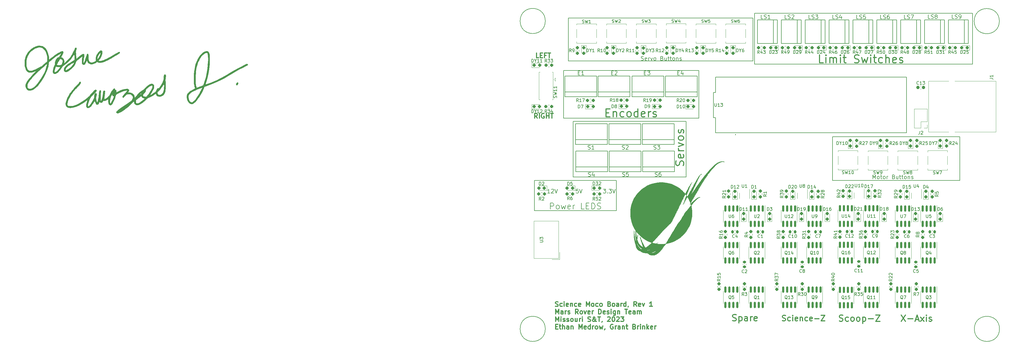
<source format=gto>
%TF.GenerationSoftware,KiCad,Pcbnew,(6.0.10)*%
%TF.CreationDate,2022-12-28T15:38:02-06:00*%
%TF.ProjectId,ScienceMotorController_Hardware_2023,53636965-6e63-4654-9d6f-746f72436f6e,rev?*%
%TF.SameCoordinates,Original*%
%TF.FileFunction,Legend,Top*%
%TF.FilePolarity,Positive*%
%FSLAX46Y46*%
G04 Gerber Fmt 4.6, Leading zero omitted, Abs format (unit mm)*
G04 Created by KiCad (PCBNEW (6.0.10)) date 2022-12-28 15:38:02*
%MOMM*%
%LPD*%
G01*
G04 APERTURE LIST*
G04 Aperture macros list*
%AMRoundRect*
0 Rectangle with rounded corners*
0 $1 Rounding radius*
0 $2 $3 $4 $5 $6 $7 $8 $9 X,Y pos of 4 corners*
0 Add a 4 corners polygon primitive as box body*
4,1,4,$2,$3,$4,$5,$6,$7,$8,$9,$2,$3,0*
0 Add four circle primitives for the rounded corners*
1,1,$1+$1,$2,$3*
1,1,$1+$1,$4,$5*
1,1,$1+$1,$6,$7*
1,1,$1+$1,$8,$9*
0 Add four rect primitives between the rounded corners*
20,1,$1+$1,$2,$3,$4,$5,0*
20,1,$1+$1,$4,$5,$6,$7,0*
20,1,$1+$1,$6,$7,$8,$9,0*
20,1,$1+$1,$8,$9,$2,$3,0*%
G04 Aperture macros list end*
%ADD10C,0.150000*%
%ADD11C,0.300000*%
%ADD12C,0.010000*%
%ADD13C,0.120000*%
%ADD14C,0.127000*%
%ADD15C,0.200000*%
%ADD16RoundRect,0.237500X-0.250000X-0.237500X0.250000X-0.237500X0.250000X0.237500X-0.250000X0.237500X0*%
%ADD17RoundRect,0.237500X-0.287500X-0.237500X0.287500X-0.237500X0.287500X0.237500X-0.287500X0.237500X0*%
%ADD18RoundRect,0.237500X0.237500X-0.250000X0.237500X0.250000X-0.237500X0.250000X-0.237500X-0.250000X0*%
%ADD19RoundRect,0.237500X-0.237500X0.250000X-0.237500X-0.250000X0.237500X-0.250000X0.237500X0.250000X0*%
%ADD20RoundRect,0.150000X-0.150000X0.825000X-0.150000X-0.825000X0.150000X-0.825000X0.150000X0.825000X0*%
%ADD21R,1.350000X1.350000*%
%ADD22O,1.350000X1.350000*%
%ADD23C,1.524000*%
%ADD24RoundRect,0.237500X-0.237500X0.287500X-0.237500X-0.287500X0.237500X-0.287500X0.237500X0.287500X0*%
%ADD25R,2.750000X1.000000*%
%ADD26RoundRect,0.237500X0.250000X0.237500X-0.250000X0.237500X-0.250000X-0.237500X0.250000X-0.237500X0*%
%ADD27RoundRect,0.225000X0.250000X-0.225000X0.250000X0.225000X-0.250000X0.225000X-0.250000X-0.225000X0*%
%ADD28RoundRect,0.237500X0.237500X-0.287500X0.237500X0.287500X-0.237500X0.287500X-0.237500X-0.287500X0*%
%ADD29RoundRect,0.237500X-0.300000X-0.237500X0.300000X-0.237500X0.300000X0.237500X-0.300000X0.237500X0*%
%ADD30RoundRect,0.225000X0.225000X0.250000X-0.225000X0.250000X-0.225000X-0.250000X0.225000X-0.250000X0*%
%ADD31O,3.500000X2.200000*%
%ADD32R,2.500000X1.500000*%
%ADD33O,2.500000X1.500000*%
%ADD34RoundRect,0.237500X0.287500X0.237500X-0.287500X0.237500X-0.287500X-0.237500X0.287500X-0.237500X0*%
%ADD35C,2.946400*%
%ADD36C,1.308000*%
%ADD37C,1.258000*%
%ADD38C,1.208000*%
%ADD39R,0.650000X1.560000*%
%ADD40C,1.100000*%
%ADD41C,1.400000*%
%ADD42C,4.000000*%
%ADD43C,2.000000*%
%ADD44O,5.100000X3.000000*%
G04 APERTURE END LIST*
D10*
X134620000Y-92710000D02*
X175260000Y-92710000D01*
X175260000Y-92710000D02*
X175260000Y-106680000D01*
X175260000Y-106680000D02*
X134620000Y-106680000D01*
X134620000Y-106680000D02*
X134620000Y-92710000D01*
X51816000Y-87757000D02*
X87884000Y-87757000D01*
X87884000Y-87757000D02*
X87884000Y-105537000D01*
X87884000Y-105537000D02*
X51816000Y-105537000D01*
X51816000Y-105537000D02*
X51816000Y-87757000D01*
X48768000Y-71501000D02*
X91948000Y-71501000D01*
X91948000Y-71501000D02*
X91948000Y-86741000D01*
X91948000Y-86741000D02*
X48768000Y-86741000D01*
X48768000Y-86741000D02*
X48768000Y-71501000D01*
X50292000Y-54737000D02*
X109220000Y-54737000D01*
X109220000Y-54737000D02*
X109220000Y-68453000D01*
X109220000Y-68453000D02*
X50292000Y-68453000D01*
X50292000Y-68453000D02*
X50292000Y-54737000D01*
X39497000Y-116332000D02*
X65659000Y-116332000D01*
X65659000Y-116332000D02*
X65659000Y-106680000D01*
X65659000Y-106680000D02*
X39497000Y-106680000D01*
X39497000Y-106680000D02*
X39497000Y-116332000D01*
X109728000Y-53213000D02*
X179324000Y-53213000D01*
X179324000Y-53213000D02*
X179324000Y-69469000D01*
X179324000Y-69469000D02*
X109728000Y-69469000D01*
X109728000Y-69469000D02*
X109728000Y-53213000D01*
D11*
X87007095Y-101884238D02*
X87128047Y-101521380D01*
X87128047Y-100916619D01*
X87007095Y-100674714D01*
X86886142Y-100553761D01*
X86644238Y-100432809D01*
X86402333Y-100432809D01*
X86160428Y-100553761D01*
X86039476Y-100674714D01*
X85918523Y-100916619D01*
X85797571Y-101400428D01*
X85676619Y-101642333D01*
X85555666Y-101763285D01*
X85313761Y-101884238D01*
X85071857Y-101884238D01*
X84829952Y-101763285D01*
X84709000Y-101642333D01*
X84588047Y-101400428D01*
X84588047Y-100795666D01*
X84709000Y-100432809D01*
X87007095Y-98376619D02*
X87128047Y-98618523D01*
X87128047Y-99102333D01*
X87007095Y-99344238D01*
X86765190Y-99465190D01*
X85797571Y-99465190D01*
X85555666Y-99344238D01*
X85434714Y-99102333D01*
X85434714Y-98618523D01*
X85555666Y-98376619D01*
X85797571Y-98255666D01*
X86039476Y-98255666D01*
X86281380Y-99465190D01*
X87128047Y-97167095D02*
X85434714Y-97167095D01*
X85918523Y-97167095D02*
X85676619Y-97046142D01*
X85555666Y-96925190D01*
X85434714Y-96683285D01*
X85434714Y-96441380D01*
X85434714Y-95836619D02*
X87128047Y-95231857D01*
X85434714Y-94627095D01*
X87128047Y-93296619D02*
X87007095Y-93538523D01*
X86886142Y-93659476D01*
X86644238Y-93780428D01*
X85918523Y-93780428D01*
X85676619Y-93659476D01*
X85555666Y-93538523D01*
X85434714Y-93296619D01*
X85434714Y-92933761D01*
X85555666Y-92691857D01*
X85676619Y-92570904D01*
X85918523Y-92449952D01*
X86644238Y-92449952D01*
X86886142Y-92570904D01*
X87007095Y-92691857D01*
X87128047Y-92933761D01*
X87128047Y-93296619D01*
X87007095Y-91482333D02*
X87128047Y-91240428D01*
X87128047Y-90756619D01*
X87007095Y-90514714D01*
X86765190Y-90393761D01*
X86644238Y-90393761D01*
X86402333Y-90514714D01*
X86281380Y-90756619D01*
X86281380Y-91119476D01*
X86160428Y-91361380D01*
X85918523Y-91482333D01*
X85797571Y-91482333D01*
X85555666Y-91361380D01*
X85434714Y-91119476D01*
X85434714Y-90756619D01*
X85555666Y-90514714D01*
D10*
X56690380Y-105289047D02*
X56871809Y-105349523D01*
X57174190Y-105349523D01*
X57295142Y-105289047D01*
X57355619Y-105228571D01*
X57416095Y-105107619D01*
X57416095Y-104986666D01*
X57355619Y-104865714D01*
X57295142Y-104805238D01*
X57174190Y-104744761D01*
X56932285Y-104684285D01*
X56811333Y-104623809D01*
X56750857Y-104563333D01*
X56690380Y-104442380D01*
X56690380Y-104321428D01*
X56750857Y-104200476D01*
X56811333Y-104140000D01*
X56932285Y-104079523D01*
X57234666Y-104079523D01*
X57416095Y-104140000D01*
X58504666Y-104502857D02*
X58504666Y-105349523D01*
X58202285Y-104019047D02*
X57899904Y-104926190D01*
X58686095Y-104926190D01*
X53479095Y-109413523D02*
X52874333Y-109413523D01*
X52813857Y-110018285D01*
X52874333Y-109957809D01*
X52995285Y-109897333D01*
X53297666Y-109897333D01*
X53418619Y-109957809D01*
X53479095Y-110018285D01*
X53539571Y-110139238D01*
X53539571Y-110441619D01*
X53479095Y-110562571D01*
X53418619Y-110623047D01*
X53297666Y-110683523D01*
X52995285Y-110683523D01*
X52874333Y-110623047D01*
X52813857Y-110562571D01*
X53902428Y-109413523D02*
X54325761Y-110683523D01*
X54749095Y-109413523D01*
D11*
X156596142Y-149636238D02*
X157950809Y-151668238D01*
X157950809Y-149636238D02*
X156596142Y-151668238D01*
X158724904Y-150894142D02*
X160273095Y-150894142D01*
X161143952Y-151087666D02*
X162111571Y-151087666D01*
X160950428Y-151668238D02*
X161627761Y-149636238D01*
X162305095Y-151668238D01*
X162788904Y-151668238D02*
X163853285Y-150313571D01*
X162788904Y-150313571D02*
X163853285Y-151668238D01*
X164627380Y-151668238D02*
X164627380Y-150313571D01*
X164627380Y-149636238D02*
X164530619Y-149733000D01*
X164627380Y-149829761D01*
X164724142Y-149733000D01*
X164627380Y-149636238D01*
X164627380Y-149829761D01*
X165498238Y-151571476D02*
X165691761Y-151668238D01*
X166078809Y-151668238D01*
X166272333Y-151571476D01*
X166369095Y-151377952D01*
X166369095Y-151281190D01*
X166272333Y-151087666D01*
X166078809Y-150990904D01*
X165788523Y-150990904D01*
X165595000Y-150894142D01*
X165498238Y-150700619D01*
X165498238Y-150603857D01*
X165595000Y-150410333D01*
X165788523Y-150313571D01*
X166078809Y-150313571D01*
X166272333Y-150410333D01*
X40862428Y-67478571D02*
X40148142Y-67478571D01*
X40148142Y-65978571D01*
X41362428Y-66692857D02*
X41862428Y-66692857D01*
X42076714Y-67478571D02*
X41362428Y-67478571D01*
X41362428Y-65978571D01*
X42076714Y-65978571D01*
X43219571Y-66692857D02*
X42719571Y-66692857D01*
X42719571Y-67478571D02*
X42719571Y-65978571D01*
X43433857Y-65978571D01*
X43791000Y-65978571D02*
X44648142Y-65978571D01*
X44219571Y-67478571D02*
X44219571Y-65978571D01*
D10*
X73569285Y-68205047D02*
X73750714Y-68265523D01*
X74053095Y-68265523D01*
X74174047Y-68205047D01*
X74234523Y-68144571D01*
X74295000Y-68023619D01*
X74295000Y-67902666D01*
X74234523Y-67781714D01*
X74174047Y-67721238D01*
X74053095Y-67660761D01*
X73811190Y-67600285D01*
X73690238Y-67539809D01*
X73629761Y-67479333D01*
X73569285Y-67358380D01*
X73569285Y-67237428D01*
X73629761Y-67116476D01*
X73690238Y-67056000D01*
X73811190Y-66995523D01*
X74113571Y-66995523D01*
X74295000Y-67056000D01*
X75323095Y-68205047D02*
X75202142Y-68265523D01*
X74960238Y-68265523D01*
X74839285Y-68205047D01*
X74778809Y-68084095D01*
X74778809Y-67600285D01*
X74839285Y-67479333D01*
X74960238Y-67418857D01*
X75202142Y-67418857D01*
X75323095Y-67479333D01*
X75383571Y-67600285D01*
X75383571Y-67721238D01*
X74778809Y-67842190D01*
X75927857Y-68265523D02*
X75927857Y-67418857D01*
X75927857Y-67660761D02*
X75988333Y-67539809D01*
X76048809Y-67479333D01*
X76169761Y-67418857D01*
X76290714Y-67418857D01*
X76593095Y-67418857D02*
X76895476Y-68265523D01*
X77197857Y-67418857D01*
X77863095Y-68265523D02*
X77742142Y-68205047D01*
X77681666Y-68144571D01*
X77621190Y-68023619D01*
X77621190Y-67660761D01*
X77681666Y-67539809D01*
X77742142Y-67479333D01*
X77863095Y-67418857D01*
X78044523Y-67418857D01*
X78165476Y-67479333D01*
X78225952Y-67539809D01*
X78286428Y-67660761D01*
X78286428Y-68023619D01*
X78225952Y-68144571D01*
X78165476Y-68205047D01*
X78044523Y-68265523D01*
X77863095Y-68265523D01*
X80221666Y-67600285D02*
X80403095Y-67660761D01*
X80463571Y-67721238D01*
X80524047Y-67842190D01*
X80524047Y-68023619D01*
X80463571Y-68144571D01*
X80403095Y-68205047D01*
X80282142Y-68265523D01*
X79798333Y-68265523D01*
X79798333Y-66995523D01*
X80221666Y-66995523D01*
X80342619Y-67056000D01*
X80403095Y-67116476D01*
X80463571Y-67237428D01*
X80463571Y-67358380D01*
X80403095Y-67479333D01*
X80342619Y-67539809D01*
X80221666Y-67600285D01*
X79798333Y-67600285D01*
X81612619Y-67418857D02*
X81612619Y-68265523D01*
X81068333Y-67418857D02*
X81068333Y-68084095D01*
X81128809Y-68205047D01*
X81249761Y-68265523D01*
X81431190Y-68265523D01*
X81552142Y-68205047D01*
X81612619Y-68144571D01*
X82035952Y-67418857D02*
X82519761Y-67418857D01*
X82217380Y-66995523D02*
X82217380Y-68084095D01*
X82277857Y-68205047D01*
X82398809Y-68265523D01*
X82519761Y-68265523D01*
X82761666Y-67418857D02*
X83245476Y-67418857D01*
X82943095Y-66995523D02*
X82943095Y-68084095D01*
X83003571Y-68205047D01*
X83124523Y-68265523D01*
X83245476Y-68265523D01*
X83850238Y-68265523D02*
X83729285Y-68205047D01*
X83668809Y-68144571D01*
X83608333Y-68023619D01*
X83608333Y-67660761D01*
X83668809Y-67539809D01*
X83729285Y-67479333D01*
X83850238Y-67418857D01*
X84031666Y-67418857D01*
X84152619Y-67479333D01*
X84213095Y-67539809D01*
X84273571Y-67660761D01*
X84273571Y-68023619D01*
X84213095Y-68144571D01*
X84152619Y-68205047D01*
X84031666Y-68265523D01*
X83850238Y-68265523D01*
X84817857Y-67418857D02*
X84817857Y-68265523D01*
X84817857Y-67539809D02*
X84878333Y-67479333D01*
X84999285Y-67418857D01*
X85180714Y-67418857D01*
X85301666Y-67479333D01*
X85362142Y-67600285D01*
X85362142Y-68265523D01*
X85906428Y-68205047D02*
X86027380Y-68265523D01*
X86269285Y-68265523D01*
X86390238Y-68205047D01*
X86450714Y-68084095D01*
X86450714Y-68023619D01*
X86390238Y-67902666D01*
X86269285Y-67842190D01*
X86087857Y-67842190D01*
X85966904Y-67781714D01*
X85906428Y-67660761D01*
X85906428Y-67600285D01*
X85966904Y-67479333D01*
X86087857Y-67418857D01*
X86269285Y-67418857D01*
X86390238Y-67479333D01*
X135313571Y-54992023D02*
X134708809Y-54992023D01*
X134708809Y-53722023D01*
X135676428Y-54931547D02*
X135857857Y-54992023D01*
X136160238Y-54992023D01*
X136281190Y-54931547D01*
X136341666Y-54871071D01*
X136402142Y-54750119D01*
X136402142Y-54629166D01*
X136341666Y-54508214D01*
X136281190Y-54447738D01*
X136160238Y-54387261D01*
X135918333Y-54326785D01*
X135797380Y-54266309D01*
X135736904Y-54205833D01*
X135676428Y-54084880D01*
X135676428Y-53963928D01*
X135736904Y-53842976D01*
X135797380Y-53782500D01*
X135918333Y-53722023D01*
X136220714Y-53722023D01*
X136402142Y-53782500D01*
X137490714Y-54145357D02*
X137490714Y-54992023D01*
X137188333Y-53661547D02*
X136885952Y-54568690D01*
X137672142Y-54568690D01*
X56588780Y-96653047D02*
X56770209Y-96713523D01*
X57072590Y-96713523D01*
X57193542Y-96653047D01*
X57254019Y-96592571D01*
X57314495Y-96471619D01*
X57314495Y-96350666D01*
X57254019Y-96229714D01*
X57193542Y-96169238D01*
X57072590Y-96108761D01*
X56830685Y-96048285D01*
X56709733Y-95987809D01*
X56649257Y-95927333D01*
X56588780Y-95806380D01*
X56588780Y-95685428D01*
X56649257Y-95564476D01*
X56709733Y-95504000D01*
X56830685Y-95443523D01*
X57133066Y-95443523D01*
X57314495Y-95504000D01*
X58524019Y-96713523D02*
X57798304Y-96713523D01*
X58161161Y-96713523D02*
X58161161Y-95443523D01*
X58040209Y-95624952D01*
X57919257Y-95745904D01*
X57798304Y-95806380D01*
X64107095Y-72299285D02*
X64530428Y-72299285D01*
X64711857Y-72964523D02*
X64107095Y-72964523D01*
X64107095Y-71694523D01*
X64711857Y-71694523D01*
X65195666Y-71815476D02*
X65256142Y-71755000D01*
X65377095Y-71694523D01*
X65679476Y-71694523D01*
X65800428Y-71755000D01*
X65860904Y-71815476D01*
X65921380Y-71936428D01*
X65921380Y-72057380D01*
X65860904Y-72238809D01*
X65135190Y-72964523D01*
X65921380Y-72964523D01*
X120073571Y-54992023D02*
X119468809Y-54992023D01*
X119468809Y-53722023D01*
X120436428Y-54931547D02*
X120617857Y-54992023D01*
X120920238Y-54992023D01*
X121041190Y-54931547D01*
X121101666Y-54871071D01*
X121162142Y-54750119D01*
X121162142Y-54629166D01*
X121101666Y-54508214D01*
X121041190Y-54447738D01*
X120920238Y-54387261D01*
X120678333Y-54326785D01*
X120557380Y-54266309D01*
X120496904Y-54205833D01*
X120436428Y-54084880D01*
X120436428Y-53963928D01*
X120496904Y-53842976D01*
X120557380Y-53782500D01*
X120678333Y-53722023D01*
X120980714Y-53722023D01*
X121162142Y-53782500D01*
X121645952Y-53842976D02*
X121706428Y-53782500D01*
X121827380Y-53722023D01*
X122129761Y-53722023D01*
X122250714Y-53782500D01*
X122311190Y-53842976D01*
X122371666Y-53963928D01*
X122371666Y-54084880D01*
X122311190Y-54266309D01*
X121585476Y-54992023D01*
X122371666Y-54992023D01*
D11*
X102761142Y-151444476D02*
X103051428Y-151541238D01*
X103535238Y-151541238D01*
X103728761Y-151444476D01*
X103825523Y-151347714D01*
X103922285Y-151154190D01*
X103922285Y-150960666D01*
X103825523Y-150767142D01*
X103728761Y-150670380D01*
X103535238Y-150573619D01*
X103148190Y-150476857D01*
X102954666Y-150380095D01*
X102857904Y-150283333D01*
X102761142Y-150089809D01*
X102761142Y-149896285D01*
X102857904Y-149702761D01*
X102954666Y-149606000D01*
X103148190Y-149509238D01*
X103632000Y-149509238D01*
X103922285Y-149606000D01*
X104793142Y-150186571D02*
X104793142Y-152218571D01*
X104793142Y-150283333D02*
X104986666Y-150186571D01*
X105373714Y-150186571D01*
X105567238Y-150283333D01*
X105664000Y-150380095D01*
X105760761Y-150573619D01*
X105760761Y-151154190D01*
X105664000Y-151347714D01*
X105567238Y-151444476D01*
X105373714Y-151541238D01*
X104986666Y-151541238D01*
X104793142Y-151444476D01*
X107502476Y-151541238D02*
X107502476Y-150476857D01*
X107405714Y-150283333D01*
X107212190Y-150186571D01*
X106825142Y-150186571D01*
X106631619Y-150283333D01*
X107502476Y-151444476D02*
X107308952Y-151541238D01*
X106825142Y-151541238D01*
X106631619Y-151444476D01*
X106534857Y-151250952D01*
X106534857Y-151057428D01*
X106631619Y-150863904D01*
X106825142Y-150767142D01*
X107308952Y-150767142D01*
X107502476Y-150670380D01*
X108470095Y-151541238D02*
X108470095Y-150186571D01*
X108470095Y-150573619D02*
X108566857Y-150380095D01*
X108663619Y-150283333D01*
X108857142Y-150186571D01*
X109050666Y-150186571D01*
X110502095Y-151444476D02*
X110308571Y-151541238D01*
X109921523Y-151541238D01*
X109728000Y-151444476D01*
X109631238Y-151250952D01*
X109631238Y-150476857D01*
X109728000Y-150283333D01*
X109921523Y-150186571D01*
X110308571Y-150186571D01*
X110502095Y-150283333D01*
X110598857Y-150476857D01*
X110598857Y-150670380D01*
X109631238Y-150863904D01*
X131729238Y-69094047D02*
X130519714Y-69094047D01*
X130519714Y-66554047D01*
X132575904Y-69094047D02*
X132575904Y-67400714D01*
X132575904Y-66554047D02*
X132454952Y-66675000D01*
X132575904Y-66795952D01*
X132696857Y-66675000D01*
X132575904Y-66554047D01*
X132575904Y-66795952D01*
X133785428Y-69094047D02*
X133785428Y-67400714D01*
X133785428Y-67642619D02*
X133906380Y-67521666D01*
X134148285Y-67400714D01*
X134511142Y-67400714D01*
X134753047Y-67521666D01*
X134874000Y-67763571D01*
X134874000Y-69094047D01*
X134874000Y-67763571D02*
X134994952Y-67521666D01*
X135236857Y-67400714D01*
X135599714Y-67400714D01*
X135841619Y-67521666D01*
X135962571Y-67763571D01*
X135962571Y-69094047D01*
X137172095Y-69094047D02*
X137172095Y-67400714D01*
X137172095Y-66554047D02*
X137051142Y-66675000D01*
X137172095Y-66795952D01*
X137293047Y-66675000D01*
X137172095Y-66554047D01*
X137172095Y-66795952D01*
X138018761Y-67400714D02*
X138986380Y-67400714D01*
X138381619Y-66554047D02*
X138381619Y-68731190D01*
X138502571Y-68973095D01*
X138744476Y-69094047D01*
X138986380Y-69094047D01*
X141647333Y-68973095D02*
X142010190Y-69094047D01*
X142614952Y-69094047D01*
X142856857Y-68973095D01*
X142977809Y-68852142D01*
X143098761Y-68610238D01*
X143098761Y-68368333D01*
X142977809Y-68126428D01*
X142856857Y-68005476D01*
X142614952Y-67884523D01*
X142131142Y-67763571D01*
X141889238Y-67642619D01*
X141768285Y-67521666D01*
X141647333Y-67279761D01*
X141647333Y-67037857D01*
X141768285Y-66795952D01*
X141889238Y-66675000D01*
X142131142Y-66554047D01*
X142735904Y-66554047D01*
X143098761Y-66675000D01*
X143945428Y-67400714D02*
X144429238Y-69094047D01*
X144913047Y-67884523D01*
X145396857Y-69094047D01*
X145880666Y-67400714D01*
X146848285Y-69094047D02*
X146848285Y-67400714D01*
X146848285Y-66554047D02*
X146727333Y-66675000D01*
X146848285Y-66795952D01*
X146969238Y-66675000D01*
X146848285Y-66554047D01*
X146848285Y-66795952D01*
X147694952Y-67400714D02*
X148662571Y-67400714D01*
X148057809Y-66554047D02*
X148057809Y-68731190D01*
X148178761Y-68973095D01*
X148420666Y-69094047D01*
X148662571Y-69094047D01*
X150597809Y-68973095D02*
X150355904Y-69094047D01*
X149872095Y-69094047D01*
X149630190Y-68973095D01*
X149509238Y-68852142D01*
X149388285Y-68610238D01*
X149388285Y-67884523D01*
X149509238Y-67642619D01*
X149630190Y-67521666D01*
X149872095Y-67400714D01*
X150355904Y-67400714D01*
X150597809Y-67521666D01*
X151686380Y-69094047D02*
X151686380Y-66554047D01*
X152774952Y-69094047D02*
X152774952Y-67763571D01*
X152654000Y-67521666D01*
X152412095Y-67400714D01*
X152049238Y-67400714D01*
X151807333Y-67521666D01*
X151686380Y-67642619D01*
X154952095Y-68973095D02*
X154710190Y-69094047D01*
X154226380Y-69094047D01*
X153984476Y-68973095D01*
X153863523Y-68731190D01*
X153863523Y-67763571D01*
X153984476Y-67521666D01*
X154226380Y-67400714D01*
X154710190Y-67400714D01*
X154952095Y-67521666D01*
X155073047Y-67763571D01*
X155073047Y-68005476D01*
X153863523Y-68247380D01*
X156040666Y-68973095D02*
X156282571Y-69094047D01*
X156766380Y-69094047D01*
X157008285Y-68973095D01*
X157129238Y-68731190D01*
X157129238Y-68610238D01*
X157008285Y-68368333D01*
X156766380Y-68247380D01*
X156403523Y-68247380D01*
X156161619Y-68126428D01*
X156040666Y-67884523D01*
X156040666Y-67763571D01*
X156161619Y-67521666D01*
X156403523Y-67400714D01*
X156766380Y-67400714D01*
X157008285Y-67521666D01*
D10*
X112453571Y-54992023D02*
X111848809Y-54992023D01*
X111848809Y-53722023D01*
X112816428Y-54931547D02*
X112997857Y-54992023D01*
X113300238Y-54992023D01*
X113421190Y-54931547D01*
X113481666Y-54871071D01*
X113542142Y-54750119D01*
X113542142Y-54629166D01*
X113481666Y-54508214D01*
X113421190Y-54447738D01*
X113300238Y-54387261D01*
X113058333Y-54326785D01*
X112937380Y-54266309D01*
X112876904Y-54205833D01*
X112816428Y-54084880D01*
X112816428Y-53963928D01*
X112876904Y-53842976D01*
X112937380Y-53782500D01*
X113058333Y-53722023D01*
X113360714Y-53722023D01*
X113542142Y-53782500D01*
X114751666Y-54992023D02*
X114025952Y-54992023D01*
X114388809Y-54992023D02*
X114388809Y-53722023D01*
X114267857Y-53903452D01*
X114146904Y-54024404D01*
X114025952Y-54084880D01*
X78026380Y-105289047D02*
X78207809Y-105349523D01*
X78510190Y-105349523D01*
X78631142Y-105289047D01*
X78691619Y-105228571D01*
X78752095Y-105107619D01*
X78752095Y-104986666D01*
X78691619Y-104865714D01*
X78631142Y-104805238D01*
X78510190Y-104744761D01*
X78268285Y-104684285D01*
X78147333Y-104623809D01*
X78086857Y-104563333D01*
X78026380Y-104442380D01*
X78026380Y-104321428D01*
X78086857Y-104200476D01*
X78147333Y-104140000D01*
X78268285Y-104079523D01*
X78570666Y-104079523D01*
X78752095Y-104140000D01*
X79840666Y-104079523D02*
X79598761Y-104079523D01*
X79477809Y-104140000D01*
X79417333Y-104200476D01*
X79296380Y-104381904D01*
X79235904Y-104623809D01*
X79235904Y-105107619D01*
X79296380Y-105228571D01*
X79356857Y-105289047D01*
X79477809Y-105349523D01*
X79719714Y-105349523D01*
X79840666Y-105289047D01*
X79901142Y-105228571D01*
X79961619Y-105107619D01*
X79961619Y-104805238D01*
X79901142Y-104684285D01*
X79840666Y-104623809D01*
X79719714Y-104563333D01*
X79477809Y-104563333D01*
X79356857Y-104623809D01*
X79296380Y-104684285D01*
X79235904Y-104805238D01*
X53479095Y-72297285D02*
X53902428Y-72297285D01*
X54083857Y-72962523D02*
X53479095Y-72962523D01*
X53479095Y-71692523D01*
X54083857Y-71692523D01*
X55293380Y-72962523D02*
X54567666Y-72962523D01*
X54930523Y-72962523D02*
X54930523Y-71692523D01*
X54809571Y-71873952D01*
X54688619Y-71994904D01*
X54567666Y-72055380D01*
X61498238Y-109413523D02*
X62284428Y-109413523D01*
X61861095Y-109897333D01*
X62042523Y-109897333D01*
X62163476Y-109957809D01*
X62223952Y-110018285D01*
X62284428Y-110139238D01*
X62284428Y-110441619D01*
X62223952Y-110562571D01*
X62163476Y-110623047D01*
X62042523Y-110683523D01*
X61679666Y-110683523D01*
X61558714Y-110623047D01*
X61498238Y-110562571D01*
X62828714Y-110562571D02*
X62889190Y-110623047D01*
X62828714Y-110683523D01*
X62768238Y-110623047D01*
X62828714Y-110562571D01*
X62828714Y-110683523D01*
X63312523Y-109413523D02*
X64098714Y-109413523D01*
X63675380Y-109897333D01*
X63856809Y-109897333D01*
X63977761Y-109957809D01*
X64038238Y-110018285D01*
X64098714Y-110139238D01*
X64098714Y-110441619D01*
X64038238Y-110562571D01*
X63977761Y-110623047D01*
X63856809Y-110683523D01*
X63493952Y-110683523D01*
X63373000Y-110623047D01*
X63312523Y-110562571D01*
X64461571Y-109413523D02*
X64884904Y-110683523D01*
X65308238Y-109413523D01*
X173413571Y-54928523D02*
X172808809Y-54928523D01*
X172808809Y-53658523D01*
X173776428Y-54868047D02*
X173957857Y-54928523D01*
X174260238Y-54928523D01*
X174381190Y-54868047D01*
X174441666Y-54807571D01*
X174502142Y-54686619D01*
X174502142Y-54565666D01*
X174441666Y-54444714D01*
X174381190Y-54384238D01*
X174260238Y-54323761D01*
X174018333Y-54263285D01*
X173897380Y-54202809D01*
X173836904Y-54142333D01*
X173776428Y-54021380D01*
X173776428Y-53900428D01*
X173836904Y-53779476D01*
X173897380Y-53719000D01*
X174018333Y-53658523D01*
X174320714Y-53658523D01*
X174502142Y-53719000D01*
X175106904Y-54928523D02*
X175348809Y-54928523D01*
X175469761Y-54868047D01*
X175530238Y-54807571D01*
X175651190Y-54626142D01*
X175711666Y-54384238D01*
X175711666Y-53900428D01*
X175651190Y-53779476D01*
X175590714Y-53719000D01*
X175469761Y-53658523D01*
X175227857Y-53658523D01*
X175106904Y-53719000D01*
X175046428Y-53779476D01*
X174985952Y-53900428D01*
X174985952Y-54202809D01*
X175046428Y-54323761D01*
X175106904Y-54384238D01*
X175227857Y-54444714D01*
X175469761Y-54444714D01*
X175590714Y-54384238D01*
X175651190Y-54323761D01*
X175711666Y-54202809D01*
D11*
X62375142Y-85035571D02*
X63221809Y-85035571D01*
X63584666Y-86366047D02*
X62375142Y-86366047D01*
X62375142Y-83826047D01*
X63584666Y-83826047D01*
X64673238Y-84672714D02*
X64673238Y-86366047D01*
X64673238Y-84914619D02*
X64794190Y-84793666D01*
X65036095Y-84672714D01*
X65398952Y-84672714D01*
X65640857Y-84793666D01*
X65761809Y-85035571D01*
X65761809Y-86366047D01*
X68059904Y-86245095D02*
X67818000Y-86366047D01*
X67334190Y-86366047D01*
X67092285Y-86245095D01*
X66971333Y-86124142D01*
X66850380Y-85882238D01*
X66850380Y-85156523D01*
X66971333Y-84914619D01*
X67092285Y-84793666D01*
X67334190Y-84672714D01*
X67818000Y-84672714D01*
X68059904Y-84793666D01*
X69511333Y-86366047D02*
X69269428Y-86245095D01*
X69148476Y-86124142D01*
X69027523Y-85882238D01*
X69027523Y-85156523D01*
X69148476Y-84914619D01*
X69269428Y-84793666D01*
X69511333Y-84672714D01*
X69874190Y-84672714D01*
X70116095Y-84793666D01*
X70237047Y-84914619D01*
X70358000Y-85156523D01*
X70358000Y-85882238D01*
X70237047Y-86124142D01*
X70116095Y-86245095D01*
X69874190Y-86366047D01*
X69511333Y-86366047D01*
X72535142Y-86366047D02*
X72535142Y-83826047D01*
X72535142Y-86245095D02*
X72293238Y-86366047D01*
X71809428Y-86366047D01*
X71567523Y-86245095D01*
X71446571Y-86124142D01*
X71325619Y-85882238D01*
X71325619Y-85156523D01*
X71446571Y-84914619D01*
X71567523Y-84793666D01*
X71809428Y-84672714D01*
X72293238Y-84672714D01*
X72535142Y-84793666D01*
X74712285Y-86245095D02*
X74470380Y-86366047D01*
X73986571Y-86366047D01*
X73744666Y-86245095D01*
X73623714Y-86003190D01*
X73623714Y-85035571D01*
X73744666Y-84793666D01*
X73986571Y-84672714D01*
X74470380Y-84672714D01*
X74712285Y-84793666D01*
X74833238Y-85035571D01*
X74833238Y-85277476D01*
X73623714Y-85519380D01*
X75921809Y-86366047D02*
X75921809Y-84672714D01*
X75921809Y-85156523D02*
X76042761Y-84914619D01*
X76163714Y-84793666D01*
X76405619Y-84672714D01*
X76647523Y-84672714D01*
X77373238Y-86245095D02*
X77615142Y-86366047D01*
X78098952Y-86366047D01*
X78340857Y-86245095D01*
X78461809Y-86003190D01*
X78461809Y-85882238D01*
X78340857Y-85640333D01*
X78098952Y-85519380D01*
X77736095Y-85519380D01*
X77494190Y-85398428D01*
X77373238Y-85156523D01*
X77373238Y-85035571D01*
X77494190Y-84793666D01*
X77736095Y-84672714D01*
X78098952Y-84672714D01*
X78340857Y-84793666D01*
D10*
X165793571Y-54928523D02*
X165188809Y-54928523D01*
X165188809Y-53658523D01*
X166156428Y-54868047D02*
X166337857Y-54928523D01*
X166640238Y-54928523D01*
X166761190Y-54868047D01*
X166821666Y-54807571D01*
X166882142Y-54686619D01*
X166882142Y-54565666D01*
X166821666Y-54444714D01*
X166761190Y-54384238D01*
X166640238Y-54323761D01*
X166398333Y-54263285D01*
X166277380Y-54202809D01*
X166216904Y-54142333D01*
X166156428Y-54021380D01*
X166156428Y-53900428D01*
X166216904Y-53779476D01*
X166277380Y-53719000D01*
X166398333Y-53658523D01*
X166700714Y-53658523D01*
X166882142Y-53719000D01*
X167607857Y-54202809D02*
X167486904Y-54142333D01*
X167426428Y-54081857D01*
X167365952Y-53960904D01*
X167365952Y-53900428D01*
X167426428Y-53779476D01*
X167486904Y-53719000D01*
X167607857Y-53658523D01*
X167849761Y-53658523D01*
X167970714Y-53719000D01*
X168031190Y-53779476D01*
X168091666Y-53900428D01*
X168091666Y-53960904D01*
X168031190Y-54081857D01*
X167970714Y-54142333D01*
X167849761Y-54202809D01*
X167607857Y-54202809D01*
X167486904Y-54263285D01*
X167426428Y-54323761D01*
X167365952Y-54444714D01*
X167365952Y-54686619D01*
X167426428Y-54807571D01*
X167486904Y-54868047D01*
X167607857Y-54928523D01*
X167849761Y-54928523D01*
X167970714Y-54868047D01*
X168031190Y-54807571D01*
X168091666Y-54686619D01*
X168091666Y-54444714D01*
X168031190Y-54323761D01*
X167970714Y-54263285D01*
X167849761Y-54202809D01*
D11*
X40418000Y-86782571D02*
X39918000Y-86068285D01*
X39560857Y-86782571D02*
X39560857Y-85282571D01*
X40132285Y-85282571D01*
X40275142Y-85354000D01*
X40346571Y-85425428D01*
X40418000Y-85568285D01*
X40418000Y-85782571D01*
X40346571Y-85925428D01*
X40275142Y-85996857D01*
X40132285Y-86068285D01*
X39560857Y-86068285D01*
X41060857Y-86782571D02*
X41060857Y-85282571D01*
X42560857Y-85354000D02*
X42418000Y-85282571D01*
X42203714Y-85282571D01*
X41989428Y-85354000D01*
X41846571Y-85496857D01*
X41775142Y-85639714D01*
X41703714Y-85925428D01*
X41703714Y-86139714D01*
X41775142Y-86425428D01*
X41846571Y-86568285D01*
X41989428Y-86711142D01*
X42203714Y-86782571D01*
X42346571Y-86782571D01*
X42560857Y-86711142D01*
X42632285Y-86639714D01*
X42632285Y-86139714D01*
X42346571Y-86139714D01*
X43275142Y-86782571D02*
X43275142Y-85282571D01*
X43275142Y-85996857D02*
X44132285Y-85996857D01*
X44132285Y-86782571D02*
X44132285Y-85282571D01*
X44632285Y-85282571D02*
X45489428Y-85282571D01*
X45060857Y-86782571D02*
X45060857Y-85282571D01*
D10*
X150553571Y-55055523D02*
X149948809Y-55055523D01*
X149948809Y-53785523D01*
X150916428Y-54995047D02*
X151097857Y-55055523D01*
X151400238Y-55055523D01*
X151521190Y-54995047D01*
X151581666Y-54934571D01*
X151642142Y-54813619D01*
X151642142Y-54692666D01*
X151581666Y-54571714D01*
X151521190Y-54511238D01*
X151400238Y-54450761D01*
X151158333Y-54390285D01*
X151037380Y-54329809D01*
X150976904Y-54269333D01*
X150916428Y-54148380D01*
X150916428Y-54027428D01*
X150976904Y-53906476D01*
X151037380Y-53846000D01*
X151158333Y-53785523D01*
X151460714Y-53785523D01*
X151642142Y-53846000D01*
X152730714Y-53785523D02*
X152488809Y-53785523D01*
X152367857Y-53846000D01*
X152307380Y-53906476D01*
X152186428Y-54087904D01*
X152125952Y-54329809D01*
X152125952Y-54813619D01*
X152186428Y-54934571D01*
X152246904Y-54995047D01*
X152367857Y-55055523D01*
X152609761Y-55055523D01*
X152730714Y-54995047D01*
X152791190Y-54934571D01*
X152851666Y-54813619D01*
X152851666Y-54511238D01*
X152791190Y-54390285D01*
X152730714Y-54329809D01*
X152609761Y-54269333D01*
X152367857Y-54269333D01*
X152246904Y-54329809D01*
X152186428Y-54390285D01*
X152125952Y-54511238D01*
X142933571Y-55055523D02*
X142328809Y-55055523D01*
X142328809Y-53785523D01*
X143296428Y-54995047D02*
X143477857Y-55055523D01*
X143780238Y-55055523D01*
X143901190Y-54995047D01*
X143961666Y-54934571D01*
X144022142Y-54813619D01*
X144022142Y-54692666D01*
X143961666Y-54571714D01*
X143901190Y-54511238D01*
X143780238Y-54450761D01*
X143538333Y-54390285D01*
X143417380Y-54329809D01*
X143356904Y-54269333D01*
X143296428Y-54148380D01*
X143296428Y-54027428D01*
X143356904Y-53906476D01*
X143417380Y-53846000D01*
X143538333Y-53785523D01*
X143840714Y-53785523D01*
X144022142Y-53846000D01*
X145171190Y-53785523D02*
X144566428Y-53785523D01*
X144505952Y-54390285D01*
X144566428Y-54329809D01*
X144687380Y-54269333D01*
X144989761Y-54269333D01*
X145110714Y-54329809D01*
X145171190Y-54390285D01*
X145231666Y-54511238D01*
X145231666Y-54813619D01*
X145171190Y-54934571D01*
X145110714Y-54995047D01*
X144989761Y-55055523D01*
X144687380Y-55055523D01*
X144566428Y-54995047D01*
X144505952Y-54934571D01*
X127693571Y-55055523D02*
X127088809Y-55055523D01*
X127088809Y-53785523D01*
X128056428Y-54995047D02*
X128237857Y-55055523D01*
X128540238Y-55055523D01*
X128661190Y-54995047D01*
X128721666Y-54934571D01*
X128782142Y-54813619D01*
X128782142Y-54692666D01*
X128721666Y-54571714D01*
X128661190Y-54511238D01*
X128540238Y-54450761D01*
X128298333Y-54390285D01*
X128177380Y-54329809D01*
X128116904Y-54269333D01*
X128056428Y-54148380D01*
X128056428Y-54027428D01*
X128116904Y-53906476D01*
X128177380Y-53846000D01*
X128298333Y-53785523D01*
X128600714Y-53785523D01*
X128782142Y-53846000D01*
X129205476Y-53785523D02*
X129991666Y-53785523D01*
X129568333Y-54269333D01*
X129749761Y-54269333D01*
X129870714Y-54329809D01*
X129931190Y-54390285D01*
X129991666Y-54511238D01*
X129991666Y-54813619D01*
X129931190Y-54934571D01*
X129870714Y-54995047D01*
X129749761Y-55055523D01*
X129386904Y-55055523D01*
X129265952Y-54995047D01*
X129205476Y-54934571D01*
X85202745Y-72299285D02*
X85626078Y-72299285D01*
X85807507Y-72964523D02*
X85202745Y-72964523D01*
X85202745Y-71694523D01*
X85807507Y-71694523D01*
X86896078Y-72117857D02*
X86896078Y-72964523D01*
X86593697Y-71634047D02*
X86291316Y-72541190D01*
X87077507Y-72541190D01*
D11*
X118618000Y-151468666D02*
X118872000Y-151553333D01*
X119295333Y-151553333D01*
X119464666Y-151468666D01*
X119549333Y-151384000D01*
X119634000Y-151214666D01*
X119634000Y-151045333D01*
X119549333Y-150876000D01*
X119464666Y-150791333D01*
X119295333Y-150706666D01*
X118956666Y-150622000D01*
X118787333Y-150537333D01*
X118702666Y-150452666D01*
X118618000Y-150283333D01*
X118618000Y-150114000D01*
X118702666Y-149944666D01*
X118787333Y-149860000D01*
X118956666Y-149775333D01*
X119380000Y-149775333D01*
X119634000Y-149860000D01*
X121158000Y-151468666D02*
X120988666Y-151553333D01*
X120650000Y-151553333D01*
X120480666Y-151468666D01*
X120396000Y-151384000D01*
X120311333Y-151214666D01*
X120311333Y-150706666D01*
X120396000Y-150537333D01*
X120480666Y-150452666D01*
X120650000Y-150368000D01*
X120988666Y-150368000D01*
X121158000Y-150452666D01*
X121920000Y-151553333D02*
X121920000Y-150368000D01*
X121920000Y-149775333D02*
X121835333Y-149860000D01*
X121920000Y-149944666D01*
X122004666Y-149860000D01*
X121920000Y-149775333D01*
X121920000Y-149944666D01*
X123444000Y-151468666D02*
X123274666Y-151553333D01*
X122936000Y-151553333D01*
X122766666Y-151468666D01*
X122682000Y-151299333D01*
X122682000Y-150622000D01*
X122766666Y-150452666D01*
X122936000Y-150368000D01*
X123274666Y-150368000D01*
X123444000Y-150452666D01*
X123528666Y-150622000D01*
X123528666Y-150791333D01*
X122682000Y-150960666D01*
X124290666Y-150368000D02*
X124290666Y-151553333D01*
X124290666Y-150537333D02*
X124375333Y-150452666D01*
X124544666Y-150368000D01*
X124798666Y-150368000D01*
X124968000Y-150452666D01*
X125052666Y-150622000D01*
X125052666Y-151553333D01*
X126661333Y-151468666D02*
X126492000Y-151553333D01*
X126153333Y-151553333D01*
X125984000Y-151468666D01*
X125899333Y-151384000D01*
X125814666Y-151214666D01*
X125814666Y-150706666D01*
X125899333Y-150537333D01*
X125984000Y-150452666D01*
X126153333Y-150368000D01*
X126492000Y-150368000D01*
X126661333Y-150452666D01*
X128100666Y-151468666D02*
X127931333Y-151553333D01*
X127592666Y-151553333D01*
X127423333Y-151468666D01*
X127338666Y-151299333D01*
X127338666Y-150622000D01*
X127423333Y-150452666D01*
X127592666Y-150368000D01*
X127931333Y-150368000D01*
X128100666Y-150452666D01*
X128185333Y-150622000D01*
X128185333Y-150791333D01*
X127338666Y-150960666D01*
X128947333Y-150876000D02*
X130302000Y-150876000D01*
X130979333Y-149775333D02*
X132164666Y-149775333D01*
X130979333Y-151553333D01*
X132164666Y-151553333D01*
D10*
X67612380Y-105289047D02*
X67793809Y-105349523D01*
X68096190Y-105349523D01*
X68217142Y-105289047D01*
X68277619Y-105228571D01*
X68338095Y-105107619D01*
X68338095Y-104986666D01*
X68277619Y-104865714D01*
X68217142Y-104805238D01*
X68096190Y-104744761D01*
X67854285Y-104684285D01*
X67733333Y-104623809D01*
X67672857Y-104563333D01*
X67612380Y-104442380D01*
X67612380Y-104321428D01*
X67672857Y-104200476D01*
X67733333Y-104140000D01*
X67854285Y-104079523D01*
X68156666Y-104079523D01*
X68338095Y-104140000D01*
X69487142Y-104079523D02*
X68882380Y-104079523D01*
X68821904Y-104684285D01*
X68882380Y-104623809D01*
X69003333Y-104563333D01*
X69305714Y-104563333D01*
X69426666Y-104623809D01*
X69487142Y-104684285D01*
X69547619Y-104805238D01*
X69547619Y-105107619D01*
X69487142Y-105228571D01*
X69426666Y-105289047D01*
X69305714Y-105349523D01*
X69003333Y-105349523D01*
X68882380Y-105289047D01*
X68821904Y-105228571D01*
X44425809Y-110683523D02*
X43700095Y-110683523D01*
X44062952Y-110683523D02*
X44062952Y-109413523D01*
X43942000Y-109594952D01*
X43821047Y-109715904D01*
X43700095Y-109776380D01*
X44909619Y-109534476D02*
X44970095Y-109474000D01*
X45091047Y-109413523D01*
X45393428Y-109413523D01*
X45514380Y-109474000D01*
X45574857Y-109534476D01*
X45635333Y-109655428D01*
X45635333Y-109776380D01*
X45574857Y-109957809D01*
X44849142Y-110683523D01*
X45635333Y-110683523D01*
X45998190Y-109413523D02*
X46421523Y-110683523D01*
X46844857Y-109413523D01*
X158173571Y-55055523D02*
X157568809Y-55055523D01*
X157568809Y-53785523D01*
X158536428Y-54995047D02*
X158717857Y-55055523D01*
X159020238Y-55055523D01*
X159141190Y-54995047D01*
X159201666Y-54934571D01*
X159262142Y-54813619D01*
X159262142Y-54692666D01*
X159201666Y-54571714D01*
X159141190Y-54511238D01*
X159020238Y-54450761D01*
X158778333Y-54390285D01*
X158657380Y-54329809D01*
X158596904Y-54269333D01*
X158536428Y-54148380D01*
X158536428Y-54027428D01*
X158596904Y-53906476D01*
X158657380Y-53846000D01*
X158778333Y-53785523D01*
X159080714Y-53785523D01*
X159262142Y-53846000D01*
X159685476Y-53785523D02*
X160532142Y-53785523D01*
X159987857Y-55055523D01*
X77594580Y-96653047D02*
X77776009Y-96713523D01*
X78078390Y-96713523D01*
X78199342Y-96653047D01*
X78259819Y-96592571D01*
X78320295Y-96471619D01*
X78320295Y-96350666D01*
X78259819Y-96229714D01*
X78199342Y-96169238D01*
X78078390Y-96108761D01*
X77836485Y-96048285D01*
X77715533Y-95987809D01*
X77655057Y-95927333D01*
X77594580Y-95806380D01*
X77594580Y-95685428D01*
X77655057Y-95564476D01*
X77715533Y-95504000D01*
X77836485Y-95443523D01*
X78138866Y-95443523D01*
X78320295Y-95504000D01*
X78743628Y-95443523D02*
X79529819Y-95443523D01*
X79106485Y-95927333D01*
X79287914Y-95927333D01*
X79408866Y-95987809D01*
X79469342Y-96048285D01*
X79529819Y-96169238D01*
X79529819Y-96471619D01*
X79469342Y-96592571D01*
X79408866Y-96653047D01*
X79287914Y-96713523D01*
X78925057Y-96713523D01*
X78804104Y-96653047D01*
X78743628Y-96592571D01*
D11*
X136821333Y-151571476D02*
X137111619Y-151668238D01*
X137595428Y-151668238D01*
X137788952Y-151571476D01*
X137885714Y-151474714D01*
X137982476Y-151281190D01*
X137982476Y-151087666D01*
X137885714Y-150894142D01*
X137788952Y-150797380D01*
X137595428Y-150700619D01*
X137208380Y-150603857D01*
X137014857Y-150507095D01*
X136918095Y-150410333D01*
X136821333Y-150216809D01*
X136821333Y-150023285D01*
X136918095Y-149829761D01*
X137014857Y-149733000D01*
X137208380Y-149636238D01*
X137692190Y-149636238D01*
X137982476Y-149733000D01*
X139724190Y-151571476D02*
X139530666Y-151668238D01*
X139143619Y-151668238D01*
X138950095Y-151571476D01*
X138853333Y-151474714D01*
X138756571Y-151281190D01*
X138756571Y-150700619D01*
X138853333Y-150507095D01*
X138950095Y-150410333D01*
X139143619Y-150313571D01*
X139530666Y-150313571D01*
X139724190Y-150410333D01*
X140885333Y-151668238D02*
X140691809Y-151571476D01*
X140595047Y-151474714D01*
X140498285Y-151281190D01*
X140498285Y-150700619D01*
X140595047Y-150507095D01*
X140691809Y-150410333D01*
X140885333Y-150313571D01*
X141175619Y-150313571D01*
X141369142Y-150410333D01*
X141465904Y-150507095D01*
X141562666Y-150700619D01*
X141562666Y-151281190D01*
X141465904Y-151474714D01*
X141369142Y-151571476D01*
X141175619Y-151668238D01*
X140885333Y-151668238D01*
X142723809Y-151668238D02*
X142530285Y-151571476D01*
X142433523Y-151474714D01*
X142336761Y-151281190D01*
X142336761Y-150700619D01*
X142433523Y-150507095D01*
X142530285Y-150410333D01*
X142723809Y-150313571D01*
X143014095Y-150313571D01*
X143207619Y-150410333D01*
X143304380Y-150507095D01*
X143401142Y-150700619D01*
X143401142Y-151281190D01*
X143304380Y-151474714D01*
X143207619Y-151571476D01*
X143014095Y-151668238D01*
X142723809Y-151668238D01*
X144272000Y-150313571D02*
X144272000Y-152345571D01*
X144272000Y-150410333D02*
X144465523Y-150313571D01*
X144852571Y-150313571D01*
X145046095Y-150410333D01*
X145142857Y-150507095D01*
X145239619Y-150700619D01*
X145239619Y-151281190D01*
X145142857Y-151474714D01*
X145046095Y-151571476D01*
X144852571Y-151668238D01*
X144465523Y-151668238D01*
X144272000Y-151571476D01*
X146110476Y-150894142D02*
X147658666Y-150894142D01*
X148432761Y-149636238D02*
X149787428Y-149636238D01*
X148432761Y-151668238D01*
X149787428Y-151668238D01*
X46200714Y-146844642D02*
X46415000Y-146916071D01*
X46772142Y-146916071D01*
X46915000Y-146844642D01*
X46986428Y-146773214D01*
X47057857Y-146630357D01*
X47057857Y-146487500D01*
X46986428Y-146344642D01*
X46915000Y-146273214D01*
X46772142Y-146201785D01*
X46486428Y-146130357D01*
X46343571Y-146058928D01*
X46272142Y-145987500D01*
X46200714Y-145844642D01*
X46200714Y-145701785D01*
X46272142Y-145558928D01*
X46343571Y-145487500D01*
X46486428Y-145416071D01*
X46843571Y-145416071D01*
X47057857Y-145487500D01*
X48343571Y-146844642D02*
X48200714Y-146916071D01*
X47915000Y-146916071D01*
X47772142Y-146844642D01*
X47700714Y-146773214D01*
X47629285Y-146630357D01*
X47629285Y-146201785D01*
X47700714Y-146058928D01*
X47772142Y-145987500D01*
X47915000Y-145916071D01*
X48200714Y-145916071D01*
X48343571Y-145987500D01*
X48986428Y-146916071D02*
X48986428Y-145916071D01*
X48986428Y-145416071D02*
X48915000Y-145487500D01*
X48986428Y-145558928D01*
X49057857Y-145487500D01*
X48986428Y-145416071D01*
X48986428Y-145558928D01*
X50272142Y-146844642D02*
X50129285Y-146916071D01*
X49843571Y-146916071D01*
X49700714Y-146844642D01*
X49629285Y-146701785D01*
X49629285Y-146130357D01*
X49700714Y-145987500D01*
X49843571Y-145916071D01*
X50129285Y-145916071D01*
X50272142Y-145987500D01*
X50343571Y-146130357D01*
X50343571Y-146273214D01*
X49629285Y-146416071D01*
X50986428Y-145916071D02*
X50986428Y-146916071D01*
X50986428Y-146058928D02*
X51057857Y-145987500D01*
X51200714Y-145916071D01*
X51415000Y-145916071D01*
X51557857Y-145987500D01*
X51629285Y-146130357D01*
X51629285Y-146916071D01*
X52986428Y-146844642D02*
X52843571Y-146916071D01*
X52557857Y-146916071D01*
X52415000Y-146844642D01*
X52343571Y-146773214D01*
X52272142Y-146630357D01*
X52272142Y-146201785D01*
X52343571Y-146058928D01*
X52415000Y-145987500D01*
X52557857Y-145916071D01*
X52843571Y-145916071D01*
X52986428Y-145987500D01*
X54200714Y-146844642D02*
X54057857Y-146916071D01*
X53772142Y-146916071D01*
X53629285Y-146844642D01*
X53557857Y-146701785D01*
X53557857Y-146130357D01*
X53629285Y-145987500D01*
X53772142Y-145916071D01*
X54057857Y-145916071D01*
X54200714Y-145987500D01*
X54272142Y-146130357D01*
X54272142Y-146273214D01*
X53557857Y-146416071D01*
X56057857Y-146916071D02*
X56057857Y-145416071D01*
X56557857Y-146487500D01*
X57057857Y-145416071D01*
X57057857Y-146916071D01*
X57986428Y-146916071D02*
X57843571Y-146844642D01*
X57772142Y-146773214D01*
X57700714Y-146630357D01*
X57700714Y-146201785D01*
X57772142Y-146058928D01*
X57843571Y-145987500D01*
X57986428Y-145916071D01*
X58200714Y-145916071D01*
X58343571Y-145987500D01*
X58415000Y-146058928D01*
X58486428Y-146201785D01*
X58486428Y-146630357D01*
X58415000Y-146773214D01*
X58343571Y-146844642D01*
X58200714Y-146916071D01*
X57986428Y-146916071D01*
X59772142Y-146844642D02*
X59629285Y-146916071D01*
X59343571Y-146916071D01*
X59200714Y-146844642D01*
X59129285Y-146773214D01*
X59057857Y-146630357D01*
X59057857Y-146201785D01*
X59129285Y-146058928D01*
X59200714Y-145987500D01*
X59343571Y-145916071D01*
X59629285Y-145916071D01*
X59772142Y-145987500D01*
X60629285Y-146916071D02*
X60486428Y-146844642D01*
X60415000Y-146773214D01*
X60343571Y-146630357D01*
X60343571Y-146201785D01*
X60415000Y-146058928D01*
X60486428Y-145987500D01*
X60629285Y-145916071D01*
X60843571Y-145916071D01*
X60986428Y-145987500D01*
X61057857Y-146058928D01*
X61129285Y-146201785D01*
X61129285Y-146630357D01*
X61057857Y-146773214D01*
X60986428Y-146844642D01*
X60843571Y-146916071D01*
X60629285Y-146916071D01*
X63415000Y-146130357D02*
X63629285Y-146201785D01*
X63700714Y-146273214D01*
X63772142Y-146416071D01*
X63772142Y-146630357D01*
X63700714Y-146773214D01*
X63629285Y-146844642D01*
X63486428Y-146916071D01*
X62915000Y-146916071D01*
X62915000Y-145416071D01*
X63415000Y-145416071D01*
X63557857Y-145487500D01*
X63629285Y-145558928D01*
X63700714Y-145701785D01*
X63700714Y-145844642D01*
X63629285Y-145987500D01*
X63557857Y-146058928D01*
X63415000Y-146130357D01*
X62915000Y-146130357D01*
X64629285Y-146916071D02*
X64486428Y-146844642D01*
X64415000Y-146773214D01*
X64343571Y-146630357D01*
X64343571Y-146201785D01*
X64415000Y-146058928D01*
X64486428Y-145987500D01*
X64629285Y-145916071D01*
X64843571Y-145916071D01*
X64986428Y-145987500D01*
X65057857Y-146058928D01*
X65129285Y-146201785D01*
X65129285Y-146630357D01*
X65057857Y-146773214D01*
X64986428Y-146844642D01*
X64843571Y-146916071D01*
X64629285Y-146916071D01*
X66415000Y-146916071D02*
X66415000Y-146130357D01*
X66343571Y-145987500D01*
X66200714Y-145916071D01*
X65915000Y-145916071D01*
X65772142Y-145987500D01*
X66415000Y-146844642D02*
X66272142Y-146916071D01*
X65915000Y-146916071D01*
X65772142Y-146844642D01*
X65700714Y-146701785D01*
X65700714Y-146558928D01*
X65772142Y-146416071D01*
X65915000Y-146344642D01*
X66272142Y-146344642D01*
X66415000Y-146273214D01*
X67129285Y-146916071D02*
X67129285Y-145916071D01*
X67129285Y-146201785D02*
X67200714Y-146058928D01*
X67272142Y-145987500D01*
X67415000Y-145916071D01*
X67557857Y-145916071D01*
X68700714Y-146916071D02*
X68700714Y-145416071D01*
X68700714Y-146844642D02*
X68557857Y-146916071D01*
X68272142Y-146916071D01*
X68129285Y-146844642D01*
X68057857Y-146773214D01*
X67986428Y-146630357D01*
X67986428Y-146201785D01*
X68057857Y-146058928D01*
X68129285Y-145987500D01*
X68272142Y-145916071D01*
X68557857Y-145916071D01*
X68700714Y-145987500D01*
X69486428Y-146844642D02*
X69486428Y-146916071D01*
X69415000Y-147058928D01*
X69343571Y-147130357D01*
X72129285Y-146916071D02*
X71629285Y-146201785D01*
X71272142Y-146916071D02*
X71272142Y-145416071D01*
X71843571Y-145416071D01*
X71986428Y-145487500D01*
X72057857Y-145558928D01*
X72129285Y-145701785D01*
X72129285Y-145916071D01*
X72057857Y-146058928D01*
X71986428Y-146130357D01*
X71843571Y-146201785D01*
X71272142Y-146201785D01*
X73343571Y-146844642D02*
X73200714Y-146916071D01*
X72915000Y-146916071D01*
X72772142Y-146844642D01*
X72700714Y-146701785D01*
X72700714Y-146130357D01*
X72772142Y-145987500D01*
X72915000Y-145916071D01*
X73200714Y-145916071D01*
X73343571Y-145987500D01*
X73415000Y-146130357D01*
X73415000Y-146273214D01*
X72700714Y-146416071D01*
X73915000Y-145916071D02*
X74272142Y-146916071D01*
X74629285Y-145916071D01*
X77129285Y-146916071D02*
X76272142Y-146916071D01*
X76700714Y-146916071D02*
X76700714Y-145416071D01*
X76557857Y-145630357D01*
X76415000Y-145773214D01*
X76272142Y-145844642D01*
X46272142Y-149331071D02*
X46272142Y-147831071D01*
X46772142Y-148902500D01*
X47272142Y-147831071D01*
X47272142Y-149331071D01*
X48629285Y-149331071D02*
X48629285Y-148545357D01*
X48557857Y-148402500D01*
X48415000Y-148331071D01*
X48129285Y-148331071D01*
X47986428Y-148402500D01*
X48629285Y-149259642D02*
X48486428Y-149331071D01*
X48129285Y-149331071D01*
X47986428Y-149259642D01*
X47915000Y-149116785D01*
X47915000Y-148973928D01*
X47986428Y-148831071D01*
X48129285Y-148759642D01*
X48486428Y-148759642D01*
X48629285Y-148688214D01*
X49343571Y-149331071D02*
X49343571Y-148331071D01*
X49343571Y-148616785D02*
X49415000Y-148473928D01*
X49486428Y-148402500D01*
X49629285Y-148331071D01*
X49772142Y-148331071D01*
X50200714Y-149259642D02*
X50343571Y-149331071D01*
X50629285Y-149331071D01*
X50772142Y-149259642D01*
X50843571Y-149116785D01*
X50843571Y-149045357D01*
X50772142Y-148902500D01*
X50629285Y-148831071D01*
X50415000Y-148831071D01*
X50272142Y-148759642D01*
X50200714Y-148616785D01*
X50200714Y-148545357D01*
X50272142Y-148402500D01*
X50415000Y-148331071D01*
X50629285Y-148331071D01*
X50772142Y-148402500D01*
X53486428Y-149331071D02*
X52986428Y-148616785D01*
X52629285Y-149331071D02*
X52629285Y-147831071D01*
X53200714Y-147831071D01*
X53343571Y-147902500D01*
X53415000Y-147973928D01*
X53486428Y-148116785D01*
X53486428Y-148331071D01*
X53415000Y-148473928D01*
X53343571Y-148545357D01*
X53200714Y-148616785D01*
X52629285Y-148616785D01*
X54343571Y-149331071D02*
X54200714Y-149259642D01*
X54129285Y-149188214D01*
X54057857Y-149045357D01*
X54057857Y-148616785D01*
X54129285Y-148473928D01*
X54200714Y-148402500D01*
X54343571Y-148331071D01*
X54557857Y-148331071D01*
X54700714Y-148402500D01*
X54772142Y-148473928D01*
X54843571Y-148616785D01*
X54843571Y-149045357D01*
X54772142Y-149188214D01*
X54700714Y-149259642D01*
X54557857Y-149331071D01*
X54343571Y-149331071D01*
X55343571Y-148331071D02*
X55700714Y-149331071D01*
X56057857Y-148331071D01*
X57200714Y-149259642D02*
X57057857Y-149331071D01*
X56772142Y-149331071D01*
X56629285Y-149259642D01*
X56557857Y-149116785D01*
X56557857Y-148545357D01*
X56629285Y-148402500D01*
X56772142Y-148331071D01*
X57057857Y-148331071D01*
X57200714Y-148402500D01*
X57272142Y-148545357D01*
X57272142Y-148688214D01*
X56557857Y-148831071D01*
X57915000Y-149331071D02*
X57915000Y-148331071D01*
X57915000Y-148616785D02*
X57986428Y-148473928D01*
X58057857Y-148402500D01*
X58200714Y-148331071D01*
X58343571Y-148331071D01*
X59986428Y-149331071D02*
X59986428Y-147831071D01*
X60343571Y-147831071D01*
X60557857Y-147902500D01*
X60700714Y-148045357D01*
X60772142Y-148188214D01*
X60843571Y-148473928D01*
X60843571Y-148688214D01*
X60772142Y-148973928D01*
X60700714Y-149116785D01*
X60557857Y-149259642D01*
X60343571Y-149331071D01*
X59986428Y-149331071D01*
X62057857Y-149259642D02*
X61915000Y-149331071D01*
X61629285Y-149331071D01*
X61486428Y-149259642D01*
X61415000Y-149116785D01*
X61415000Y-148545357D01*
X61486428Y-148402500D01*
X61629285Y-148331071D01*
X61915000Y-148331071D01*
X62057857Y-148402500D01*
X62129285Y-148545357D01*
X62129285Y-148688214D01*
X61415000Y-148831071D01*
X62700714Y-149259642D02*
X62843571Y-149331071D01*
X63129285Y-149331071D01*
X63272142Y-149259642D01*
X63343571Y-149116785D01*
X63343571Y-149045357D01*
X63272142Y-148902500D01*
X63129285Y-148831071D01*
X62915000Y-148831071D01*
X62772142Y-148759642D01*
X62700714Y-148616785D01*
X62700714Y-148545357D01*
X62772142Y-148402500D01*
X62915000Y-148331071D01*
X63129285Y-148331071D01*
X63272142Y-148402500D01*
X63986428Y-149331071D02*
X63986428Y-148331071D01*
X63986428Y-147831071D02*
X63915000Y-147902500D01*
X63986428Y-147973928D01*
X64057857Y-147902500D01*
X63986428Y-147831071D01*
X63986428Y-147973928D01*
X65343571Y-148331071D02*
X65343571Y-149545357D01*
X65272142Y-149688214D01*
X65200714Y-149759642D01*
X65057857Y-149831071D01*
X64843571Y-149831071D01*
X64700714Y-149759642D01*
X65343571Y-149259642D02*
X65200714Y-149331071D01*
X64915000Y-149331071D01*
X64772142Y-149259642D01*
X64700714Y-149188214D01*
X64629285Y-149045357D01*
X64629285Y-148616785D01*
X64700714Y-148473928D01*
X64772142Y-148402500D01*
X64915000Y-148331071D01*
X65200714Y-148331071D01*
X65343571Y-148402500D01*
X66057857Y-148331071D02*
X66057857Y-149331071D01*
X66057857Y-148473928D02*
X66129285Y-148402500D01*
X66272142Y-148331071D01*
X66486428Y-148331071D01*
X66629285Y-148402500D01*
X66700714Y-148545357D01*
X66700714Y-149331071D01*
X68343571Y-147831071D02*
X69200714Y-147831071D01*
X68772142Y-149331071D02*
X68772142Y-147831071D01*
X70272142Y-149259642D02*
X70129285Y-149331071D01*
X69843571Y-149331071D01*
X69700714Y-149259642D01*
X69629285Y-149116785D01*
X69629285Y-148545357D01*
X69700714Y-148402500D01*
X69843571Y-148331071D01*
X70129285Y-148331071D01*
X70272142Y-148402500D01*
X70343571Y-148545357D01*
X70343571Y-148688214D01*
X69629285Y-148831071D01*
X71629285Y-149331071D02*
X71629285Y-148545357D01*
X71557857Y-148402500D01*
X71415000Y-148331071D01*
X71129285Y-148331071D01*
X70986428Y-148402500D01*
X71629285Y-149259642D02*
X71486428Y-149331071D01*
X71129285Y-149331071D01*
X70986428Y-149259642D01*
X70915000Y-149116785D01*
X70915000Y-148973928D01*
X70986428Y-148831071D01*
X71129285Y-148759642D01*
X71486428Y-148759642D01*
X71629285Y-148688214D01*
X72343571Y-149331071D02*
X72343571Y-148331071D01*
X72343571Y-148473928D02*
X72415000Y-148402500D01*
X72557857Y-148331071D01*
X72772142Y-148331071D01*
X72915000Y-148402500D01*
X72986428Y-148545357D01*
X72986428Y-149331071D01*
X72986428Y-148545357D02*
X73057857Y-148402500D01*
X73200714Y-148331071D01*
X73415000Y-148331071D01*
X73557857Y-148402500D01*
X73629285Y-148545357D01*
X73629285Y-149331071D01*
X46272142Y-151746071D02*
X46272142Y-150246071D01*
X46772142Y-151317500D01*
X47272142Y-150246071D01*
X47272142Y-151746071D01*
X47986428Y-151746071D02*
X47986428Y-150746071D01*
X47986428Y-150246071D02*
X47915000Y-150317500D01*
X47986428Y-150388928D01*
X48057857Y-150317500D01*
X47986428Y-150246071D01*
X47986428Y-150388928D01*
X48629285Y-151674642D02*
X48772142Y-151746071D01*
X49057857Y-151746071D01*
X49200714Y-151674642D01*
X49272142Y-151531785D01*
X49272142Y-151460357D01*
X49200714Y-151317500D01*
X49057857Y-151246071D01*
X48843571Y-151246071D01*
X48700714Y-151174642D01*
X48629285Y-151031785D01*
X48629285Y-150960357D01*
X48700714Y-150817500D01*
X48843571Y-150746071D01*
X49057857Y-150746071D01*
X49200714Y-150817500D01*
X49843571Y-151674642D02*
X49986428Y-151746071D01*
X50272142Y-151746071D01*
X50415000Y-151674642D01*
X50486428Y-151531785D01*
X50486428Y-151460357D01*
X50415000Y-151317500D01*
X50272142Y-151246071D01*
X50057857Y-151246071D01*
X49915000Y-151174642D01*
X49843571Y-151031785D01*
X49843571Y-150960357D01*
X49915000Y-150817500D01*
X50057857Y-150746071D01*
X50272142Y-150746071D01*
X50415000Y-150817500D01*
X51343571Y-151746071D02*
X51200714Y-151674642D01*
X51129285Y-151603214D01*
X51057857Y-151460357D01*
X51057857Y-151031785D01*
X51129285Y-150888928D01*
X51200714Y-150817500D01*
X51343571Y-150746071D01*
X51557857Y-150746071D01*
X51700714Y-150817500D01*
X51772142Y-150888928D01*
X51843571Y-151031785D01*
X51843571Y-151460357D01*
X51772142Y-151603214D01*
X51700714Y-151674642D01*
X51557857Y-151746071D01*
X51343571Y-151746071D01*
X53129285Y-150746071D02*
X53129285Y-151746071D01*
X52486428Y-150746071D02*
X52486428Y-151531785D01*
X52557857Y-151674642D01*
X52700714Y-151746071D01*
X52915000Y-151746071D01*
X53057857Y-151674642D01*
X53129285Y-151603214D01*
X53843571Y-151746071D02*
X53843571Y-150746071D01*
X53843571Y-151031785D02*
X53915000Y-150888928D01*
X53986428Y-150817500D01*
X54129285Y-150746071D01*
X54272142Y-150746071D01*
X54772142Y-151746071D02*
X54772142Y-150746071D01*
X54772142Y-150246071D02*
X54700714Y-150317500D01*
X54772142Y-150388928D01*
X54843571Y-150317500D01*
X54772142Y-150246071D01*
X54772142Y-150388928D01*
X56557857Y-151674642D02*
X56772142Y-151746071D01*
X57129285Y-151746071D01*
X57272142Y-151674642D01*
X57343571Y-151603214D01*
X57415000Y-151460357D01*
X57415000Y-151317500D01*
X57343571Y-151174642D01*
X57272142Y-151103214D01*
X57129285Y-151031785D01*
X56843571Y-150960357D01*
X56700714Y-150888928D01*
X56629285Y-150817500D01*
X56557857Y-150674642D01*
X56557857Y-150531785D01*
X56629285Y-150388928D01*
X56700714Y-150317500D01*
X56843571Y-150246071D01*
X57200714Y-150246071D01*
X57415000Y-150317500D01*
X59272142Y-151746071D02*
X59200714Y-151746071D01*
X59057857Y-151674642D01*
X58843571Y-151460357D01*
X58486428Y-151031785D01*
X58343571Y-150817500D01*
X58272142Y-150603214D01*
X58272142Y-150460357D01*
X58343571Y-150317500D01*
X58486428Y-150246071D01*
X58557857Y-150246071D01*
X58700714Y-150317500D01*
X58772142Y-150460357D01*
X58772142Y-150531785D01*
X58700714Y-150674642D01*
X58629285Y-150746071D01*
X58200714Y-151031785D01*
X58129285Y-151103214D01*
X58057857Y-151246071D01*
X58057857Y-151460357D01*
X58129285Y-151603214D01*
X58200714Y-151674642D01*
X58343571Y-151746071D01*
X58557857Y-151746071D01*
X58700714Y-151674642D01*
X58772142Y-151603214D01*
X58986428Y-151317500D01*
X59057857Y-151103214D01*
X59057857Y-150960357D01*
X59700714Y-150246071D02*
X60557857Y-150246071D01*
X60129285Y-151746071D02*
X60129285Y-150246071D01*
X61129285Y-151674642D02*
X61129285Y-151746071D01*
X61057857Y-151888928D01*
X60986428Y-151960357D01*
X62843571Y-150388928D02*
X62915000Y-150317500D01*
X63057857Y-150246071D01*
X63415000Y-150246071D01*
X63557857Y-150317500D01*
X63629285Y-150388928D01*
X63700714Y-150531785D01*
X63700714Y-150674642D01*
X63629285Y-150888928D01*
X62772142Y-151746071D01*
X63700714Y-151746071D01*
X64629285Y-150246071D02*
X64772142Y-150246071D01*
X64915000Y-150317500D01*
X64986428Y-150388928D01*
X65057857Y-150531785D01*
X65129285Y-150817500D01*
X65129285Y-151174642D01*
X65057857Y-151460357D01*
X64986428Y-151603214D01*
X64915000Y-151674642D01*
X64772142Y-151746071D01*
X64629285Y-151746071D01*
X64486428Y-151674642D01*
X64415000Y-151603214D01*
X64343571Y-151460357D01*
X64272142Y-151174642D01*
X64272142Y-150817500D01*
X64343571Y-150531785D01*
X64415000Y-150388928D01*
X64486428Y-150317500D01*
X64629285Y-150246071D01*
X65700714Y-150388928D02*
X65772142Y-150317500D01*
X65915000Y-150246071D01*
X66272142Y-150246071D01*
X66415000Y-150317500D01*
X66486428Y-150388928D01*
X66557857Y-150531785D01*
X66557857Y-150674642D01*
X66486428Y-150888928D01*
X65629285Y-151746071D01*
X66557857Y-151746071D01*
X67057857Y-150246071D02*
X67986428Y-150246071D01*
X67486428Y-150817500D01*
X67700714Y-150817500D01*
X67843571Y-150888928D01*
X67915000Y-150960357D01*
X67986428Y-151103214D01*
X67986428Y-151460357D01*
X67915000Y-151603214D01*
X67843571Y-151674642D01*
X67700714Y-151746071D01*
X67272142Y-151746071D01*
X67129285Y-151674642D01*
X67057857Y-151603214D01*
X46272142Y-153375357D02*
X46772142Y-153375357D01*
X46986428Y-154161071D02*
X46272142Y-154161071D01*
X46272142Y-152661071D01*
X46986428Y-152661071D01*
X47415000Y-153161071D02*
X47986428Y-153161071D01*
X47629285Y-152661071D02*
X47629285Y-153946785D01*
X47700714Y-154089642D01*
X47843571Y-154161071D01*
X47986428Y-154161071D01*
X48486428Y-154161071D02*
X48486428Y-152661071D01*
X49129285Y-154161071D02*
X49129285Y-153375357D01*
X49057857Y-153232500D01*
X48915000Y-153161071D01*
X48700714Y-153161071D01*
X48557857Y-153232500D01*
X48486428Y-153303928D01*
X50486428Y-154161071D02*
X50486428Y-153375357D01*
X50415000Y-153232500D01*
X50272142Y-153161071D01*
X49986428Y-153161071D01*
X49843571Y-153232500D01*
X50486428Y-154089642D02*
X50343571Y-154161071D01*
X49986428Y-154161071D01*
X49843571Y-154089642D01*
X49772142Y-153946785D01*
X49772142Y-153803928D01*
X49843571Y-153661071D01*
X49986428Y-153589642D01*
X50343571Y-153589642D01*
X50486428Y-153518214D01*
X51200714Y-153161071D02*
X51200714Y-154161071D01*
X51200714Y-153303928D02*
X51272142Y-153232500D01*
X51415000Y-153161071D01*
X51629285Y-153161071D01*
X51772142Y-153232500D01*
X51843571Y-153375357D01*
X51843571Y-154161071D01*
X53700714Y-154161071D02*
X53700714Y-152661071D01*
X54200714Y-153732500D01*
X54700714Y-152661071D01*
X54700714Y-154161071D01*
X55986428Y-154089642D02*
X55843571Y-154161071D01*
X55557857Y-154161071D01*
X55415000Y-154089642D01*
X55343571Y-153946785D01*
X55343571Y-153375357D01*
X55415000Y-153232500D01*
X55557857Y-153161071D01*
X55843571Y-153161071D01*
X55986428Y-153232500D01*
X56057857Y-153375357D01*
X56057857Y-153518214D01*
X55343571Y-153661071D01*
X57343571Y-154161071D02*
X57343571Y-152661071D01*
X57343571Y-154089642D02*
X57200714Y-154161071D01*
X56915000Y-154161071D01*
X56772142Y-154089642D01*
X56700714Y-154018214D01*
X56629285Y-153875357D01*
X56629285Y-153446785D01*
X56700714Y-153303928D01*
X56772142Y-153232500D01*
X56915000Y-153161071D01*
X57200714Y-153161071D01*
X57343571Y-153232500D01*
X58057857Y-154161071D02*
X58057857Y-153161071D01*
X58057857Y-153446785D02*
X58129285Y-153303928D01*
X58200714Y-153232500D01*
X58343571Y-153161071D01*
X58486428Y-153161071D01*
X59200714Y-154161071D02*
X59057857Y-154089642D01*
X58986428Y-154018214D01*
X58915000Y-153875357D01*
X58915000Y-153446785D01*
X58986428Y-153303928D01*
X59057857Y-153232500D01*
X59200714Y-153161071D01*
X59415000Y-153161071D01*
X59557857Y-153232500D01*
X59629285Y-153303928D01*
X59700714Y-153446785D01*
X59700714Y-153875357D01*
X59629285Y-154018214D01*
X59557857Y-154089642D01*
X59415000Y-154161071D01*
X59200714Y-154161071D01*
X60200714Y-153161071D02*
X60486428Y-154161071D01*
X60772142Y-153446785D01*
X61057857Y-154161071D01*
X61343571Y-153161071D01*
X61986428Y-154089642D02*
X61986428Y-154161071D01*
X61915000Y-154303928D01*
X61843571Y-154375357D01*
X64557857Y-152732500D02*
X64415000Y-152661071D01*
X64200714Y-152661071D01*
X63986428Y-152732500D01*
X63843571Y-152875357D01*
X63772142Y-153018214D01*
X63700714Y-153303928D01*
X63700714Y-153518214D01*
X63772142Y-153803928D01*
X63843571Y-153946785D01*
X63986428Y-154089642D01*
X64200714Y-154161071D01*
X64343571Y-154161071D01*
X64557857Y-154089642D01*
X64629285Y-154018214D01*
X64629285Y-153518214D01*
X64343571Y-153518214D01*
X65272142Y-154161071D02*
X65272142Y-153161071D01*
X65272142Y-153446785D02*
X65343571Y-153303928D01*
X65415000Y-153232500D01*
X65557857Y-153161071D01*
X65700714Y-153161071D01*
X66843571Y-154161071D02*
X66843571Y-153375357D01*
X66772142Y-153232500D01*
X66629285Y-153161071D01*
X66343571Y-153161071D01*
X66200714Y-153232500D01*
X66843571Y-154089642D02*
X66700714Y-154161071D01*
X66343571Y-154161071D01*
X66200714Y-154089642D01*
X66129285Y-153946785D01*
X66129285Y-153803928D01*
X66200714Y-153661071D01*
X66343571Y-153589642D01*
X66700714Y-153589642D01*
X66843571Y-153518214D01*
X67557857Y-153161071D02*
X67557857Y-154161071D01*
X67557857Y-153303928D02*
X67629285Y-153232500D01*
X67772142Y-153161071D01*
X67986428Y-153161071D01*
X68129285Y-153232500D01*
X68200714Y-153375357D01*
X68200714Y-154161071D01*
X68700714Y-153161071D02*
X69272142Y-153161071D01*
X68915000Y-152661071D02*
X68915000Y-153946785D01*
X68986428Y-154089642D01*
X69129285Y-154161071D01*
X69272142Y-154161071D01*
X71415000Y-153375357D02*
X71629285Y-153446785D01*
X71700714Y-153518214D01*
X71772142Y-153661071D01*
X71772142Y-153875357D01*
X71700714Y-154018214D01*
X71629285Y-154089642D01*
X71486428Y-154161071D01*
X70915000Y-154161071D01*
X70915000Y-152661071D01*
X71415000Y-152661071D01*
X71557857Y-152732500D01*
X71629285Y-152803928D01*
X71700714Y-152946785D01*
X71700714Y-153089642D01*
X71629285Y-153232500D01*
X71557857Y-153303928D01*
X71415000Y-153375357D01*
X70915000Y-153375357D01*
X72415000Y-154161071D02*
X72415000Y-153161071D01*
X72415000Y-153446785D02*
X72486428Y-153303928D01*
X72557857Y-153232500D01*
X72700714Y-153161071D01*
X72843571Y-153161071D01*
X73343571Y-154161071D02*
X73343571Y-153161071D01*
X73343571Y-152661071D02*
X73272142Y-152732500D01*
X73343571Y-152803928D01*
X73415000Y-152732500D01*
X73343571Y-152661071D01*
X73343571Y-152803928D01*
X74057857Y-153161071D02*
X74057857Y-154161071D01*
X74057857Y-153303928D02*
X74129285Y-153232500D01*
X74272142Y-153161071D01*
X74486428Y-153161071D01*
X74629285Y-153232500D01*
X74700714Y-153375357D01*
X74700714Y-154161071D01*
X75415000Y-154161071D02*
X75415000Y-152661071D01*
X75557857Y-153589642D02*
X75986428Y-154161071D01*
X75986428Y-153161071D02*
X75415000Y-153732500D01*
X77200714Y-154089642D02*
X77057857Y-154161071D01*
X76772142Y-154161071D01*
X76629285Y-154089642D01*
X76557857Y-153946785D01*
X76557857Y-153375357D01*
X76629285Y-153232500D01*
X76772142Y-153161071D01*
X77057857Y-153161071D01*
X77200714Y-153232500D01*
X77272142Y-153375357D01*
X77272142Y-153518214D01*
X76557857Y-153661071D01*
X77915000Y-154161071D02*
X77915000Y-153161071D01*
X77915000Y-153446785D02*
X77986428Y-153303928D01*
X78057857Y-153232500D01*
X78200714Y-153161071D01*
X78343571Y-153161071D01*
D10*
X67510780Y-96653047D02*
X67692209Y-96713523D01*
X67994590Y-96713523D01*
X68115542Y-96653047D01*
X68176019Y-96592571D01*
X68236495Y-96471619D01*
X68236495Y-96350666D01*
X68176019Y-96229714D01*
X68115542Y-96169238D01*
X67994590Y-96108761D01*
X67752685Y-96048285D01*
X67631733Y-95987809D01*
X67571257Y-95927333D01*
X67510780Y-95806380D01*
X67510780Y-95685428D01*
X67571257Y-95564476D01*
X67631733Y-95504000D01*
X67752685Y-95443523D01*
X68055066Y-95443523D01*
X68236495Y-95504000D01*
X68720304Y-95564476D02*
X68780780Y-95504000D01*
X68901733Y-95443523D01*
X69204114Y-95443523D01*
X69325066Y-95504000D01*
X69385542Y-95564476D01*
X69446019Y-95685428D01*
X69446019Y-95806380D01*
X69385542Y-95987809D01*
X68659828Y-96713523D01*
X69446019Y-96713523D01*
X74560145Y-72298235D02*
X74983478Y-72298235D01*
X75164907Y-72963473D02*
X74560145Y-72963473D01*
X74560145Y-71693473D01*
X75164907Y-71693473D01*
X75588240Y-71693473D02*
X76374430Y-71693473D01*
X75951097Y-72177283D01*
X76132526Y-72177283D01*
X76253478Y-72237759D01*
X76313954Y-72298235D01*
X76374430Y-72419188D01*
X76374430Y-72721569D01*
X76313954Y-72842521D01*
X76253478Y-72902997D01*
X76132526Y-72963473D01*
X75769669Y-72963473D01*
X75648716Y-72902997D01*
X75588240Y-72842521D01*
X147536523Y-106157523D02*
X147536523Y-104887523D01*
X147959857Y-105794666D01*
X148383190Y-104887523D01*
X148383190Y-106157523D01*
X149169380Y-106157523D02*
X149048428Y-106097047D01*
X148987952Y-106036571D01*
X148927476Y-105915619D01*
X148927476Y-105552761D01*
X148987952Y-105431809D01*
X149048428Y-105371333D01*
X149169380Y-105310857D01*
X149350809Y-105310857D01*
X149471761Y-105371333D01*
X149532238Y-105431809D01*
X149592714Y-105552761D01*
X149592714Y-105915619D01*
X149532238Y-106036571D01*
X149471761Y-106097047D01*
X149350809Y-106157523D01*
X149169380Y-106157523D01*
X149955571Y-105310857D02*
X150439380Y-105310857D01*
X150137000Y-104887523D02*
X150137000Y-105976095D01*
X150197476Y-106097047D01*
X150318428Y-106157523D01*
X150439380Y-106157523D01*
X151044142Y-106157523D02*
X150923190Y-106097047D01*
X150862714Y-106036571D01*
X150802238Y-105915619D01*
X150802238Y-105552761D01*
X150862714Y-105431809D01*
X150923190Y-105371333D01*
X151044142Y-105310857D01*
X151225571Y-105310857D01*
X151346523Y-105371333D01*
X151407000Y-105431809D01*
X151467476Y-105552761D01*
X151467476Y-105915619D01*
X151407000Y-106036571D01*
X151346523Y-106097047D01*
X151225571Y-106157523D01*
X151044142Y-106157523D01*
X152011761Y-106157523D02*
X152011761Y-105310857D01*
X152011761Y-105552761D02*
X152072238Y-105431809D01*
X152132714Y-105371333D01*
X152253666Y-105310857D01*
X152374619Y-105310857D01*
X154188904Y-105492285D02*
X154370333Y-105552761D01*
X154430809Y-105613238D01*
X154491285Y-105734190D01*
X154491285Y-105915619D01*
X154430809Y-106036571D01*
X154370333Y-106097047D01*
X154249380Y-106157523D01*
X153765571Y-106157523D01*
X153765571Y-104887523D01*
X154188904Y-104887523D01*
X154309857Y-104948000D01*
X154370333Y-105008476D01*
X154430809Y-105129428D01*
X154430809Y-105250380D01*
X154370333Y-105371333D01*
X154309857Y-105431809D01*
X154188904Y-105492285D01*
X153765571Y-105492285D01*
X155579857Y-105310857D02*
X155579857Y-106157523D01*
X155035571Y-105310857D02*
X155035571Y-105976095D01*
X155096047Y-106097047D01*
X155217000Y-106157523D01*
X155398428Y-106157523D01*
X155519380Y-106097047D01*
X155579857Y-106036571D01*
X156003190Y-105310857D02*
X156487000Y-105310857D01*
X156184619Y-104887523D02*
X156184619Y-105976095D01*
X156245095Y-106097047D01*
X156366047Y-106157523D01*
X156487000Y-106157523D01*
X156728904Y-105310857D02*
X157212714Y-105310857D01*
X156910333Y-104887523D02*
X156910333Y-105976095D01*
X156970809Y-106097047D01*
X157091761Y-106157523D01*
X157212714Y-106157523D01*
X157817476Y-106157523D02*
X157696523Y-106097047D01*
X157636047Y-106036571D01*
X157575571Y-105915619D01*
X157575571Y-105552761D01*
X157636047Y-105431809D01*
X157696523Y-105371333D01*
X157817476Y-105310857D01*
X157998904Y-105310857D01*
X158119857Y-105371333D01*
X158180333Y-105431809D01*
X158240809Y-105552761D01*
X158240809Y-105915619D01*
X158180333Y-106036571D01*
X158119857Y-106097047D01*
X157998904Y-106157523D01*
X157817476Y-106157523D01*
X158785095Y-105310857D02*
X158785095Y-106157523D01*
X158785095Y-105431809D02*
X158845571Y-105371333D01*
X158966523Y-105310857D01*
X159147952Y-105310857D01*
X159268904Y-105371333D01*
X159329380Y-105492285D01*
X159329380Y-106157523D01*
X159873666Y-106097047D02*
X159994619Y-106157523D01*
X160236523Y-106157523D01*
X160357476Y-106097047D01*
X160417952Y-105976095D01*
X160417952Y-105915619D01*
X160357476Y-105794666D01*
X160236523Y-105734190D01*
X160055095Y-105734190D01*
X159934142Y-105673714D01*
X159873666Y-105552761D01*
X159873666Y-105492285D01*
X159934142Y-105371333D01*
X160055095Y-105310857D01*
X160236523Y-105310857D01*
X160357476Y-105371333D01*
X44595142Y-115796785D02*
X44595142Y-113891785D01*
X45320857Y-113891785D01*
X45502285Y-113982500D01*
X45593000Y-114073214D01*
X45683714Y-114254642D01*
X45683714Y-114526785D01*
X45593000Y-114708214D01*
X45502285Y-114798928D01*
X45320857Y-114889642D01*
X44595142Y-114889642D01*
X46772285Y-115796785D02*
X46590857Y-115706071D01*
X46500142Y-115615357D01*
X46409428Y-115433928D01*
X46409428Y-114889642D01*
X46500142Y-114708214D01*
X46590857Y-114617500D01*
X46772285Y-114526785D01*
X47044428Y-114526785D01*
X47225857Y-114617500D01*
X47316571Y-114708214D01*
X47407285Y-114889642D01*
X47407285Y-115433928D01*
X47316571Y-115615357D01*
X47225857Y-115706071D01*
X47044428Y-115796785D01*
X46772285Y-115796785D01*
X48042285Y-114526785D02*
X48405142Y-115796785D01*
X48768000Y-114889642D01*
X49130857Y-115796785D01*
X49493714Y-114526785D01*
X50945142Y-115706071D02*
X50763714Y-115796785D01*
X50400857Y-115796785D01*
X50219428Y-115706071D01*
X50128714Y-115524642D01*
X50128714Y-114798928D01*
X50219428Y-114617500D01*
X50400857Y-114526785D01*
X50763714Y-114526785D01*
X50945142Y-114617500D01*
X51035857Y-114798928D01*
X51035857Y-114980357D01*
X50128714Y-115161785D01*
X51852285Y-115796785D02*
X51852285Y-114526785D01*
X51852285Y-114889642D02*
X51943000Y-114708214D01*
X52033714Y-114617500D01*
X52215142Y-114526785D01*
X52396571Y-114526785D01*
X55390142Y-115796785D02*
X54483000Y-115796785D01*
X54483000Y-113891785D01*
X56025142Y-114798928D02*
X56660142Y-114798928D01*
X56932285Y-115796785D02*
X56025142Y-115796785D01*
X56025142Y-113891785D01*
X56932285Y-113891785D01*
X57748714Y-115796785D02*
X57748714Y-113891785D01*
X58202285Y-113891785D01*
X58474428Y-113982500D01*
X58655857Y-114163928D01*
X58746571Y-114345357D01*
X58837285Y-114708214D01*
X58837285Y-114980357D01*
X58746571Y-115343214D01*
X58655857Y-115524642D01*
X58474428Y-115706071D01*
X58202285Y-115796785D01*
X57748714Y-115796785D01*
X59563000Y-115706071D02*
X59835142Y-115796785D01*
X60288714Y-115796785D01*
X60470142Y-115706071D01*
X60560857Y-115615357D01*
X60651571Y-115433928D01*
X60651571Y-115252500D01*
X60560857Y-115071071D01*
X60470142Y-114980357D01*
X60288714Y-114889642D01*
X59925857Y-114798928D01*
X59744428Y-114708214D01*
X59653714Y-114617500D01*
X59563000Y-114436071D01*
X59563000Y-114254642D01*
X59653714Y-114073214D01*
X59744428Y-113982500D01*
X59925857Y-113891785D01*
X60379428Y-113891785D01*
X60651571Y-113982500D01*
X58793142Y-112974380D02*
X58459809Y-112498190D01*
X58221714Y-112974380D02*
X58221714Y-111974380D01*
X58602666Y-111974380D01*
X58697904Y-112022000D01*
X58745523Y-112069619D01*
X58793142Y-112164857D01*
X58793142Y-112307714D01*
X58745523Y-112402952D01*
X58697904Y-112450571D01*
X58602666Y-112498190D01*
X58221714Y-112498190D01*
X59697904Y-111974380D02*
X59221714Y-111974380D01*
X59174095Y-112450571D01*
X59221714Y-112402952D01*
X59316952Y-112355333D01*
X59555047Y-112355333D01*
X59650285Y-112402952D01*
X59697904Y-112450571D01*
X59745523Y-112545809D01*
X59745523Y-112783904D01*
X59697904Y-112879142D01*
X59650285Y-112926761D01*
X59555047Y-112974380D01*
X59316952Y-112974380D01*
X59221714Y-112926761D01*
X59174095Y-112879142D01*
X60126476Y-112069619D02*
X60174095Y-112022000D01*
X60269333Y-111974380D01*
X60507428Y-111974380D01*
X60602666Y-112022000D01*
X60650285Y-112069619D01*
X60697904Y-112164857D01*
X60697904Y-112260095D01*
X60650285Y-112402952D01*
X60078857Y-112974380D01*
X60697904Y-112974380D01*
X58221714Y-108115380D02*
X58221714Y-107115380D01*
X58459809Y-107115380D01*
X58602666Y-107163000D01*
X58697904Y-107258238D01*
X58745523Y-107353476D01*
X58793142Y-107543952D01*
X58793142Y-107686809D01*
X58745523Y-107877285D01*
X58697904Y-107972523D01*
X58602666Y-108067761D01*
X58459809Y-108115380D01*
X58221714Y-108115380D01*
X59126476Y-107115380D02*
X59745523Y-107115380D01*
X59412190Y-107496333D01*
X59555047Y-107496333D01*
X59650285Y-107543952D01*
X59697904Y-107591571D01*
X59745523Y-107686809D01*
X59745523Y-107924904D01*
X59697904Y-108020142D01*
X59650285Y-108067761D01*
X59555047Y-108115380D01*
X59269333Y-108115380D01*
X59174095Y-108067761D01*
X59126476Y-108020142D01*
X60126476Y-107210619D02*
X60174095Y-107163000D01*
X60269333Y-107115380D01*
X60507428Y-107115380D01*
X60602666Y-107163000D01*
X60650285Y-107210619D01*
X60697904Y-107305857D01*
X60697904Y-107401095D01*
X60650285Y-107543952D01*
X60078857Y-108115380D01*
X60697904Y-108115380D01*
X78931142Y-65587380D02*
X78597809Y-65111190D01*
X78359714Y-65587380D02*
X78359714Y-64587380D01*
X78740666Y-64587380D01*
X78835904Y-64635000D01*
X78883523Y-64682619D01*
X78931142Y-64777857D01*
X78931142Y-64920714D01*
X78883523Y-65015952D01*
X78835904Y-65063571D01*
X78740666Y-65111190D01*
X78359714Y-65111190D01*
X79883523Y-65587380D02*
X79312095Y-65587380D01*
X79597809Y-65587380D02*
X79597809Y-64587380D01*
X79502571Y-64730238D01*
X79407333Y-64825476D01*
X79312095Y-64873095D01*
X80264476Y-64682619D02*
X80312095Y-64635000D01*
X80407333Y-64587380D01*
X80645428Y-64587380D01*
X80740666Y-64635000D01*
X80788285Y-64682619D01*
X80835904Y-64777857D01*
X80835904Y-64873095D01*
X80788285Y-65015952D01*
X80216857Y-65587380D01*
X80835904Y-65587380D01*
X142359142Y-143454380D02*
X142025809Y-142978190D01*
X141787714Y-143454380D02*
X141787714Y-142454380D01*
X142168666Y-142454380D01*
X142263904Y-142502000D01*
X142311523Y-142549619D01*
X142359142Y-142644857D01*
X142359142Y-142787714D01*
X142311523Y-142882952D01*
X142263904Y-142930571D01*
X142168666Y-142978190D01*
X141787714Y-142978190D01*
X142692476Y-142454380D02*
X143311523Y-142454380D01*
X142978190Y-142835333D01*
X143121047Y-142835333D01*
X143216285Y-142882952D01*
X143263904Y-142930571D01*
X143311523Y-143025809D01*
X143311523Y-143263904D01*
X143263904Y-143359142D01*
X143216285Y-143406761D01*
X143121047Y-143454380D01*
X142835333Y-143454380D01*
X142740095Y-143406761D01*
X142692476Y-143359142D01*
X144216285Y-142454380D02*
X143740095Y-142454380D01*
X143692476Y-142930571D01*
X143740095Y-142882952D01*
X143835333Y-142835333D01*
X144073428Y-142835333D01*
X144168666Y-142882952D01*
X144216285Y-142930571D01*
X144263904Y-143025809D01*
X144263904Y-143263904D01*
X144216285Y-143359142D01*
X144168666Y-143406761D01*
X144073428Y-143454380D01*
X143835333Y-143454380D01*
X143740095Y-143406761D01*
X143692476Y-143359142D01*
X146469171Y-144565619D02*
X146373933Y-144518000D01*
X146278695Y-144422761D01*
X146135838Y-144279904D01*
X146040600Y-144232285D01*
X145945361Y-144232285D01*
X145992980Y-144470380D02*
X145897742Y-144422761D01*
X145802504Y-144327523D01*
X145754885Y-144137047D01*
X145754885Y-143803714D01*
X145802504Y-143613238D01*
X145897742Y-143518000D01*
X145992980Y-143470380D01*
X146183457Y-143470380D01*
X146278695Y-143518000D01*
X146373933Y-143613238D01*
X146421552Y-143803714D01*
X146421552Y-144137047D01*
X146373933Y-144327523D01*
X146278695Y-144422761D01*
X146183457Y-144470380D01*
X145992980Y-144470380D01*
X147373933Y-144470380D02*
X146802504Y-144470380D01*
X147088219Y-144470380D02*
X147088219Y-143470380D01*
X146992980Y-143613238D01*
X146897742Y-143708476D01*
X146802504Y-143756095D01*
X148326314Y-144470380D02*
X147754885Y-144470380D01*
X148040600Y-144470380D02*
X148040600Y-143470380D01*
X147945361Y-143613238D01*
X147850123Y-143708476D01*
X147754885Y-143756095D01*
X162496666Y-90890380D02*
X162496666Y-91604666D01*
X162449047Y-91747523D01*
X162353809Y-91842761D01*
X162210952Y-91890380D01*
X162115714Y-91890380D01*
X162925238Y-90985619D02*
X162972857Y-90938000D01*
X163068095Y-90890380D01*
X163306190Y-90890380D01*
X163401428Y-90938000D01*
X163449047Y-90985619D01*
X163496666Y-91080857D01*
X163496666Y-91176095D01*
X163449047Y-91318952D01*
X162877619Y-91890380D01*
X163496666Y-91890380D01*
X161237333Y-143454380D02*
X160904000Y-142978190D01*
X160665904Y-143454380D02*
X160665904Y-142454380D01*
X161046857Y-142454380D01*
X161142095Y-142502000D01*
X161189714Y-142549619D01*
X161237333Y-142644857D01*
X161237333Y-142787714D01*
X161189714Y-142882952D01*
X161142095Y-142930571D01*
X161046857Y-142978190D01*
X160665904Y-142978190D01*
X161570666Y-142454380D02*
X162237333Y-142454380D01*
X161808761Y-143454380D01*
X145827904Y-117497380D02*
X145827904Y-118306904D01*
X145875523Y-118402142D01*
X145923142Y-118449761D01*
X146018380Y-118497380D01*
X146208857Y-118497380D01*
X146304095Y-118449761D01*
X146351714Y-118402142D01*
X146399333Y-118306904D01*
X146399333Y-117497380D01*
X147399333Y-118497380D02*
X146827904Y-118497380D01*
X147113619Y-118497380D02*
X147113619Y-117497380D01*
X147018380Y-117640238D01*
X146923142Y-117735476D01*
X146827904Y-117783095D01*
X148351714Y-118497380D02*
X147780285Y-118497380D01*
X148066000Y-118497380D02*
X148066000Y-117497380D01*
X147970761Y-117640238D01*
X147875523Y-117735476D01*
X147780285Y-117783095D01*
X157117761Y-144565619D02*
X157022523Y-144518000D01*
X156927285Y-144422761D01*
X156784428Y-144279904D01*
X156689190Y-144232285D01*
X156593952Y-144232285D01*
X156641571Y-144470380D02*
X156546333Y-144422761D01*
X156451095Y-144327523D01*
X156403476Y-144137047D01*
X156403476Y-143803714D01*
X156451095Y-143613238D01*
X156546333Y-143518000D01*
X156641571Y-143470380D01*
X156832047Y-143470380D01*
X156927285Y-143518000D01*
X157022523Y-143613238D01*
X157070142Y-143803714D01*
X157070142Y-144137047D01*
X157022523Y-144327523D01*
X156927285Y-144422761D01*
X156832047Y-144470380D01*
X156641571Y-144470380D01*
X157403476Y-143470380D02*
X158070142Y-143470380D01*
X157641571Y-144470380D01*
X84757333Y-65587380D02*
X84757333Y-64587380D01*
X84995428Y-64587380D01*
X85138285Y-64635000D01*
X85233523Y-64730238D01*
X85281142Y-64825476D01*
X85328761Y-65015952D01*
X85328761Y-65158809D01*
X85281142Y-65349285D01*
X85233523Y-65444523D01*
X85138285Y-65539761D01*
X84995428Y-65587380D01*
X84757333Y-65587380D01*
X85947809Y-65111190D02*
X85947809Y-65587380D01*
X85614476Y-64587380D02*
X85947809Y-65111190D01*
X86281142Y-64587380D01*
X87043047Y-64920714D02*
X87043047Y-65587380D01*
X86804952Y-64539761D02*
X86566857Y-65254047D01*
X87185904Y-65254047D01*
X137745476Y-104521761D02*
X137888333Y-104569380D01*
X138126428Y-104569380D01*
X138221666Y-104521761D01*
X138269285Y-104474142D01*
X138316904Y-104378904D01*
X138316904Y-104283666D01*
X138269285Y-104188428D01*
X138221666Y-104140809D01*
X138126428Y-104093190D01*
X137935952Y-104045571D01*
X137840714Y-103997952D01*
X137793095Y-103950333D01*
X137745476Y-103855095D01*
X137745476Y-103759857D01*
X137793095Y-103664619D01*
X137840714Y-103617000D01*
X137935952Y-103569380D01*
X138174047Y-103569380D01*
X138316904Y-103617000D01*
X138650238Y-103569380D02*
X138888333Y-104569380D01*
X139078809Y-103855095D01*
X139269285Y-104569380D01*
X139507380Y-103569380D01*
X140412142Y-104569380D02*
X139840714Y-104569380D01*
X140126428Y-104569380D02*
X140126428Y-103569380D01*
X140031190Y-103712238D01*
X139935952Y-103807476D01*
X139840714Y-103855095D01*
X141031190Y-103569380D02*
X141126428Y-103569380D01*
X141221666Y-103617000D01*
X141269285Y-103664619D01*
X141316904Y-103759857D01*
X141364523Y-103950333D01*
X141364523Y-104188428D01*
X141316904Y-104378904D01*
X141269285Y-104474142D01*
X141221666Y-104521761D01*
X141126428Y-104569380D01*
X141031190Y-104569380D01*
X140935952Y-104521761D01*
X140888333Y-104474142D01*
X140840714Y-104378904D01*
X140793095Y-104188428D01*
X140793095Y-103950333D01*
X140840714Y-103759857D01*
X140888333Y-103664619D01*
X140935952Y-103617000D01*
X141031190Y-103569380D01*
X137104380Y-111513857D02*
X136628190Y-111847190D01*
X137104380Y-112085285D02*
X136104380Y-112085285D01*
X136104380Y-111704333D01*
X136152000Y-111609095D01*
X136199619Y-111561476D01*
X136294857Y-111513857D01*
X136437714Y-111513857D01*
X136532952Y-111561476D01*
X136580571Y-111609095D01*
X136628190Y-111704333D01*
X136628190Y-112085285D01*
X136437714Y-110656714D02*
X137104380Y-110656714D01*
X136056761Y-110894809D02*
X136771047Y-111132904D01*
X136771047Y-110513857D01*
X136199619Y-110180523D02*
X136152000Y-110132904D01*
X136104380Y-110037666D01*
X136104380Y-109799571D01*
X136152000Y-109704333D01*
X136199619Y-109656714D01*
X136294857Y-109609095D01*
X136390095Y-109609095D01*
X136532952Y-109656714D01*
X137104380Y-110228142D01*
X137104380Y-109609095D01*
X92886666Y-56192761D02*
X93029523Y-56240380D01*
X93267619Y-56240380D01*
X93362857Y-56192761D01*
X93410476Y-56145142D01*
X93458095Y-56049904D01*
X93458095Y-55954666D01*
X93410476Y-55859428D01*
X93362857Y-55811809D01*
X93267619Y-55764190D01*
X93077142Y-55716571D01*
X92981904Y-55668952D01*
X92934285Y-55621333D01*
X92886666Y-55526095D01*
X92886666Y-55430857D01*
X92934285Y-55335619D01*
X92981904Y-55288000D01*
X93077142Y-55240380D01*
X93315238Y-55240380D01*
X93458095Y-55288000D01*
X93791428Y-55240380D02*
X94029523Y-56240380D01*
X94220000Y-55526095D01*
X94410476Y-56240380D01*
X94648571Y-55240380D01*
X95505714Y-55240380D02*
X95029523Y-55240380D01*
X94981904Y-55716571D01*
X95029523Y-55668952D01*
X95124761Y-55621333D01*
X95362857Y-55621333D01*
X95458095Y-55668952D01*
X95505714Y-55716571D01*
X95553333Y-55811809D01*
X95553333Y-56049904D01*
X95505714Y-56145142D01*
X95458095Y-56192761D01*
X95362857Y-56240380D01*
X95124761Y-56240380D01*
X95029523Y-56192761D01*
X94981904Y-56145142D01*
X111306342Y-66142380D02*
X110973009Y-65666190D01*
X110734914Y-66142380D02*
X110734914Y-65142380D01*
X111115866Y-65142380D01*
X111211104Y-65190000D01*
X111258723Y-65237619D01*
X111306342Y-65332857D01*
X111306342Y-65475714D01*
X111258723Y-65570952D01*
X111211104Y-65618571D01*
X111115866Y-65666190D01*
X110734914Y-65666190D01*
X112163485Y-65475714D02*
X112163485Y-66142380D01*
X111925390Y-65094761D02*
X111687295Y-65809047D01*
X112306342Y-65809047D01*
X112592057Y-65142380D02*
X113211104Y-65142380D01*
X112877771Y-65523333D01*
X113020628Y-65523333D01*
X113115866Y-65570952D01*
X113163485Y-65618571D01*
X113211104Y-65713809D01*
X113211104Y-65951904D01*
X113163485Y-66047142D01*
X113115866Y-66094761D01*
X113020628Y-66142380D01*
X112734914Y-66142380D01*
X112639676Y-66094761D01*
X112592057Y-66047142D01*
X124801333Y-135993142D02*
X124753714Y-136040761D01*
X124610857Y-136088380D01*
X124515619Y-136088380D01*
X124372761Y-136040761D01*
X124277523Y-135945523D01*
X124229904Y-135850285D01*
X124182285Y-135659809D01*
X124182285Y-135516952D01*
X124229904Y-135326476D01*
X124277523Y-135231238D01*
X124372761Y-135136000D01*
X124515619Y-135088380D01*
X124610857Y-135088380D01*
X124753714Y-135136000D01*
X124801333Y-135183619D01*
X125372761Y-135516952D02*
X125277523Y-135469333D01*
X125229904Y-135421714D01*
X125182285Y-135326476D01*
X125182285Y-135278857D01*
X125229904Y-135183619D01*
X125277523Y-135136000D01*
X125372761Y-135088380D01*
X125563238Y-135088380D01*
X125658476Y-135136000D01*
X125706095Y-135183619D01*
X125753714Y-135278857D01*
X125753714Y-135326476D01*
X125706095Y-135421714D01*
X125658476Y-135469333D01*
X125563238Y-135516952D01*
X125372761Y-135516952D01*
X125277523Y-135564571D01*
X125229904Y-135612190D01*
X125182285Y-135707428D01*
X125182285Y-135897904D01*
X125229904Y-135993142D01*
X125277523Y-136040761D01*
X125372761Y-136088380D01*
X125563238Y-136088380D01*
X125658476Y-136040761D01*
X125706095Y-135993142D01*
X125753714Y-135897904D01*
X125753714Y-135707428D01*
X125706095Y-135612190D01*
X125658476Y-135564571D01*
X125563238Y-135516952D01*
X113815904Y-116276380D02*
X113815904Y-115276380D01*
X114054000Y-115276380D01*
X114196857Y-115324000D01*
X114292095Y-115419238D01*
X114339714Y-115514476D01*
X114387333Y-115704952D01*
X114387333Y-115847809D01*
X114339714Y-116038285D01*
X114292095Y-116133523D01*
X114196857Y-116228761D01*
X114054000Y-116276380D01*
X113815904Y-116276380D01*
X114720666Y-115276380D02*
X115339714Y-115276380D01*
X115006380Y-115657333D01*
X115149238Y-115657333D01*
X115244476Y-115704952D01*
X115292095Y-115752571D01*
X115339714Y-115847809D01*
X115339714Y-116085904D01*
X115292095Y-116181142D01*
X115244476Y-116228761D01*
X115149238Y-116276380D01*
X114863523Y-116276380D01*
X114768285Y-116228761D01*
X114720666Y-116181142D01*
X136088380Y-124529857D02*
X135612190Y-124863190D01*
X136088380Y-125101285D02*
X135088380Y-125101285D01*
X135088380Y-124720333D01*
X135136000Y-124625095D01*
X135183619Y-124577476D01*
X135278857Y-124529857D01*
X135421714Y-124529857D01*
X135516952Y-124577476D01*
X135564571Y-124625095D01*
X135612190Y-124720333D01*
X135612190Y-125101285D01*
X135421714Y-123672714D02*
X136088380Y-123672714D01*
X135040761Y-123910809D02*
X135755047Y-124148904D01*
X135755047Y-123529857D01*
X136088380Y-122625095D02*
X136088380Y-123196523D01*
X136088380Y-122910809D02*
X135088380Y-122910809D01*
X135231238Y-123006047D01*
X135326476Y-123101285D01*
X135374095Y-123196523D01*
X98067142Y-65601380D02*
X97733809Y-65125190D01*
X97495714Y-65601380D02*
X97495714Y-64601380D01*
X97876666Y-64601380D01*
X97971904Y-64649000D01*
X98019523Y-64696619D01*
X98067142Y-64791857D01*
X98067142Y-64934714D01*
X98019523Y-65029952D01*
X97971904Y-65077571D01*
X97876666Y-65125190D01*
X97495714Y-65125190D01*
X99019523Y-65601380D02*
X98448095Y-65601380D01*
X98733809Y-65601380D02*
X98733809Y-64601380D01*
X98638571Y-64744238D01*
X98543333Y-64839476D01*
X98448095Y-64887095D01*
X99876666Y-64934714D02*
X99876666Y-65601380D01*
X99638571Y-64553761D02*
X99400476Y-65268047D01*
X100019523Y-65268047D01*
X106386333Y-143454380D02*
X106053000Y-142978190D01*
X105814904Y-143454380D02*
X105814904Y-142454380D01*
X106195857Y-142454380D01*
X106291095Y-142502000D01*
X106338714Y-142549619D01*
X106386333Y-142644857D01*
X106386333Y-142787714D01*
X106338714Y-142882952D01*
X106291095Y-142930571D01*
X106195857Y-142978190D01*
X105814904Y-142978190D01*
X106719666Y-142454380D02*
X107338714Y-142454380D01*
X107005380Y-142835333D01*
X107148238Y-142835333D01*
X107243476Y-142882952D01*
X107291095Y-142930571D01*
X107338714Y-143025809D01*
X107338714Y-143263904D01*
X107291095Y-143359142D01*
X107243476Y-143406761D01*
X107148238Y-143454380D01*
X106862523Y-143454380D01*
X106767285Y-143406761D01*
X106719666Y-143359142D01*
X100528380Y-111640857D02*
X100052190Y-111974190D01*
X100528380Y-112212285D02*
X99528380Y-112212285D01*
X99528380Y-111831333D01*
X99576000Y-111736095D01*
X99623619Y-111688476D01*
X99718857Y-111640857D01*
X99861714Y-111640857D01*
X99956952Y-111688476D01*
X100004571Y-111736095D01*
X100052190Y-111831333D01*
X100052190Y-112212285D01*
X99623619Y-111259904D02*
X99576000Y-111212285D01*
X99528380Y-111117047D01*
X99528380Y-110878952D01*
X99576000Y-110783714D01*
X99623619Y-110736095D01*
X99718857Y-110688476D01*
X99814095Y-110688476D01*
X99956952Y-110736095D01*
X100528380Y-111307523D01*
X100528380Y-110688476D01*
X100528380Y-109736095D02*
X100528380Y-110307523D01*
X100528380Y-110021809D02*
X99528380Y-110021809D01*
X99671238Y-110117047D01*
X99766476Y-110212285D01*
X99814095Y-110307523D01*
X137699904Y-117497380D02*
X137699904Y-118306904D01*
X137747523Y-118402142D01*
X137795142Y-118449761D01*
X137890380Y-118497380D01*
X138080857Y-118497380D01*
X138176095Y-118449761D01*
X138223714Y-118402142D01*
X138271333Y-118306904D01*
X138271333Y-117497380D01*
X139271333Y-118497380D02*
X138699904Y-118497380D01*
X138985619Y-118497380D02*
X138985619Y-117497380D01*
X138890380Y-117640238D01*
X138795142Y-117735476D01*
X138699904Y-117783095D01*
X140128476Y-117830714D02*
X140128476Y-118497380D01*
X139890380Y-117449761D02*
X139652285Y-118164047D01*
X140271333Y-118164047D01*
X149915714Y-116214380D02*
X149915714Y-115214380D01*
X150153809Y-115214380D01*
X150296666Y-115262000D01*
X150391904Y-115357238D01*
X150439523Y-115452476D01*
X150487142Y-115642952D01*
X150487142Y-115785809D01*
X150439523Y-115976285D01*
X150391904Y-116071523D01*
X150296666Y-116166761D01*
X150153809Y-116214380D01*
X149915714Y-116214380D01*
X151439523Y-116214380D02*
X150868095Y-116214380D01*
X151153809Y-116214380D02*
X151153809Y-115214380D01*
X151058571Y-115357238D01*
X150963333Y-115452476D01*
X150868095Y-115500095D01*
X152010952Y-115642952D02*
X151915714Y-115595333D01*
X151868095Y-115547714D01*
X151820476Y-115452476D01*
X151820476Y-115404857D01*
X151868095Y-115309619D01*
X151915714Y-115262000D01*
X152010952Y-115214380D01*
X152201428Y-115214380D01*
X152296666Y-115262000D01*
X152344285Y-115309619D01*
X152391904Y-115404857D01*
X152391904Y-115452476D01*
X152344285Y-115547714D01*
X152296666Y-115595333D01*
X152201428Y-115642952D01*
X152010952Y-115642952D01*
X151915714Y-115690571D01*
X151868095Y-115738190D01*
X151820476Y-115833428D01*
X151820476Y-116023904D01*
X151868095Y-116119142D01*
X151915714Y-116166761D01*
X152010952Y-116214380D01*
X152201428Y-116214380D01*
X152296666Y-116166761D01*
X152344285Y-116119142D01*
X152391904Y-116023904D01*
X152391904Y-115833428D01*
X152344285Y-115738190D01*
X152296666Y-115690571D01*
X152201428Y-115642952D01*
X75273333Y-65601380D02*
X75273333Y-64601380D01*
X75511428Y-64601380D01*
X75654285Y-64649000D01*
X75749523Y-64744238D01*
X75797142Y-64839476D01*
X75844761Y-65029952D01*
X75844761Y-65172809D01*
X75797142Y-65363285D01*
X75749523Y-65458523D01*
X75654285Y-65553761D01*
X75511428Y-65601380D01*
X75273333Y-65601380D01*
X76463809Y-65125190D02*
X76463809Y-65601380D01*
X76130476Y-64601380D02*
X76463809Y-65125190D01*
X76797142Y-64601380D01*
X77035238Y-64601380D02*
X77654285Y-64601380D01*
X77320952Y-64982333D01*
X77463809Y-64982333D01*
X77559047Y-65029952D01*
X77606666Y-65077571D01*
X77654285Y-65172809D01*
X77654285Y-65410904D01*
X77606666Y-65506142D01*
X77559047Y-65553761D01*
X77463809Y-65601380D01*
X77178095Y-65601380D01*
X77082857Y-65553761D01*
X77035238Y-65506142D01*
X113609380Y-111164666D02*
X113133190Y-111498000D01*
X113609380Y-111736095D02*
X112609380Y-111736095D01*
X112609380Y-111355142D01*
X112657000Y-111259904D01*
X112704619Y-111212285D01*
X112799857Y-111164666D01*
X112942714Y-111164666D01*
X113037952Y-111212285D01*
X113085571Y-111259904D01*
X113133190Y-111355142D01*
X113133190Y-111736095D01*
X113609380Y-110212285D02*
X113609380Y-110783714D01*
X113609380Y-110498000D02*
X112609380Y-110498000D01*
X112752238Y-110593238D01*
X112847476Y-110688476D01*
X112895095Y-110783714D01*
X162364380Y-124118666D02*
X161888190Y-124452000D01*
X162364380Y-124690095D02*
X161364380Y-124690095D01*
X161364380Y-124309142D01*
X161412000Y-124213904D01*
X161459619Y-124166285D01*
X161554857Y-124118666D01*
X161697714Y-124118666D01*
X161792952Y-124166285D01*
X161840571Y-124213904D01*
X161888190Y-124309142D01*
X161888190Y-124690095D01*
X161792952Y-123547238D02*
X161745333Y-123642476D01*
X161697714Y-123690095D01*
X161602476Y-123737714D01*
X161554857Y-123737714D01*
X161459619Y-123690095D01*
X161412000Y-123642476D01*
X161364380Y-123547238D01*
X161364380Y-123356761D01*
X161412000Y-123261523D01*
X161459619Y-123213904D01*
X161554857Y-123166285D01*
X161602476Y-123166285D01*
X161697714Y-123213904D01*
X161745333Y-123261523D01*
X161792952Y-123356761D01*
X161792952Y-123547238D01*
X161840571Y-123642476D01*
X161888190Y-123690095D01*
X161983428Y-123737714D01*
X162173904Y-123737714D01*
X162269142Y-123690095D01*
X162316761Y-123642476D01*
X162364380Y-123547238D01*
X162364380Y-123356761D01*
X162316761Y-123261523D01*
X162269142Y-123213904D01*
X162173904Y-123166285D01*
X161983428Y-123166285D01*
X161888190Y-123213904D01*
X161840571Y-123261523D01*
X161792952Y-123356761D01*
X153558142Y-95240380D02*
X153224809Y-94764190D01*
X152986714Y-95240380D02*
X152986714Y-94240380D01*
X153367666Y-94240380D01*
X153462904Y-94288000D01*
X153510523Y-94335619D01*
X153558142Y-94430857D01*
X153558142Y-94573714D01*
X153510523Y-94668952D01*
X153462904Y-94716571D01*
X153367666Y-94764190D01*
X152986714Y-94764190D01*
X153939095Y-94335619D02*
X153986714Y-94288000D01*
X154081952Y-94240380D01*
X154320047Y-94240380D01*
X154415285Y-94288000D01*
X154462904Y-94335619D01*
X154510523Y-94430857D01*
X154510523Y-94526095D01*
X154462904Y-94668952D01*
X153891476Y-95240380D01*
X154510523Y-95240380D01*
X155367666Y-94240380D02*
X155177190Y-94240380D01*
X155081952Y-94288000D01*
X155034333Y-94335619D01*
X154939095Y-94478476D01*
X154891476Y-94668952D01*
X154891476Y-95049904D01*
X154939095Y-95145142D01*
X154986714Y-95192761D01*
X155081952Y-95240380D01*
X155272428Y-95240380D01*
X155367666Y-95192761D01*
X155415285Y-95145142D01*
X155462904Y-95049904D01*
X155462904Y-94811809D01*
X155415285Y-94716571D01*
X155367666Y-94668952D01*
X155272428Y-94621333D01*
X155081952Y-94621333D01*
X154986714Y-94668952D01*
X154939095Y-94716571D01*
X154891476Y-94811809D01*
X162171142Y-75887142D02*
X162123523Y-75934761D01*
X161980666Y-75982380D01*
X161885428Y-75982380D01*
X161742571Y-75934761D01*
X161647333Y-75839523D01*
X161599714Y-75744285D01*
X161552095Y-75553809D01*
X161552095Y-75410952D01*
X161599714Y-75220476D01*
X161647333Y-75125238D01*
X161742571Y-75030000D01*
X161885428Y-74982380D01*
X161980666Y-74982380D01*
X162123523Y-75030000D01*
X162171142Y-75077619D01*
X163123523Y-75982380D02*
X162552095Y-75982380D01*
X162837809Y-75982380D02*
X162837809Y-74982380D01*
X162742571Y-75125238D01*
X162647333Y-75220476D01*
X162552095Y-75268095D01*
X163456857Y-74982380D02*
X164075904Y-74982380D01*
X163742571Y-75363333D01*
X163885428Y-75363333D01*
X163980666Y-75410952D01*
X164028285Y-75458571D01*
X164075904Y-75553809D01*
X164075904Y-75791904D01*
X164028285Y-75887142D01*
X163980666Y-75934761D01*
X163885428Y-75982380D01*
X163599714Y-75982380D01*
X163504476Y-75934761D01*
X163456857Y-75887142D01*
X163083142Y-95240380D02*
X162749809Y-94764190D01*
X162511714Y-95240380D02*
X162511714Y-94240380D01*
X162892666Y-94240380D01*
X162987904Y-94288000D01*
X163035523Y-94335619D01*
X163083142Y-94430857D01*
X163083142Y-94573714D01*
X163035523Y-94668952D01*
X162987904Y-94716571D01*
X162892666Y-94764190D01*
X162511714Y-94764190D01*
X163464095Y-94335619D02*
X163511714Y-94288000D01*
X163606952Y-94240380D01*
X163845047Y-94240380D01*
X163940285Y-94288000D01*
X163987904Y-94335619D01*
X164035523Y-94430857D01*
X164035523Y-94526095D01*
X163987904Y-94668952D01*
X163416476Y-95240380D01*
X164035523Y-95240380D01*
X164940285Y-94240380D02*
X164464095Y-94240380D01*
X164416476Y-94716571D01*
X164464095Y-94668952D01*
X164559333Y-94621333D01*
X164797428Y-94621333D01*
X164892666Y-94668952D01*
X164940285Y-94716571D01*
X164987904Y-94811809D01*
X164987904Y-95049904D01*
X164940285Y-95145142D01*
X164892666Y-95192761D01*
X164797428Y-95240380D01*
X164559333Y-95240380D01*
X164464095Y-95192761D01*
X164416476Y-95145142D01*
X172317142Y-66142380D02*
X171983809Y-65666190D01*
X171745714Y-66142380D02*
X171745714Y-65142380D01*
X172126666Y-65142380D01*
X172221904Y-65190000D01*
X172269523Y-65237619D01*
X172317142Y-65332857D01*
X172317142Y-65475714D01*
X172269523Y-65570952D01*
X172221904Y-65618571D01*
X172126666Y-65666190D01*
X171745714Y-65666190D01*
X173174285Y-65475714D02*
X173174285Y-66142380D01*
X172936190Y-65094761D02*
X172698095Y-65809047D01*
X173317142Y-65809047D01*
X174174285Y-65142380D02*
X173698095Y-65142380D01*
X173650476Y-65618571D01*
X173698095Y-65570952D01*
X173793333Y-65523333D01*
X174031428Y-65523333D01*
X174126666Y-65570952D01*
X174174285Y-65618571D01*
X174221904Y-65713809D01*
X174221904Y-65951904D01*
X174174285Y-66047142D01*
X174126666Y-66094761D01*
X174031428Y-66142380D01*
X173793333Y-66142380D01*
X173698095Y-66094761D01*
X173650476Y-66047142D01*
X134193642Y-66142380D02*
X133860309Y-65666190D01*
X133622214Y-66142380D02*
X133622214Y-65142380D01*
X134003166Y-65142380D01*
X134098404Y-65190000D01*
X134146023Y-65237619D01*
X134193642Y-65332857D01*
X134193642Y-65475714D01*
X134146023Y-65570952D01*
X134098404Y-65618571D01*
X134003166Y-65666190D01*
X133622214Y-65666190D01*
X135050785Y-65475714D02*
X135050785Y-66142380D01*
X134812690Y-65094761D02*
X134574595Y-65809047D01*
X135193642Y-65809047D01*
X136003166Y-65142380D02*
X135812690Y-65142380D01*
X135717452Y-65190000D01*
X135669833Y-65237619D01*
X135574595Y-65380476D01*
X135526976Y-65570952D01*
X135526976Y-65951904D01*
X135574595Y-66047142D01*
X135622214Y-66094761D01*
X135717452Y-66142380D01*
X135907928Y-66142380D01*
X136003166Y-66094761D01*
X136050785Y-66047142D01*
X136098404Y-65951904D01*
X136098404Y-65713809D01*
X136050785Y-65618571D01*
X136003166Y-65570952D01*
X135907928Y-65523333D01*
X135717452Y-65523333D01*
X135622214Y-65570952D01*
X135574595Y-65618571D01*
X135526976Y-65713809D01*
X153728380Y-138183857D02*
X153252190Y-138517190D01*
X153728380Y-138755285D02*
X152728380Y-138755285D01*
X152728380Y-138374333D01*
X152776000Y-138279095D01*
X152823619Y-138231476D01*
X152918857Y-138183857D01*
X153061714Y-138183857D01*
X153156952Y-138231476D01*
X153204571Y-138279095D01*
X153252190Y-138374333D01*
X153252190Y-138755285D01*
X152823619Y-137802904D02*
X152776000Y-137755285D01*
X152728380Y-137660047D01*
X152728380Y-137421952D01*
X152776000Y-137326714D01*
X152823619Y-137279095D01*
X152918857Y-137231476D01*
X153014095Y-137231476D01*
X153156952Y-137279095D01*
X153728380Y-137850523D01*
X153728380Y-137231476D01*
X152823619Y-136850523D02*
X152776000Y-136802904D01*
X152728380Y-136707666D01*
X152728380Y-136469571D01*
X152776000Y-136374333D01*
X152823619Y-136326714D01*
X152918857Y-136279095D01*
X153014095Y-136279095D01*
X153156952Y-136326714D01*
X153728380Y-136898142D01*
X153728380Y-136279095D01*
X123499714Y-116276380D02*
X123499714Y-115276380D01*
X123737809Y-115276380D01*
X123880666Y-115324000D01*
X123975904Y-115419238D01*
X124023523Y-115514476D01*
X124071142Y-115704952D01*
X124071142Y-115847809D01*
X124023523Y-116038285D01*
X123975904Y-116133523D01*
X123880666Y-116228761D01*
X123737809Y-116276380D01*
X123499714Y-116276380D01*
X125023523Y-116276380D02*
X124452095Y-116276380D01*
X124737809Y-116276380D02*
X124737809Y-115276380D01*
X124642571Y-115419238D01*
X124547333Y-115514476D01*
X124452095Y-115562095D01*
X125499714Y-116276380D02*
X125690190Y-116276380D01*
X125785428Y-116228761D01*
X125833047Y-116181142D01*
X125928285Y-116038285D01*
X125975904Y-115847809D01*
X125975904Y-115466857D01*
X125928285Y-115371619D01*
X125880666Y-115324000D01*
X125785428Y-115276380D01*
X125594952Y-115276380D01*
X125499714Y-115324000D01*
X125452095Y-115371619D01*
X125404476Y-115466857D01*
X125404476Y-115704952D01*
X125452095Y-115800190D01*
X125499714Y-115847809D01*
X125594952Y-115895428D01*
X125785428Y-115895428D01*
X125880666Y-115847809D01*
X125928285Y-115800190D01*
X125975904Y-115704952D01*
X148042333Y-124785142D02*
X147994714Y-124832761D01*
X147851857Y-124880380D01*
X147756619Y-124880380D01*
X147613761Y-124832761D01*
X147518523Y-124737523D01*
X147470904Y-124642285D01*
X147423285Y-124451809D01*
X147423285Y-124308952D01*
X147470904Y-124118476D01*
X147518523Y-124023238D01*
X147613761Y-123928000D01*
X147756619Y-123880380D01*
X147851857Y-123880380D01*
X147994714Y-123928000D01*
X148042333Y-123975619D01*
X148518523Y-124880380D02*
X148709000Y-124880380D01*
X148804238Y-124832761D01*
X148851857Y-124785142D01*
X148947095Y-124642285D01*
X148994714Y-124451809D01*
X148994714Y-124070857D01*
X148947095Y-123975619D01*
X148899476Y-123928000D01*
X148804238Y-123880380D01*
X148613761Y-123880380D01*
X148518523Y-123928000D01*
X148470904Y-123975619D01*
X148423285Y-124070857D01*
X148423285Y-124308952D01*
X148470904Y-124404190D01*
X148518523Y-124451809D01*
X148613761Y-124499428D01*
X148804238Y-124499428D01*
X148899476Y-124451809D01*
X148947095Y-124404190D01*
X148994714Y-124308952D01*
X117292380Y-138183857D02*
X116816190Y-138517190D01*
X117292380Y-138755285D02*
X116292380Y-138755285D01*
X116292380Y-138374333D01*
X116340000Y-138279095D01*
X116387619Y-138231476D01*
X116482857Y-138183857D01*
X116625714Y-138183857D01*
X116720952Y-138231476D01*
X116768571Y-138279095D01*
X116816190Y-138374333D01*
X116816190Y-138755285D01*
X116292380Y-137850523D02*
X116292380Y-137231476D01*
X116673333Y-137564809D01*
X116673333Y-137421952D01*
X116720952Y-137326714D01*
X116768571Y-137279095D01*
X116863809Y-137231476D01*
X117101904Y-137231476D01*
X117197142Y-137279095D01*
X117244761Y-137326714D01*
X117292380Y-137421952D01*
X117292380Y-137707666D01*
X117244761Y-137802904D01*
X117197142Y-137850523D01*
X116292380Y-136898142D02*
X116292380Y-136231476D01*
X117292380Y-136660047D01*
X46574761Y-80219523D02*
X46622380Y-80076666D01*
X46622380Y-79838571D01*
X46574761Y-79743333D01*
X46527142Y-79695714D01*
X46431904Y-79648095D01*
X46336666Y-79648095D01*
X46241428Y-79695714D01*
X46193809Y-79743333D01*
X46146190Y-79838571D01*
X46098571Y-80029047D01*
X46050952Y-80124285D01*
X46003333Y-80171904D01*
X45908095Y-80219523D01*
X45812857Y-80219523D01*
X45717619Y-80171904D01*
X45670000Y-80124285D01*
X45622380Y-80029047D01*
X45622380Y-79790952D01*
X45670000Y-79648095D01*
X45622380Y-79314761D02*
X46622380Y-79076666D01*
X45908095Y-78886190D01*
X46622380Y-78695714D01*
X45622380Y-78457619D01*
X46622380Y-77552857D02*
X46622380Y-78124285D01*
X46622380Y-77838571D02*
X45622380Y-77838571D01*
X45765238Y-77933809D01*
X45860476Y-78029047D01*
X45908095Y-78124285D01*
X46622380Y-76600476D02*
X46622380Y-77171904D01*
X46622380Y-76886190D02*
X45622380Y-76886190D01*
X45765238Y-76981428D01*
X45860476Y-77076666D01*
X45908095Y-77171904D01*
X131754714Y-116276380D02*
X131754714Y-115276380D01*
X131992809Y-115276380D01*
X132135666Y-115324000D01*
X132230904Y-115419238D01*
X132278523Y-115514476D01*
X132326142Y-115704952D01*
X132326142Y-115847809D01*
X132278523Y-116038285D01*
X132230904Y-116133523D01*
X132135666Y-116228761D01*
X131992809Y-116276380D01*
X131754714Y-116276380D01*
X133278523Y-116276380D02*
X132707095Y-116276380D01*
X132992809Y-116276380D02*
X132992809Y-115276380D01*
X132897571Y-115419238D01*
X132802333Y-115514476D01*
X132707095Y-115562095D01*
X134135666Y-115276380D02*
X133945190Y-115276380D01*
X133849952Y-115324000D01*
X133802333Y-115371619D01*
X133707095Y-115514476D01*
X133659476Y-115704952D01*
X133659476Y-116085904D01*
X133707095Y-116181142D01*
X133754714Y-116228761D01*
X133849952Y-116276380D01*
X134040428Y-116276380D01*
X134135666Y-116228761D01*
X134183285Y-116181142D01*
X134230904Y-116085904D01*
X134230904Y-115847809D01*
X134183285Y-115752571D01*
X134135666Y-115704952D01*
X134040428Y-115657333D01*
X133849952Y-115657333D01*
X133754714Y-115704952D01*
X133707095Y-115752571D01*
X133659476Y-115847809D01*
X43449642Y-68870380D02*
X43116309Y-68394190D01*
X42878214Y-68870380D02*
X42878214Y-67870380D01*
X43259166Y-67870380D01*
X43354404Y-67918000D01*
X43402023Y-67965619D01*
X43449642Y-68060857D01*
X43449642Y-68203714D01*
X43402023Y-68298952D01*
X43354404Y-68346571D01*
X43259166Y-68394190D01*
X42878214Y-68394190D01*
X43782976Y-67870380D02*
X44402023Y-67870380D01*
X44068690Y-68251333D01*
X44211547Y-68251333D01*
X44306785Y-68298952D01*
X44354404Y-68346571D01*
X44402023Y-68441809D01*
X44402023Y-68679904D01*
X44354404Y-68775142D01*
X44306785Y-68822761D01*
X44211547Y-68870380D01*
X43925833Y-68870380D01*
X43830595Y-68822761D01*
X43782976Y-68775142D01*
X44735357Y-67870380D02*
X45354404Y-67870380D01*
X45021071Y-68251333D01*
X45163928Y-68251333D01*
X45259166Y-68298952D01*
X45306785Y-68346571D01*
X45354404Y-68441809D01*
X45354404Y-68679904D01*
X45306785Y-68775142D01*
X45259166Y-68822761D01*
X45163928Y-68870380D01*
X44878214Y-68870380D01*
X44782976Y-68822761D01*
X44735357Y-68775142D01*
X88370142Y-65601380D02*
X88036809Y-65125190D01*
X87798714Y-65601380D02*
X87798714Y-64601380D01*
X88179666Y-64601380D01*
X88274904Y-64649000D01*
X88322523Y-64696619D01*
X88370142Y-64791857D01*
X88370142Y-64934714D01*
X88322523Y-65029952D01*
X88274904Y-65077571D01*
X88179666Y-65125190D01*
X87798714Y-65125190D01*
X89322523Y-65601380D02*
X88751095Y-65601380D01*
X89036809Y-65601380D02*
X89036809Y-64601380D01*
X88941571Y-64744238D01*
X88846333Y-64839476D01*
X88751095Y-64887095D01*
X89655857Y-64601380D02*
X90274904Y-64601380D01*
X89941571Y-64982333D01*
X90084428Y-64982333D01*
X90179666Y-65029952D01*
X90227285Y-65077571D01*
X90274904Y-65172809D01*
X90274904Y-65410904D01*
X90227285Y-65506142D01*
X90179666Y-65553761D01*
X90084428Y-65601380D01*
X89798714Y-65601380D01*
X89703476Y-65553761D01*
X89655857Y-65506142D01*
X120205571Y-144565619D02*
X120110333Y-144518000D01*
X120015095Y-144422761D01*
X119872238Y-144279904D01*
X119777000Y-144232285D01*
X119681761Y-144232285D01*
X119729380Y-144470380D02*
X119634142Y-144422761D01*
X119538904Y-144327523D01*
X119491285Y-144137047D01*
X119491285Y-143803714D01*
X119538904Y-143613238D01*
X119634142Y-143518000D01*
X119729380Y-143470380D01*
X119919857Y-143470380D01*
X120015095Y-143518000D01*
X120110333Y-143613238D01*
X120157952Y-143803714D01*
X120157952Y-144137047D01*
X120110333Y-144327523D01*
X120015095Y-144422761D01*
X119919857Y-144470380D01*
X119729380Y-144470380D01*
X121110333Y-144470380D02*
X120538904Y-144470380D01*
X120824619Y-144470380D02*
X120824619Y-143470380D01*
X120729380Y-143613238D01*
X120634142Y-143708476D01*
X120538904Y-143756095D01*
X121443666Y-143470380D02*
X122062714Y-143470380D01*
X121729380Y-143851333D01*
X121872238Y-143851333D01*
X121967476Y-143898952D01*
X122015095Y-143946571D01*
X122062714Y-144041809D01*
X122062714Y-144279904D01*
X122015095Y-144375142D01*
X121967476Y-144422761D01*
X121872238Y-144470380D01*
X121586523Y-144470380D01*
X121491285Y-144422761D01*
X121443666Y-144375142D01*
X50633333Y-112880380D02*
X50300000Y-112404190D01*
X50061904Y-112880380D02*
X50061904Y-111880380D01*
X50442857Y-111880380D01*
X50538095Y-111928000D01*
X50585714Y-111975619D01*
X50633333Y-112070857D01*
X50633333Y-112213714D01*
X50585714Y-112308952D01*
X50538095Y-112356571D01*
X50442857Y-112404190D01*
X50061904Y-112404190D01*
X51490476Y-111880380D02*
X51300000Y-111880380D01*
X51204761Y-111928000D01*
X51157142Y-111975619D01*
X51061904Y-112118476D01*
X51014285Y-112308952D01*
X51014285Y-112689904D01*
X51061904Y-112785142D01*
X51109523Y-112832761D01*
X51204761Y-112880380D01*
X51395238Y-112880380D01*
X51490476Y-112832761D01*
X51538095Y-112785142D01*
X51585714Y-112689904D01*
X51585714Y-112451809D01*
X51538095Y-112356571D01*
X51490476Y-112308952D01*
X51395238Y-112261333D01*
X51204761Y-112261333D01*
X51109523Y-112308952D01*
X51061904Y-112356571D01*
X51014285Y-112451809D01*
X157117761Y-130341619D02*
X157022523Y-130294000D01*
X156927285Y-130198761D01*
X156784428Y-130055904D01*
X156689190Y-130008285D01*
X156593952Y-130008285D01*
X156641571Y-130246380D02*
X156546333Y-130198761D01*
X156451095Y-130103523D01*
X156403476Y-129913047D01*
X156403476Y-129579714D01*
X156451095Y-129389238D01*
X156546333Y-129294000D01*
X156641571Y-129246380D01*
X156832047Y-129246380D01*
X156927285Y-129294000D01*
X157022523Y-129389238D01*
X157070142Y-129579714D01*
X157070142Y-129913047D01*
X157022523Y-130103523D01*
X156927285Y-130198761D01*
X156832047Y-130246380D01*
X156641571Y-130246380D01*
X157641571Y-129674952D02*
X157546333Y-129627333D01*
X157498714Y-129579714D01*
X157451095Y-129484476D01*
X157451095Y-129436857D01*
X157498714Y-129341619D01*
X157546333Y-129294000D01*
X157641571Y-129246380D01*
X157832047Y-129246380D01*
X157927285Y-129294000D01*
X157974904Y-129341619D01*
X158022523Y-129436857D01*
X158022523Y-129484476D01*
X157974904Y-129579714D01*
X157927285Y-129627333D01*
X157832047Y-129674952D01*
X157641571Y-129674952D01*
X157546333Y-129722571D01*
X157498714Y-129770190D01*
X157451095Y-129865428D01*
X157451095Y-130055904D01*
X157498714Y-130151142D01*
X157546333Y-130198761D01*
X157641571Y-130246380D01*
X157832047Y-130246380D01*
X157927285Y-130198761D01*
X157974904Y-130151142D01*
X158022523Y-130055904D01*
X158022523Y-129865428D01*
X157974904Y-129770190D01*
X157927285Y-129722571D01*
X157832047Y-129674952D01*
X158189333Y-124850142D02*
X158141714Y-124897761D01*
X157998857Y-124945380D01*
X157903619Y-124945380D01*
X157760761Y-124897761D01*
X157665523Y-124802523D01*
X157617904Y-124707285D01*
X157570285Y-124516809D01*
X157570285Y-124373952D01*
X157617904Y-124183476D01*
X157665523Y-124088238D01*
X157760761Y-123993000D01*
X157903619Y-123945380D01*
X157998857Y-123945380D01*
X158141714Y-123993000D01*
X158189333Y-124040619D01*
X159046476Y-123945380D02*
X158856000Y-123945380D01*
X158760761Y-123993000D01*
X158713142Y-124040619D01*
X158617904Y-124183476D01*
X158570285Y-124373952D01*
X158570285Y-124754904D01*
X158617904Y-124850142D01*
X158665523Y-124897761D01*
X158760761Y-124945380D01*
X158951238Y-124945380D01*
X159046476Y-124897761D01*
X159094095Y-124850142D01*
X159141714Y-124754904D01*
X159141714Y-124516809D01*
X159094095Y-124421571D01*
X159046476Y-124373952D01*
X158951238Y-124326333D01*
X158760761Y-124326333D01*
X158665523Y-124373952D01*
X158617904Y-124421571D01*
X158570285Y-124516809D01*
X107640380Y-124118666D02*
X107164190Y-124452000D01*
X107640380Y-124690095D02*
X106640380Y-124690095D01*
X106640380Y-124309142D01*
X106688000Y-124213904D01*
X106735619Y-124166285D01*
X106830857Y-124118666D01*
X106973714Y-124118666D01*
X107068952Y-124166285D01*
X107116571Y-124213904D01*
X107164190Y-124309142D01*
X107164190Y-124690095D01*
X106973714Y-123261523D02*
X107640380Y-123261523D01*
X106592761Y-123499619D02*
X107307047Y-123737714D01*
X107307047Y-123118666D01*
X74922142Y-81477330D02*
X74588809Y-81001140D01*
X74350714Y-81477330D02*
X74350714Y-80477330D01*
X74731666Y-80477330D01*
X74826904Y-80524950D01*
X74874523Y-80572569D01*
X74922142Y-80667807D01*
X74922142Y-80810664D01*
X74874523Y-80905902D01*
X74826904Y-80953521D01*
X74731666Y-81001140D01*
X74350714Y-81001140D01*
X75874523Y-81477330D02*
X75303095Y-81477330D01*
X75588809Y-81477330D02*
X75588809Y-80477330D01*
X75493571Y-80620188D01*
X75398333Y-80715426D01*
X75303095Y-80763045D01*
X76350714Y-81477330D02*
X76541190Y-81477330D01*
X76636428Y-81429711D01*
X76684047Y-81382092D01*
X76779285Y-81239235D01*
X76826904Y-81048759D01*
X76826904Y-80667807D01*
X76779285Y-80572569D01*
X76731666Y-80524950D01*
X76636428Y-80477330D01*
X76445952Y-80477330D01*
X76350714Y-80524950D01*
X76303095Y-80572569D01*
X76255476Y-80667807D01*
X76255476Y-80905902D01*
X76303095Y-81001140D01*
X76350714Y-81048759D01*
X76445952Y-81096378D01*
X76636428Y-81096378D01*
X76731666Y-81048759D01*
X76779285Y-81001140D01*
X76826904Y-80905902D01*
X83361666Y-56160761D02*
X83504523Y-56208380D01*
X83742619Y-56208380D01*
X83837857Y-56160761D01*
X83885476Y-56113142D01*
X83933095Y-56017904D01*
X83933095Y-55922666D01*
X83885476Y-55827428D01*
X83837857Y-55779809D01*
X83742619Y-55732190D01*
X83552142Y-55684571D01*
X83456904Y-55636952D01*
X83409285Y-55589333D01*
X83361666Y-55494095D01*
X83361666Y-55398857D01*
X83409285Y-55303619D01*
X83456904Y-55256000D01*
X83552142Y-55208380D01*
X83790238Y-55208380D01*
X83933095Y-55256000D01*
X84266428Y-55208380D02*
X84504523Y-56208380D01*
X84695000Y-55494095D01*
X84885476Y-56208380D01*
X85123571Y-55208380D01*
X85933095Y-55541714D02*
X85933095Y-56208380D01*
X85695000Y-55160761D02*
X85456904Y-55875047D01*
X86075952Y-55875047D01*
X122164914Y-66142380D02*
X122164914Y-65142380D01*
X122403009Y-65142380D01*
X122545866Y-65190000D01*
X122641104Y-65285238D01*
X122688723Y-65380476D01*
X122736342Y-65570952D01*
X122736342Y-65713809D01*
X122688723Y-65904285D01*
X122641104Y-65999523D01*
X122545866Y-66094761D01*
X122403009Y-66142380D01*
X122164914Y-66142380D01*
X123117295Y-65237619D02*
X123164914Y-65190000D01*
X123260152Y-65142380D01*
X123498247Y-65142380D01*
X123593485Y-65190000D01*
X123641104Y-65237619D01*
X123688723Y-65332857D01*
X123688723Y-65428095D01*
X123641104Y-65570952D01*
X123069676Y-66142380D01*
X123688723Y-66142380D01*
X124164914Y-66142380D02*
X124355390Y-66142380D01*
X124450628Y-66094761D01*
X124498247Y-66047142D01*
X124593485Y-65904285D01*
X124641104Y-65713809D01*
X124641104Y-65332857D01*
X124593485Y-65237619D01*
X124545866Y-65190000D01*
X124450628Y-65142380D01*
X124260152Y-65142380D01*
X124164914Y-65190000D01*
X124117295Y-65237619D01*
X124069676Y-65332857D01*
X124069676Y-65570952D01*
X124117295Y-65666190D01*
X124164914Y-65713809D01*
X124260152Y-65761428D01*
X124450628Y-65761428D01*
X124545866Y-65713809D01*
X124593485Y-65666190D01*
X124641104Y-65570952D01*
X157141714Y-109164380D02*
X157141714Y-108164380D01*
X157379809Y-108164380D01*
X157522666Y-108212000D01*
X157617904Y-108307238D01*
X157665523Y-108402476D01*
X157713142Y-108592952D01*
X157713142Y-108735809D01*
X157665523Y-108926285D01*
X157617904Y-109021523D01*
X157522666Y-109116761D01*
X157379809Y-109164380D01*
X157141714Y-109164380D01*
X158665523Y-109164380D02*
X158094095Y-109164380D01*
X158379809Y-109164380D02*
X158379809Y-108164380D01*
X158284571Y-108307238D01*
X158189333Y-108402476D01*
X158094095Y-108450095D01*
X159570285Y-108164380D02*
X159094095Y-108164380D01*
X159046476Y-108640571D01*
X159094095Y-108592952D01*
X159189333Y-108545333D01*
X159427428Y-108545333D01*
X159522666Y-108592952D01*
X159570285Y-108640571D01*
X159617904Y-108735809D01*
X159617904Y-108973904D01*
X159570285Y-109069142D01*
X159522666Y-109116761D01*
X159427428Y-109164380D01*
X159189333Y-109164380D01*
X159094095Y-109116761D01*
X159046476Y-109069142D01*
X111466333Y-124850142D02*
X111418714Y-124897761D01*
X111275857Y-124945380D01*
X111180619Y-124945380D01*
X111037761Y-124897761D01*
X110942523Y-124802523D01*
X110894904Y-124707285D01*
X110847285Y-124516809D01*
X110847285Y-124373952D01*
X110894904Y-124183476D01*
X110942523Y-124088238D01*
X111037761Y-123993000D01*
X111180619Y-123945380D01*
X111275857Y-123945380D01*
X111418714Y-123993000D01*
X111466333Y-124040619D01*
X112418714Y-124945380D02*
X111847285Y-124945380D01*
X112133000Y-124945380D02*
X112133000Y-123945380D01*
X112037761Y-124088238D01*
X111942523Y-124183476D01*
X111847285Y-124231095D01*
X85590142Y-81527180D02*
X85256809Y-81050990D01*
X85018714Y-81527180D02*
X85018714Y-80527180D01*
X85399666Y-80527180D01*
X85494904Y-80574800D01*
X85542523Y-80622419D01*
X85590142Y-80717657D01*
X85590142Y-80860514D01*
X85542523Y-80955752D01*
X85494904Y-81003371D01*
X85399666Y-81050990D01*
X85018714Y-81050990D01*
X85971095Y-80622419D02*
X86018714Y-80574800D01*
X86113952Y-80527180D01*
X86352047Y-80527180D01*
X86447285Y-80574800D01*
X86494904Y-80622419D01*
X86542523Y-80717657D01*
X86542523Y-80812895D01*
X86494904Y-80955752D01*
X85923476Y-81527180D01*
X86542523Y-81527180D01*
X87161571Y-80527180D02*
X87256809Y-80527180D01*
X87352047Y-80574800D01*
X87399666Y-80622419D01*
X87447285Y-80717657D01*
X87494904Y-80908133D01*
X87494904Y-81146228D01*
X87447285Y-81336704D01*
X87399666Y-81431942D01*
X87352047Y-81479561D01*
X87256809Y-81527180D01*
X87161571Y-81527180D01*
X87066333Y-81479561D01*
X87018714Y-81431942D01*
X86971095Y-81336704D01*
X86923476Y-81146228D01*
X86923476Y-80908133D01*
X86971095Y-80717657D01*
X87018714Y-80622419D01*
X87066333Y-80574800D01*
X87161571Y-80527180D01*
X121277142Y-124850142D02*
X121229523Y-124897761D01*
X121086666Y-124945380D01*
X120991428Y-124945380D01*
X120848571Y-124897761D01*
X120753333Y-124802523D01*
X120705714Y-124707285D01*
X120658095Y-124516809D01*
X120658095Y-124373952D01*
X120705714Y-124183476D01*
X120753333Y-124088238D01*
X120848571Y-123993000D01*
X120991428Y-123945380D01*
X121086666Y-123945380D01*
X121229523Y-123993000D01*
X121277142Y-124040619D01*
X122229523Y-124945380D02*
X121658095Y-124945380D01*
X121943809Y-124945380D02*
X121943809Y-123945380D01*
X121848571Y-124088238D01*
X121753333Y-124183476D01*
X121658095Y-124231095D01*
X122848571Y-123945380D02*
X122943809Y-123945380D01*
X123039047Y-123993000D01*
X123086666Y-124040619D01*
X123134285Y-124135857D01*
X123181904Y-124326333D01*
X123181904Y-124564428D01*
X123134285Y-124754904D01*
X123086666Y-124850142D01*
X123039047Y-124897761D01*
X122943809Y-124945380D01*
X122848571Y-124945380D01*
X122753333Y-124897761D01*
X122705714Y-124850142D01*
X122658095Y-124754904D01*
X122610476Y-124564428D01*
X122610476Y-124326333D01*
X122658095Y-124135857D01*
X122705714Y-124040619D01*
X122753333Y-123993000D01*
X122848571Y-123945380D01*
X60303142Y-65601380D02*
X59969809Y-65125190D01*
X59731714Y-65601380D02*
X59731714Y-64601380D01*
X60112666Y-64601380D01*
X60207904Y-64649000D01*
X60255523Y-64696619D01*
X60303142Y-64791857D01*
X60303142Y-64934714D01*
X60255523Y-65029952D01*
X60207904Y-65077571D01*
X60112666Y-65125190D01*
X59731714Y-65125190D01*
X61255523Y-65601380D02*
X60684095Y-65601380D01*
X60969809Y-65601380D02*
X60969809Y-64601380D01*
X60874571Y-64744238D01*
X60779333Y-64839476D01*
X60684095Y-64887095D01*
X61874571Y-64601380D02*
X61969809Y-64601380D01*
X62065047Y-64649000D01*
X62112666Y-64696619D01*
X62160285Y-64791857D01*
X62207904Y-64982333D01*
X62207904Y-65220428D01*
X62160285Y-65410904D01*
X62112666Y-65506142D01*
X62065047Y-65553761D01*
X61969809Y-65601380D01*
X61874571Y-65601380D01*
X61779333Y-65553761D01*
X61731714Y-65506142D01*
X61684095Y-65410904D01*
X61636476Y-65220428D01*
X61636476Y-64982333D01*
X61684095Y-64791857D01*
X61731714Y-64696619D01*
X61779333Y-64649000D01*
X61874571Y-64601380D01*
X53522642Y-81539880D02*
X53189309Y-81063690D01*
X52951214Y-81539880D02*
X52951214Y-80539880D01*
X53332166Y-80539880D01*
X53427404Y-80587500D01*
X53475023Y-80635119D01*
X53522642Y-80730357D01*
X53522642Y-80873214D01*
X53475023Y-80968452D01*
X53427404Y-81016071D01*
X53332166Y-81063690D01*
X52951214Y-81063690D01*
X54475023Y-81539880D02*
X53903595Y-81539880D01*
X54189309Y-81539880D02*
X54189309Y-80539880D01*
X54094071Y-80682738D01*
X53998833Y-80777976D01*
X53903595Y-80825595D01*
X54808357Y-80539880D02*
X55475023Y-80539880D01*
X55046452Y-81539880D01*
X128143095Y-117562380D02*
X128143095Y-118371904D01*
X128190714Y-118467142D01*
X128238333Y-118514761D01*
X128333571Y-118562380D01*
X128524047Y-118562380D01*
X128619285Y-118514761D01*
X128666904Y-118467142D01*
X128714523Y-118371904D01*
X128714523Y-117562380D01*
X129238333Y-118562380D02*
X129428809Y-118562380D01*
X129524047Y-118514761D01*
X129571666Y-118467142D01*
X129666904Y-118324285D01*
X129714523Y-118133809D01*
X129714523Y-117752857D01*
X129666904Y-117657619D01*
X129619285Y-117610000D01*
X129524047Y-117562380D01*
X129333571Y-117562380D01*
X129238333Y-117610000D01*
X129190714Y-117657619D01*
X129143095Y-117752857D01*
X129143095Y-117990952D01*
X129190714Y-118086190D01*
X129238333Y-118133809D01*
X129333571Y-118181428D01*
X129524047Y-118181428D01*
X129619285Y-118133809D01*
X129666904Y-118086190D01*
X129714523Y-117990952D01*
X69447142Y-65601380D02*
X69113809Y-65125190D01*
X68875714Y-65601380D02*
X68875714Y-64601380D01*
X69256666Y-64601380D01*
X69351904Y-64649000D01*
X69399523Y-64696619D01*
X69447142Y-64791857D01*
X69447142Y-64934714D01*
X69399523Y-65029952D01*
X69351904Y-65077571D01*
X69256666Y-65125190D01*
X68875714Y-65125190D01*
X70399523Y-65601380D02*
X69828095Y-65601380D01*
X70113809Y-65601380D02*
X70113809Y-64601380D01*
X70018571Y-64744238D01*
X69923333Y-64839476D01*
X69828095Y-64887095D01*
X71351904Y-65601380D02*
X70780476Y-65601380D01*
X71066190Y-65601380D02*
X71066190Y-64601380D01*
X70970952Y-64744238D01*
X70875714Y-64839476D01*
X70780476Y-64887095D01*
X132024380Y-111664357D02*
X131548190Y-111997690D01*
X132024380Y-112235785D02*
X131024380Y-112235785D01*
X131024380Y-111854833D01*
X131072000Y-111759595D01*
X131119619Y-111711976D01*
X131214857Y-111664357D01*
X131357714Y-111664357D01*
X131452952Y-111711976D01*
X131500571Y-111759595D01*
X131548190Y-111854833D01*
X131548190Y-112235785D01*
X131119619Y-111283404D02*
X131072000Y-111235785D01*
X131024380Y-111140547D01*
X131024380Y-110902452D01*
X131072000Y-110807214D01*
X131119619Y-110759595D01*
X131214857Y-110711976D01*
X131310095Y-110711976D01*
X131452952Y-110759595D01*
X132024380Y-111331023D01*
X132024380Y-110711976D01*
X131452952Y-110140547D02*
X131405333Y-110235785D01*
X131357714Y-110283404D01*
X131262476Y-110331023D01*
X131214857Y-110331023D01*
X131119619Y-110283404D01*
X131072000Y-110235785D01*
X131024380Y-110140547D01*
X131024380Y-109950071D01*
X131072000Y-109854833D01*
X131119619Y-109807214D01*
X131214857Y-109759595D01*
X131262476Y-109759595D01*
X131357714Y-109807214D01*
X131405333Y-109854833D01*
X131452952Y-109950071D01*
X131452952Y-110140547D01*
X131500571Y-110235785D01*
X131548190Y-110283404D01*
X131643428Y-110331023D01*
X131833904Y-110331023D01*
X131929142Y-110283404D01*
X131976761Y-110235785D01*
X132024380Y-110140547D01*
X132024380Y-109950071D01*
X131976761Y-109854833D01*
X131929142Y-109807214D01*
X131833904Y-109759595D01*
X131643428Y-109759595D01*
X131548190Y-109807214D01*
X131500571Y-109854833D01*
X131452952Y-109950071D01*
X43426142Y-85032380D02*
X43092809Y-84556190D01*
X42854714Y-85032380D02*
X42854714Y-84032380D01*
X43235666Y-84032380D01*
X43330904Y-84080000D01*
X43378523Y-84127619D01*
X43426142Y-84222857D01*
X43426142Y-84365714D01*
X43378523Y-84460952D01*
X43330904Y-84508571D01*
X43235666Y-84556190D01*
X42854714Y-84556190D01*
X43759476Y-84032380D02*
X44378523Y-84032380D01*
X44045190Y-84413333D01*
X44188047Y-84413333D01*
X44283285Y-84460952D01*
X44330904Y-84508571D01*
X44378523Y-84603809D01*
X44378523Y-84841904D01*
X44330904Y-84937142D01*
X44283285Y-84984761D01*
X44188047Y-85032380D01*
X43902333Y-85032380D01*
X43807095Y-84984761D01*
X43759476Y-84937142D01*
X45235666Y-84365714D02*
X45235666Y-85032380D01*
X44997571Y-83984761D02*
X44759476Y-84699047D01*
X45378523Y-84699047D01*
X50061904Y-108148380D02*
X50061904Y-107148380D01*
X50300000Y-107148380D01*
X50442857Y-107196000D01*
X50538095Y-107291238D01*
X50585714Y-107386476D01*
X50633333Y-107576952D01*
X50633333Y-107719809D01*
X50585714Y-107910285D01*
X50538095Y-108005523D01*
X50442857Y-108100761D01*
X50300000Y-108148380D01*
X50061904Y-108148380D01*
X51538095Y-107148380D02*
X51061904Y-107148380D01*
X51014285Y-107624571D01*
X51061904Y-107576952D01*
X51157142Y-107529333D01*
X51395238Y-107529333D01*
X51490476Y-107576952D01*
X51538095Y-107624571D01*
X51585714Y-107719809D01*
X51585714Y-107957904D01*
X51538095Y-108053142D01*
X51490476Y-108100761D01*
X51395238Y-108148380D01*
X51157142Y-108148380D01*
X51061904Y-108100761D01*
X51014285Y-108053142D01*
X129881333Y-124850142D02*
X129833714Y-124897761D01*
X129690857Y-124945380D01*
X129595619Y-124945380D01*
X129452761Y-124897761D01*
X129357523Y-124802523D01*
X129309904Y-124707285D01*
X129262285Y-124516809D01*
X129262285Y-124373952D01*
X129309904Y-124183476D01*
X129357523Y-124088238D01*
X129452761Y-123993000D01*
X129595619Y-123945380D01*
X129690857Y-123945380D01*
X129833714Y-123993000D01*
X129881333Y-124040619D01*
X130214666Y-123945380D02*
X130881333Y-123945380D01*
X130452761Y-124945380D01*
X157077142Y-66142380D02*
X156743809Y-65666190D01*
X156505714Y-66142380D02*
X156505714Y-65142380D01*
X156886666Y-65142380D01*
X156981904Y-65190000D01*
X157029523Y-65237619D01*
X157077142Y-65332857D01*
X157077142Y-65475714D01*
X157029523Y-65570952D01*
X156981904Y-65618571D01*
X156886666Y-65666190D01*
X156505714Y-65666190D01*
X157934285Y-65475714D02*
X157934285Y-66142380D01*
X157696190Y-65094761D02*
X157458095Y-65809047D01*
X158077142Y-65809047D01*
X158600952Y-65570952D02*
X158505714Y-65523333D01*
X158458095Y-65475714D01*
X158410476Y-65380476D01*
X158410476Y-65332857D01*
X158458095Y-65237619D01*
X158505714Y-65190000D01*
X158600952Y-65142380D01*
X158791428Y-65142380D01*
X158886666Y-65190000D01*
X158934285Y-65237619D01*
X158981904Y-65332857D01*
X158981904Y-65380476D01*
X158934285Y-65475714D01*
X158886666Y-65523333D01*
X158791428Y-65570952D01*
X158600952Y-65570952D01*
X158505714Y-65618571D01*
X158458095Y-65666190D01*
X158410476Y-65761428D01*
X158410476Y-65951904D01*
X158458095Y-66047142D01*
X158505714Y-66094761D01*
X158600952Y-66142380D01*
X158791428Y-66142380D01*
X158886666Y-66094761D01*
X158934285Y-66047142D01*
X158981904Y-65951904D01*
X158981904Y-65761428D01*
X158934285Y-65666190D01*
X158886666Y-65618571D01*
X158791428Y-65570952D01*
X144962714Y-109037380D02*
X144962714Y-108037380D01*
X145200809Y-108037380D01*
X145343666Y-108085000D01*
X145438904Y-108180238D01*
X145486523Y-108275476D01*
X145534142Y-108465952D01*
X145534142Y-108608809D01*
X145486523Y-108799285D01*
X145438904Y-108894523D01*
X145343666Y-108989761D01*
X145200809Y-109037380D01*
X144962714Y-109037380D01*
X146486523Y-109037380D02*
X145915095Y-109037380D01*
X146200809Y-109037380D02*
X146200809Y-108037380D01*
X146105571Y-108180238D01*
X146010333Y-108275476D01*
X145915095Y-108323095D01*
X146819857Y-108037380D02*
X147486523Y-108037380D01*
X147057952Y-109037380D01*
X118943380Y-111617357D02*
X118467190Y-111950690D01*
X118943380Y-112188785D02*
X117943380Y-112188785D01*
X117943380Y-111807833D01*
X117991000Y-111712595D01*
X118038619Y-111664976D01*
X118133857Y-111617357D01*
X118276714Y-111617357D01*
X118371952Y-111664976D01*
X118419571Y-111712595D01*
X118467190Y-111807833D01*
X118467190Y-112188785D01*
X117943380Y-111284023D02*
X117943380Y-110664976D01*
X118324333Y-110998309D01*
X118324333Y-110855452D01*
X118371952Y-110760214D01*
X118419571Y-110712595D01*
X118514809Y-110664976D01*
X118752904Y-110664976D01*
X118848142Y-110712595D01*
X118895761Y-110760214D01*
X118943380Y-110855452D01*
X118943380Y-111141166D01*
X118895761Y-111236404D01*
X118848142Y-111284023D01*
X118943380Y-110188785D02*
X118943380Y-109998309D01*
X118895761Y-109903071D01*
X118848142Y-109855452D01*
X118705285Y-109760214D01*
X118514809Y-109712595D01*
X118133857Y-109712595D01*
X118038619Y-109760214D01*
X117991000Y-109807833D01*
X117943380Y-109903071D01*
X117943380Y-110093547D01*
X117991000Y-110188785D01*
X118038619Y-110236404D01*
X118133857Y-110284023D01*
X118371952Y-110284023D01*
X118467190Y-110236404D01*
X118514809Y-110188785D01*
X118562428Y-110093547D01*
X118562428Y-109903071D01*
X118514809Y-109807833D01*
X118467190Y-109760214D01*
X118371952Y-109712595D01*
X154278380Y-124594857D02*
X153802190Y-124928190D01*
X154278380Y-125166285D02*
X153278380Y-125166285D01*
X153278380Y-124785333D01*
X153326000Y-124690095D01*
X153373619Y-124642476D01*
X153468857Y-124594857D01*
X153611714Y-124594857D01*
X153706952Y-124642476D01*
X153754571Y-124690095D01*
X153802190Y-124785333D01*
X153802190Y-125166285D01*
X153373619Y-124213904D02*
X153326000Y-124166285D01*
X153278380Y-124071047D01*
X153278380Y-123832952D01*
X153326000Y-123737714D01*
X153373619Y-123690095D01*
X153468857Y-123642476D01*
X153564095Y-123642476D01*
X153706952Y-123690095D01*
X154278380Y-124261523D01*
X154278380Y-123642476D01*
X153278380Y-123309142D02*
X153278380Y-122690095D01*
X153659333Y-123023428D01*
X153659333Y-122880571D01*
X153706952Y-122785333D01*
X153754571Y-122737714D01*
X153849809Y-122690095D01*
X154087904Y-122690095D01*
X154183142Y-122737714D01*
X154230761Y-122785333D01*
X154278380Y-122880571D01*
X154278380Y-123166285D01*
X154230761Y-123261523D01*
X154183142Y-123309142D01*
X152709714Y-66142380D02*
X152709714Y-65142380D01*
X152947809Y-65142380D01*
X153090666Y-65190000D01*
X153185904Y-65285238D01*
X153233523Y-65380476D01*
X153281142Y-65570952D01*
X153281142Y-65713809D01*
X153233523Y-65904285D01*
X153185904Y-65999523D01*
X153090666Y-66094761D01*
X152947809Y-66142380D01*
X152709714Y-66142380D01*
X153614476Y-65142380D02*
X154233523Y-65142380D01*
X153900190Y-65523333D01*
X154043047Y-65523333D01*
X154138285Y-65570952D01*
X154185904Y-65618571D01*
X154233523Y-65713809D01*
X154233523Y-65951904D01*
X154185904Y-66047142D01*
X154138285Y-66094761D01*
X154043047Y-66142380D01*
X153757333Y-66142380D01*
X153662095Y-66094761D01*
X153614476Y-66047142D01*
X154852571Y-65142380D02*
X154947809Y-65142380D01*
X155043047Y-65190000D01*
X155090666Y-65237619D01*
X155138285Y-65332857D01*
X155185904Y-65523333D01*
X155185904Y-65761428D01*
X155138285Y-65951904D01*
X155090666Y-66047142D01*
X155043047Y-66094761D01*
X154947809Y-66142380D01*
X154852571Y-66142380D01*
X154757333Y-66094761D01*
X154709714Y-66047142D01*
X154662095Y-65951904D01*
X154614476Y-65761428D01*
X154614476Y-65523333D01*
X154662095Y-65332857D01*
X154709714Y-65237619D01*
X154757333Y-65190000D01*
X154852571Y-65142380D01*
X97059904Y-82000380D02*
X97059904Y-82809904D01*
X97107523Y-82905142D01*
X97155142Y-82952761D01*
X97250380Y-83000380D01*
X97440857Y-83000380D01*
X97536095Y-82952761D01*
X97583714Y-82905142D01*
X97631333Y-82809904D01*
X97631333Y-82000380D01*
X98631333Y-83000380D02*
X98059904Y-83000380D01*
X98345619Y-83000380D02*
X98345619Y-82000380D01*
X98250380Y-82143238D01*
X98155142Y-82238476D01*
X98059904Y-82286095D01*
X98964666Y-82000380D02*
X99583714Y-82000380D01*
X99250380Y-82381333D01*
X99393238Y-82381333D01*
X99488476Y-82428952D01*
X99536095Y-82476571D01*
X99583714Y-82571809D01*
X99583714Y-82809904D01*
X99536095Y-82905142D01*
X99488476Y-82952761D01*
X99393238Y-83000380D01*
X99107523Y-83000380D01*
X99012285Y-82952761D01*
X98964666Y-82905142D01*
X101600095Y-117562380D02*
X101600095Y-118371904D01*
X101647714Y-118467142D01*
X101695333Y-118514761D01*
X101790571Y-118562380D01*
X101981047Y-118562380D01*
X102076285Y-118514761D01*
X102123904Y-118467142D01*
X102171523Y-118371904D01*
X102171523Y-117562380D01*
X103076285Y-117562380D02*
X102885809Y-117562380D01*
X102790571Y-117610000D01*
X102742952Y-117657619D01*
X102647714Y-117800476D01*
X102600095Y-117990952D01*
X102600095Y-118371904D01*
X102647714Y-118467142D01*
X102695333Y-118514761D01*
X102790571Y-118562380D01*
X102981047Y-118562380D01*
X103076285Y-118514761D01*
X103123904Y-118467142D01*
X103171523Y-118371904D01*
X103171523Y-118133809D01*
X103123904Y-118038571D01*
X103076285Y-117990952D01*
X102981047Y-117943333D01*
X102790571Y-117943333D01*
X102695333Y-117990952D01*
X102647714Y-118038571D01*
X102600095Y-118133809D01*
X94323333Y-65601380D02*
X94323333Y-64601380D01*
X94561428Y-64601380D01*
X94704285Y-64649000D01*
X94799523Y-64744238D01*
X94847142Y-64839476D01*
X94894761Y-65029952D01*
X94894761Y-65172809D01*
X94847142Y-65363285D01*
X94799523Y-65458523D01*
X94704285Y-65553761D01*
X94561428Y-65601380D01*
X94323333Y-65601380D01*
X95513809Y-65125190D02*
X95513809Y-65601380D01*
X95180476Y-64601380D02*
X95513809Y-65125190D01*
X95847142Y-64601380D01*
X96656666Y-64601380D02*
X96180476Y-64601380D01*
X96132857Y-65077571D01*
X96180476Y-65029952D01*
X96275714Y-64982333D01*
X96513809Y-64982333D01*
X96609047Y-65029952D01*
X96656666Y-65077571D01*
X96704285Y-65172809D01*
X96704285Y-65410904D01*
X96656666Y-65506142D01*
X96609047Y-65553761D01*
X96513809Y-65601380D01*
X96275714Y-65601380D01*
X96180476Y-65553761D01*
X96132857Y-65506142D01*
X124325142Y-143454380D02*
X123991809Y-142978190D01*
X123753714Y-143454380D02*
X123753714Y-142454380D01*
X124134666Y-142454380D01*
X124229904Y-142502000D01*
X124277523Y-142549619D01*
X124325142Y-142644857D01*
X124325142Y-142787714D01*
X124277523Y-142882952D01*
X124229904Y-142930571D01*
X124134666Y-142978190D01*
X123753714Y-142978190D01*
X124658476Y-142454380D02*
X125277523Y-142454380D01*
X124944190Y-142835333D01*
X125087047Y-142835333D01*
X125182285Y-142882952D01*
X125229904Y-142930571D01*
X125277523Y-143025809D01*
X125277523Y-143263904D01*
X125229904Y-143359142D01*
X125182285Y-143406761D01*
X125087047Y-143454380D01*
X124801333Y-143454380D01*
X124706095Y-143406761D01*
X124658476Y-143359142D01*
X125896571Y-142454380D02*
X125991809Y-142454380D01*
X126087047Y-142502000D01*
X126134666Y-142549619D01*
X126182285Y-142644857D01*
X126229904Y-142835333D01*
X126229904Y-143073428D01*
X126182285Y-143263904D01*
X126134666Y-143359142D01*
X126087047Y-143406761D01*
X125991809Y-143454380D01*
X125896571Y-143454380D01*
X125801333Y-143406761D01*
X125753714Y-143359142D01*
X125706095Y-143263904D01*
X125658476Y-143073428D01*
X125658476Y-142835333D01*
X125706095Y-142644857D01*
X125753714Y-142549619D01*
X125801333Y-142502000D01*
X125896571Y-142454380D01*
X64219554Y-83477280D02*
X64219554Y-82477280D01*
X64457650Y-82477280D01*
X64600507Y-82524900D01*
X64695745Y-82620138D01*
X64743364Y-82715376D01*
X64790983Y-82905852D01*
X64790983Y-83048709D01*
X64743364Y-83239185D01*
X64695745Y-83334423D01*
X64600507Y-83429661D01*
X64457650Y-83477280D01*
X64219554Y-83477280D01*
X65362411Y-82905852D02*
X65267173Y-82858233D01*
X65219554Y-82810614D01*
X65171935Y-82715376D01*
X65171935Y-82667757D01*
X65219554Y-82572519D01*
X65267173Y-82524900D01*
X65362411Y-82477280D01*
X65552888Y-82477280D01*
X65648126Y-82524900D01*
X65695745Y-82572519D01*
X65743364Y-82667757D01*
X65743364Y-82715376D01*
X65695745Y-82810614D01*
X65648126Y-82858233D01*
X65552888Y-82905852D01*
X65362411Y-82905852D01*
X65267173Y-82953471D01*
X65219554Y-83001090D01*
X65171935Y-83096328D01*
X65171935Y-83286804D01*
X65219554Y-83382042D01*
X65267173Y-83429661D01*
X65362411Y-83477280D01*
X65552888Y-83477280D01*
X65648126Y-83429661D01*
X65695745Y-83382042D01*
X65743364Y-83286804D01*
X65743364Y-83096328D01*
X65695745Y-83001090D01*
X65648126Y-82953471D01*
X65552888Y-82905852D01*
X163713904Y-109164380D02*
X163713904Y-108164380D01*
X163952000Y-108164380D01*
X164094857Y-108212000D01*
X164190095Y-108307238D01*
X164237714Y-108402476D01*
X164285333Y-108592952D01*
X164285333Y-108735809D01*
X164237714Y-108926285D01*
X164190095Y-109021523D01*
X164094857Y-109116761D01*
X163952000Y-109164380D01*
X163713904Y-109164380D01*
X165142476Y-108497714D02*
X165142476Y-109164380D01*
X164904380Y-108116761D02*
X164666285Y-108831047D01*
X165285333Y-108831047D01*
X128809761Y-144565619D02*
X128714523Y-144518000D01*
X128619285Y-144422761D01*
X128476428Y-144279904D01*
X128381190Y-144232285D01*
X128285952Y-144232285D01*
X128333571Y-144470380D02*
X128238333Y-144422761D01*
X128143095Y-144327523D01*
X128095476Y-144137047D01*
X128095476Y-143803714D01*
X128143095Y-143613238D01*
X128238333Y-143518000D01*
X128333571Y-143470380D01*
X128524047Y-143470380D01*
X128619285Y-143518000D01*
X128714523Y-143613238D01*
X128762142Y-143803714D01*
X128762142Y-144137047D01*
X128714523Y-144327523D01*
X128619285Y-144422761D01*
X128524047Y-144470380D01*
X128333571Y-144470380D01*
X129238333Y-144470380D02*
X129428809Y-144470380D01*
X129524047Y-144422761D01*
X129571666Y-144375142D01*
X129666904Y-144232285D01*
X129714523Y-144041809D01*
X129714523Y-143660857D01*
X129666904Y-143565619D01*
X129619285Y-143518000D01*
X129524047Y-143470380D01*
X129333571Y-143470380D01*
X129238333Y-143518000D01*
X129190714Y-143565619D01*
X129143095Y-143660857D01*
X129143095Y-143898952D01*
X129190714Y-143994190D01*
X129238333Y-144041809D01*
X129333571Y-144089428D01*
X129524047Y-144089428D01*
X129619285Y-144041809D01*
X129666904Y-143994190D01*
X129714523Y-143898952D01*
X168460380Y-111188166D02*
X167984190Y-111521500D01*
X168460380Y-111759595D02*
X167460380Y-111759595D01*
X167460380Y-111378642D01*
X167508000Y-111283404D01*
X167555619Y-111235785D01*
X167650857Y-111188166D01*
X167793714Y-111188166D01*
X167888952Y-111235785D01*
X167936571Y-111283404D01*
X167984190Y-111378642D01*
X167984190Y-111759595D01*
X167460380Y-110283404D02*
X167460380Y-110759595D01*
X167936571Y-110807214D01*
X167888952Y-110759595D01*
X167841333Y-110664357D01*
X167841333Y-110426261D01*
X167888952Y-110331023D01*
X167936571Y-110283404D01*
X168031809Y-110235785D01*
X168269904Y-110235785D01*
X168365142Y-110283404D01*
X168412761Y-110331023D01*
X168460380Y-110426261D01*
X168460380Y-110664357D01*
X168412761Y-110759595D01*
X168365142Y-110807214D01*
X99512380Y-124594857D02*
X99036190Y-124928190D01*
X99512380Y-125166285D02*
X98512380Y-125166285D01*
X98512380Y-124785333D01*
X98560000Y-124690095D01*
X98607619Y-124642476D01*
X98702857Y-124594857D01*
X98845714Y-124594857D01*
X98940952Y-124642476D01*
X98988571Y-124690095D01*
X99036190Y-124785333D01*
X99036190Y-125166285D01*
X99512380Y-123642476D02*
X99512380Y-124213904D01*
X99512380Y-123928190D02*
X98512380Y-123928190D01*
X98655238Y-124023428D01*
X98750476Y-124118666D01*
X98798095Y-124213904D01*
X98512380Y-122785333D02*
X98512380Y-122975809D01*
X98560000Y-123071047D01*
X98607619Y-123118666D01*
X98750476Y-123213904D01*
X98940952Y-123261523D01*
X99321904Y-123261523D01*
X99417142Y-123213904D01*
X99464761Y-123166285D01*
X99512380Y-123071047D01*
X99512380Y-122880571D01*
X99464761Y-122785333D01*
X99417142Y-122737714D01*
X99321904Y-122690095D01*
X99083809Y-122690095D01*
X98988571Y-122737714D01*
X98940952Y-122785333D01*
X98893333Y-122880571D01*
X98893333Y-123071047D01*
X98940952Y-123166285D01*
X98988571Y-123213904D01*
X99083809Y-123261523D01*
X120705714Y-109164380D02*
X120705714Y-108164380D01*
X120943809Y-108164380D01*
X121086666Y-108212000D01*
X121181904Y-108307238D01*
X121229523Y-108402476D01*
X121277142Y-108592952D01*
X121277142Y-108735809D01*
X121229523Y-108926285D01*
X121181904Y-109021523D01*
X121086666Y-109116761D01*
X120943809Y-109164380D01*
X120705714Y-109164380D01*
X121658095Y-108259619D02*
X121705714Y-108212000D01*
X121800952Y-108164380D01*
X122039047Y-108164380D01*
X122134285Y-108212000D01*
X122181904Y-108259619D01*
X122229523Y-108354857D01*
X122229523Y-108450095D01*
X122181904Y-108592952D01*
X121610476Y-109164380D01*
X122229523Y-109164380D01*
X122848571Y-108164380D02*
X122943809Y-108164380D01*
X123039047Y-108212000D01*
X123086666Y-108259619D01*
X123134285Y-108354857D01*
X123181904Y-108545333D01*
X123181904Y-108783428D01*
X123134285Y-108973904D01*
X123086666Y-109069142D01*
X123039047Y-109116761D01*
X122943809Y-109164380D01*
X122848571Y-109164380D01*
X122753333Y-109116761D01*
X122705714Y-109069142D01*
X122658095Y-108973904D01*
X122610476Y-108783428D01*
X122610476Y-108545333D01*
X122658095Y-108354857D01*
X122705714Y-108259619D01*
X122753333Y-108212000D01*
X122848571Y-108164380D01*
X141660714Y-116214380D02*
X141660714Y-115214380D01*
X141898809Y-115214380D01*
X142041666Y-115262000D01*
X142136904Y-115357238D01*
X142184523Y-115452476D01*
X142232142Y-115642952D01*
X142232142Y-115785809D01*
X142184523Y-115976285D01*
X142136904Y-116071523D01*
X142041666Y-116166761D01*
X141898809Y-116214380D01*
X141660714Y-116214380D01*
X142613095Y-115309619D02*
X142660714Y-115262000D01*
X142755952Y-115214380D01*
X142994047Y-115214380D01*
X143089285Y-115262000D01*
X143136904Y-115309619D01*
X143184523Y-115404857D01*
X143184523Y-115500095D01*
X143136904Y-115642952D01*
X142565476Y-116214380D01*
X143184523Y-116214380D01*
X144136904Y-116214380D02*
X143565476Y-116214380D01*
X143851190Y-116214380D02*
X143851190Y-115214380D01*
X143755952Y-115357238D01*
X143660714Y-115452476D01*
X143565476Y-115500095D01*
X165245761Y-144565619D02*
X165150523Y-144518000D01*
X165055285Y-144422761D01*
X164912428Y-144279904D01*
X164817190Y-144232285D01*
X164721952Y-144232285D01*
X164769571Y-144470380D02*
X164674333Y-144422761D01*
X164579095Y-144327523D01*
X164531476Y-144137047D01*
X164531476Y-143803714D01*
X164579095Y-143613238D01*
X164674333Y-143518000D01*
X164769571Y-143470380D01*
X164960047Y-143470380D01*
X165055285Y-143518000D01*
X165150523Y-143613238D01*
X165198142Y-143803714D01*
X165198142Y-144137047D01*
X165150523Y-144327523D01*
X165055285Y-144422761D01*
X164960047Y-144470380D01*
X164769571Y-144470380D01*
X165531476Y-143470380D02*
X166150523Y-143470380D01*
X165817190Y-143851333D01*
X165960047Y-143851333D01*
X166055285Y-143898952D01*
X166102904Y-143946571D01*
X166150523Y-144041809D01*
X166150523Y-144279904D01*
X166102904Y-144375142D01*
X166055285Y-144422761D01*
X165960047Y-144470380D01*
X165674333Y-144470380D01*
X165579095Y-144422761D01*
X165531476Y-144375142D01*
X156451095Y-117562380D02*
X156451095Y-118371904D01*
X156498714Y-118467142D01*
X156546333Y-118514761D01*
X156641571Y-118562380D01*
X156832047Y-118562380D01*
X156927285Y-118514761D01*
X156974904Y-118467142D01*
X157022523Y-118371904D01*
X157022523Y-117562380D01*
X157403476Y-117562380D02*
X158070142Y-117562380D01*
X157641571Y-118562380D01*
X147787666Y-104553761D02*
X147930523Y-104601380D01*
X148168619Y-104601380D01*
X148263857Y-104553761D01*
X148311476Y-104506142D01*
X148359095Y-104410904D01*
X148359095Y-104315666D01*
X148311476Y-104220428D01*
X148263857Y-104172809D01*
X148168619Y-104125190D01*
X147978142Y-104077571D01*
X147882904Y-104029952D01*
X147835285Y-103982333D01*
X147787666Y-103887095D01*
X147787666Y-103791857D01*
X147835285Y-103696619D01*
X147882904Y-103649000D01*
X147978142Y-103601380D01*
X148216238Y-103601380D01*
X148359095Y-103649000D01*
X148692428Y-103601380D02*
X148930523Y-104601380D01*
X149121000Y-103887095D01*
X149311476Y-104601380D01*
X149549571Y-103601380D01*
X149978142Y-104601380D02*
X150168619Y-104601380D01*
X150263857Y-104553761D01*
X150311476Y-104506142D01*
X150406714Y-104363285D01*
X150454333Y-104172809D01*
X150454333Y-103791857D01*
X150406714Y-103696619D01*
X150359095Y-103649000D01*
X150263857Y-103601380D01*
X150073380Y-103601380D01*
X149978142Y-103649000D01*
X149930523Y-103696619D01*
X149882904Y-103791857D01*
X149882904Y-104029952D01*
X149930523Y-104125190D01*
X149978142Y-104172809D01*
X150073380Y-104220428D01*
X150263857Y-104220428D01*
X150359095Y-104172809D01*
X150406714Y-104125190D01*
X150454333Y-104029952D01*
X136048142Y-95226380D02*
X136048142Y-94226380D01*
X136286238Y-94226380D01*
X136429095Y-94274000D01*
X136524333Y-94369238D01*
X136571952Y-94464476D01*
X136619571Y-94654952D01*
X136619571Y-94797809D01*
X136571952Y-94988285D01*
X136524333Y-95083523D01*
X136429095Y-95178761D01*
X136286238Y-95226380D01*
X136048142Y-95226380D01*
X137238619Y-94750190D02*
X137238619Y-95226380D01*
X136905285Y-94226380D02*
X137238619Y-94750190D01*
X137571952Y-94226380D01*
X138429095Y-95226380D02*
X137857666Y-95226380D01*
X138143380Y-95226380D02*
X138143380Y-94226380D01*
X138048142Y-94369238D01*
X137952904Y-94464476D01*
X137857666Y-94512095D01*
X139048142Y-94226380D02*
X139143380Y-94226380D01*
X139238619Y-94274000D01*
X139286238Y-94321619D01*
X139333857Y-94416857D01*
X139381476Y-94607333D01*
X139381476Y-94845428D01*
X139333857Y-95035904D01*
X139286238Y-95131142D01*
X139238619Y-95178761D01*
X139143380Y-95226380D01*
X139048142Y-95226380D01*
X138952904Y-95178761D01*
X138905285Y-95131142D01*
X138857666Y-95035904D01*
X138810047Y-94845428D01*
X138810047Y-94607333D01*
X138857666Y-94416857D01*
X138905285Y-94321619D01*
X138952904Y-94274000D01*
X139048142Y-94226380D01*
X137441714Y-66142380D02*
X137441714Y-65142380D01*
X137679809Y-65142380D01*
X137822666Y-65190000D01*
X137917904Y-65285238D01*
X137965523Y-65380476D01*
X138013142Y-65570952D01*
X138013142Y-65713809D01*
X137965523Y-65904285D01*
X137917904Y-65999523D01*
X137822666Y-66094761D01*
X137679809Y-66142380D01*
X137441714Y-66142380D01*
X138394095Y-65237619D02*
X138441714Y-65190000D01*
X138536952Y-65142380D01*
X138775047Y-65142380D01*
X138870285Y-65190000D01*
X138917904Y-65237619D01*
X138965523Y-65332857D01*
X138965523Y-65428095D01*
X138917904Y-65570952D01*
X138346476Y-66142380D01*
X138965523Y-66142380D01*
X139822666Y-65142380D02*
X139632190Y-65142380D01*
X139536952Y-65190000D01*
X139489333Y-65237619D01*
X139394095Y-65380476D01*
X139346476Y-65570952D01*
X139346476Y-65951904D01*
X139394095Y-66047142D01*
X139441714Y-66094761D01*
X139536952Y-66142380D01*
X139727428Y-66142380D01*
X139822666Y-66094761D01*
X139870285Y-66047142D01*
X139917904Y-65951904D01*
X139917904Y-65713809D01*
X139870285Y-65618571D01*
X139822666Y-65570952D01*
X139727428Y-65523333D01*
X139536952Y-65523333D01*
X139441714Y-65570952D01*
X139394095Y-65618571D01*
X139346476Y-65713809D01*
X166837666Y-104590761D02*
X166980523Y-104638380D01*
X167218619Y-104638380D01*
X167313857Y-104590761D01*
X167361476Y-104543142D01*
X167409095Y-104447904D01*
X167409095Y-104352666D01*
X167361476Y-104257428D01*
X167313857Y-104209809D01*
X167218619Y-104162190D01*
X167028142Y-104114571D01*
X166932904Y-104066952D01*
X166885285Y-104019333D01*
X166837666Y-103924095D01*
X166837666Y-103828857D01*
X166885285Y-103733619D01*
X166932904Y-103686000D01*
X167028142Y-103638380D01*
X167266238Y-103638380D01*
X167409095Y-103686000D01*
X167742428Y-103638380D02*
X167980523Y-104638380D01*
X168171000Y-103924095D01*
X168361476Y-104638380D01*
X168599571Y-103638380D01*
X168885285Y-103638380D02*
X169551952Y-103638380D01*
X169123380Y-104638380D01*
X145075714Y-66142380D02*
X145075714Y-65142380D01*
X145313809Y-65142380D01*
X145456666Y-65190000D01*
X145551904Y-65285238D01*
X145599523Y-65380476D01*
X145647142Y-65570952D01*
X145647142Y-65713809D01*
X145599523Y-65904285D01*
X145551904Y-65999523D01*
X145456666Y-66094761D01*
X145313809Y-66142380D01*
X145075714Y-66142380D01*
X146028095Y-65237619D02*
X146075714Y-65190000D01*
X146170952Y-65142380D01*
X146409047Y-65142380D01*
X146504285Y-65190000D01*
X146551904Y-65237619D01*
X146599523Y-65332857D01*
X146599523Y-65428095D01*
X146551904Y-65570952D01*
X145980476Y-66142380D01*
X146599523Y-66142380D01*
X146932857Y-65142380D02*
X147599523Y-65142380D01*
X147170952Y-66142380D01*
X110394761Y-144565619D02*
X110299523Y-144518000D01*
X110204285Y-144422761D01*
X110061428Y-144279904D01*
X109966190Y-144232285D01*
X109870952Y-144232285D01*
X109918571Y-144470380D02*
X109823333Y-144422761D01*
X109728095Y-144327523D01*
X109680476Y-144137047D01*
X109680476Y-143803714D01*
X109728095Y-143613238D01*
X109823333Y-143518000D01*
X109918571Y-143470380D01*
X110109047Y-143470380D01*
X110204285Y-143518000D01*
X110299523Y-143613238D01*
X110347142Y-143803714D01*
X110347142Y-144137047D01*
X110299523Y-144327523D01*
X110204285Y-144422761D01*
X110109047Y-144470380D01*
X109918571Y-144470380D01*
X111299523Y-144470380D02*
X110728095Y-144470380D01*
X111013809Y-144470380D02*
X111013809Y-143470380D01*
X110918571Y-143613238D01*
X110823333Y-143708476D01*
X110728095Y-143756095D01*
X172608142Y-95226380D02*
X172274809Y-94750190D01*
X172036714Y-95226380D02*
X172036714Y-94226380D01*
X172417666Y-94226380D01*
X172512904Y-94274000D01*
X172560523Y-94321619D01*
X172608142Y-94416857D01*
X172608142Y-94559714D01*
X172560523Y-94654952D01*
X172512904Y-94702571D01*
X172417666Y-94750190D01*
X172036714Y-94750190D01*
X172989095Y-94321619D02*
X173036714Y-94274000D01*
X173131952Y-94226380D01*
X173370047Y-94226380D01*
X173465285Y-94274000D01*
X173512904Y-94321619D01*
X173560523Y-94416857D01*
X173560523Y-94512095D01*
X173512904Y-94654952D01*
X172941476Y-95226380D01*
X173560523Y-95226380D01*
X174417666Y-94559714D02*
X174417666Y-95226380D01*
X174179571Y-94178761D02*
X173941476Y-94893047D01*
X174560523Y-94893047D01*
X146494571Y-130276619D02*
X146399333Y-130229000D01*
X146304095Y-130133761D01*
X146161238Y-129990904D01*
X146066000Y-129943285D01*
X145970761Y-129943285D01*
X146018380Y-130181380D02*
X145923142Y-130133761D01*
X145827904Y-130038523D01*
X145780285Y-129848047D01*
X145780285Y-129514714D01*
X145827904Y-129324238D01*
X145923142Y-129229000D01*
X146018380Y-129181380D01*
X146208857Y-129181380D01*
X146304095Y-129229000D01*
X146399333Y-129324238D01*
X146446952Y-129514714D01*
X146446952Y-129848047D01*
X146399333Y-130038523D01*
X146304095Y-130133761D01*
X146208857Y-130181380D01*
X146018380Y-130181380D01*
X147399333Y-130181380D02*
X146827904Y-130181380D01*
X147113619Y-130181380D02*
X147113619Y-129181380D01*
X147018380Y-129324238D01*
X146923142Y-129419476D01*
X146827904Y-129467095D01*
X147780285Y-129276619D02*
X147827904Y-129229000D01*
X147923142Y-129181380D01*
X148161238Y-129181380D01*
X148256476Y-129229000D01*
X148304095Y-129276619D01*
X148351714Y-129371857D01*
X148351714Y-129467095D01*
X148304095Y-129609952D01*
X147732666Y-130181380D01*
X148351714Y-130181380D01*
X38630142Y-68870380D02*
X38630142Y-67870380D01*
X38868238Y-67870380D01*
X39011095Y-67918000D01*
X39106333Y-68013238D01*
X39153952Y-68108476D01*
X39201571Y-68298952D01*
X39201571Y-68441809D01*
X39153952Y-68632285D01*
X39106333Y-68727523D01*
X39011095Y-68822761D01*
X38868238Y-68870380D01*
X38630142Y-68870380D01*
X39820619Y-68394190D02*
X39820619Y-68870380D01*
X39487285Y-67870380D02*
X39820619Y-68394190D01*
X40153952Y-67870380D01*
X41011095Y-68870380D02*
X40439666Y-68870380D01*
X40725380Y-68870380D02*
X40725380Y-67870380D01*
X40630142Y-68013238D01*
X40534904Y-68108476D01*
X40439666Y-68156095D01*
X41963476Y-68870380D02*
X41392047Y-68870380D01*
X41677761Y-68870380D02*
X41677761Y-67870380D01*
X41582523Y-68013238D01*
X41487285Y-68108476D01*
X41392047Y-68156095D01*
X165245761Y-130341619D02*
X165150523Y-130294000D01*
X165055285Y-130198761D01*
X164912428Y-130055904D01*
X164817190Y-130008285D01*
X164721952Y-130008285D01*
X164769571Y-130246380D02*
X164674333Y-130198761D01*
X164579095Y-130103523D01*
X164531476Y-129913047D01*
X164531476Y-129579714D01*
X164579095Y-129389238D01*
X164674333Y-129294000D01*
X164769571Y-129246380D01*
X164960047Y-129246380D01*
X165055285Y-129294000D01*
X165150523Y-129389238D01*
X165198142Y-129579714D01*
X165198142Y-129913047D01*
X165150523Y-130103523D01*
X165055285Y-130198761D01*
X164960047Y-130246380D01*
X164769571Y-130246380D01*
X166055285Y-129579714D02*
X166055285Y-130246380D01*
X165817190Y-129198761D02*
X165579095Y-129913047D01*
X166198142Y-129913047D01*
X102370666Y-56192761D02*
X102513523Y-56240380D01*
X102751619Y-56240380D01*
X102846857Y-56192761D01*
X102894476Y-56145142D01*
X102942095Y-56049904D01*
X102942095Y-55954666D01*
X102894476Y-55859428D01*
X102846857Y-55811809D01*
X102751619Y-55764190D01*
X102561142Y-55716571D01*
X102465904Y-55668952D01*
X102418285Y-55621333D01*
X102370666Y-55526095D01*
X102370666Y-55430857D01*
X102418285Y-55335619D01*
X102465904Y-55288000D01*
X102561142Y-55240380D01*
X102799238Y-55240380D01*
X102942095Y-55288000D01*
X103275428Y-55240380D02*
X103513523Y-56240380D01*
X103704000Y-55526095D01*
X103894476Y-56240380D01*
X104132571Y-55240380D01*
X104942095Y-55240380D02*
X104751619Y-55240380D01*
X104656380Y-55288000D01*
X104608761Y-55335619D01*
X104513523Y-55478476D01*
X104465904Y-55668952D01*
X104465904Y-56049904D01*
X104513523Y-56145142D01*
X104561142Y-56192761D01*
X104656380Y-56240380D01*
X104846857Y-56240380D01*
X104942095Y-56192761D01*
X104989714Y-56145142D01*
X105037333Y-56049904D01*
X105037333Y-55811809D01*
X104989714Y-55716571D01*
X104942095Y-55668952D01*
X104846857Y-55621333D01*
X104656380Y-55621333D01*
X104561142Y-55668952D01*
X104513523Y-55716571D01*
X104465904Y-55811809D01*
X106386333Y-136120142D02*
X106338714Y-136167761D01*
X106195857Y-136215380D01*
X106100619Y-136215380D01*
X105957761Y-136167761D01*
X105862523Y-136072523D01*
X105814904Y-135977285D01*
X105767285Y-135786809D01*
X105767285Y-135643952D01*
X105814904Y-135453476D01*
X105862523Y-135358238D01*
X105957761Y-135263000D01*
X106100619Y-135215380D01*
X106195857Y-135215380D01*
X106338714Y-135263000D01*
X106386333Y-135310619D01*
X106767285Y-135310619D02*
X106814904Y-135263000D01*
X106910142Y-135215380D01*
X107148238Y-135215380D01*
X107243476Y-135263000D01*
X107291095Y-135310619D01*
X107338714Y-135405857D01*
X107338714Y-135501095D01*
X107291095Y-135643952D01*
X106719666Y-136215380D01*
X107338714Y-136215380D01*
X102290714Y-109164380D02*
X102290714Y-108164380D01*
X102528809Y-108164380D01*
X102671666Y-108212000D01*
X102766904Y-108307238D01*
X102814523Y-108402476D01*
X102862142Y-108592952D01*
X102862142Y-108735809D01*
X102814523Y-108926285D01*
X102766904Y-109021523D01*
X102671666Y-109116761D01*
X102528809Y-109164380D01*
X102290714Y-109164380D01*
X103814523Y-109164380D02*
X103243095Y-109164380D01*
X103528809Y-109164380D02*
X103528809Y-108164380D01*
X103433571Y-108307238D01*
X103338333Y-108402476D01*
X103243095Y-108450095D01*
X104195476Y-108259619D02*
X104243095Y-108212000D01*
X104338333Y-108164380D01*
X104576428Y-108164380D01*
X104671666Y-108212000D01*
X104719285Y-108259619D01*
X104766904Y-108354857D01*
X104766904Y-108450095D01*
X104719285Y-108592952D01*
X104147857Y-109164380D01*
X104766904Y-109164380D01*
X149457142Y-66142380D02*
X149123809Y-65666190D01*
X148885714Y-66142380D02*
X148885714Y-65142380D01*
X149266666Y-65142380D01*
X149361904Y-65190000D01*
X149409523Y-65237619D01*
X149457142Y-65332857D01*
X149457142Y-65475714D01*
X149409523Y-65570952D01*
X149361904Y-65618571D01*
X149266666Y-65666190D01*
X148885714Y-65666190D01*
X150361904Y-65142380D02*
X149885714Y-65142380D01*
X149838095Y-65618571D01*
X149885714Y-65570952D01*
X149980952Y-65523333D01*
X150219047Y-65523333D01*
X150314285Y-65570952D01*
X150361904Y-65618571D01*
X150409523Y-65713809D01*
X150409523Y-65951904D01*
X150361904Y-66047142D01*
X150314285Y-66094761D01*
X150219047Y-66142380D01*
X149980952Y-66142380D01*
X149885714Y-66094761D01*
X149838095Y-66047142D01*
X151028571Y-65142380D02*
X151123809Y-65142380D01*
X151219047Y-65190000D01*
X151266666Y-65237619D01*
X151314285Y-65332857D01*
X151361904Y-65523333D01*
X151361904Y-65761428D01*
X151314285Y-65951904D01*
X151266666Y-66047142D01*
X151219047Y-66094761D01*
X151123809Y-66142380D01*
X151028571Y-66142380D01*
X150933333Y-66094761D01*
X150885714Y-66047142D01*
X150838095Y-65951904D01*
X150790476Y-65761428D01*
X150790476Y-65523333D01*
X150838095Y-65332857D01*
X150885714Y-65237619D01*
X150933333Y-65190000D01*
X151028571Y-65142380D01*
X41607333Y-112974380D02*
X41274000Y-112498190D01*
X41035904Y-112974380D02*
X41035904Y-111974380D01*
X41416857Y-111974380D01*
X41512095Y-112022000D01*
X41559714Y-112069619D01*
X41607333Y-112164857D01*
X41607333Y-112307714D01*
X41559714Y-112402952D01*
X41512095Y-112450571D01*
X41416857Y-112498190D01*
X41035904Y-112498190D01*
X41988285Y-112069619D02*
X42035904Y-112022000D01*
X42131142Y-111974380D01*
X42369238Y-111974380D01*
X42464476Y-112022000D01*
X42512095Y-112069619D01*
X42559714Y-112164857D01*
X42559714Y-112260095D01*
X42512095Y-112402952D01*
X41940666Y-112974380D01*
X42559714Y-112974380D01*
X126801714Y-109164380D02*
X126801714Y-108164380D01*
X127039809Y-108164380D01*
X127182666Y-108212000D01*
X127277904Y-108307238D01*
X127325523Y-108402476D01*
X127373142Y-108592952D01*
X127373142Y-108735809D01*
X127325523Y-108926285D01*
X127277904Y-109021523D01*
X127182666Y-109116761D01*
X127039809Y-109164380D01*
X126801714Y-109164380D01*
X128325523Y-109164380D02*
X127754095Y-109164380D01*
X128039809Y-109164380D02*
X128039809Y-108164380D01*
X127944571Y-108307238D01*
X127849333Y-108402476D01*
X127754095Y-108450095D01*
X129182666Y-108497714D02*
X129182666Y-109164380D01*
X128944571Y-108116761D02*
X128706476Y-108831047D01*
X129325523Y-108831047D01*
X155379380Y-111640857D02*
X154903190Y-111974190D01*
X155379380Y-112212285D02*
X154379380Y-112212285D01*
X154379380Y-111831333D01*
X154427000Y-111736095D01*
X154474619Y-111688476D01*
X154569857Y-111640857D01*
X154712714Y-111640857D01*
X154807952Y-111688476D01*
X154855571Y-111736095D01*
X154903190Y-111831333D01*
X154903190Y-112212285D01*
X154474619Y-111259904D02*
X154427000Y-111212285D01*
X154379380Y-111117047D01*
X154379380Y-110878952D01*
X154427000Y-110783714D01*
X154474619Y-110736095D01*
X154569857Y-110688476D01*
X154665095Y-110688476D01*
X154807952Y-110736095D01*
X155379380Y-111307523D01*
X155379380Y-110688476D01*
X155379380Y-110212285D02*
X155379380Y-110021809D01*
X155331761Y-109926571D01*
X155284142Y-109878952D01*
X155141285Y-109783714D01*
X154950809Y-109736095D01*
X154569857Y-109736095D01*
X154474619Y-109783714D01*
X154427000Y-109831333D01*
X154379380Y-109926571D01*
X154379380Y-110117047D01*
X154427000Y-110212285D01*
X154474619Y-110259904D01*
X154569857Y-110307523D01*
X154807952Y-110307523D01*
X154903190Y-110259904D01*
X154950809Y-110212285D01*
X154998428Y-110117047D01*
X154998428Y-109926571D01*
X154950809Y-109831333D01*
X154903190Y-109783714D01*
X154807952Y-109736095D01*
X64265892Y-81470680D02*
X63932559Y-80994490D01*
X63694464Y-81470680D02*
X63694464Y-80470680D01*
X64075416Y-80470680D01*
X64170654Y-80518300D01*
X64218273Y-80565919D01*
X64265892Y-80661157D01*
X64265892Y-80804014D01*
X64218273Y-80899252D01*
X64170654Y-80946871D01*
X64075416Y-80994490D01*
X63694464Y-80994490D01*
X65218273Y-81470680D02*
X64646845Y-81470680D01*
X64932559Y-81470680D02*
X64932559Y-80470680D01*
X64837321Y-80613538D01*
X64742083Y-80708776D01*
X64646845Y-80756395D01*
X65789702Y-80899252D02*
X65694464Y-80851633D01*
X65646845Y-80804014D01*
X65599226Y-80708776D01*
X65599226Y-80661157D01*
X65646845Y-80565919D01*
X65694464Y-80518300D01*
X65789702Y-80470680D01*
X65980178Y-80470680D01*
X66075416Y-80518300D01*
X66123035Y-80565919D01*
X66170654Y-80661157D01*
X66170654Y-80708776D01*
X66123035Y-80804014D01*
X66075416Y-80851633D01*
X65980178Y-80899252D01*
X65789702Y-80899252D01*
X65694464Y-80946871D01*
X65646845Y-80994490D01*
X65599226Y-81089728D01*
X65599226Y-81280204D01*
X65646845Y-81375442D01*
X65694464Y-81423061D01*
X65789702Y-81470680D01*
X65980178Y-81470680D01*
X66075416Y-81423061D01*
X66123035Y-81375442D01*
X66170654Y-81280204D01*
X66170654Y-81089728D01*
X66123035Y-80994490D01*
X66075416Y-80946871D01*
X65980178Y-80899252D01*
X114544914Y-66142380D02*
X114544914Y-65142380D01*
X114783009Y-65142380D01*
X114925866Y-65190000D01*
X115021104Y-65285238D01*
X115068723Y-65380476D01*
X115116342Y-65570952D01*
X115116342Y-65713809D01*
X115068723Y-65904285D01*
X115021104Y-65999523D01*
X114925866Y-66094761D01*
X114783009Y-66142380D01*
X114544914Y-66142380D01*
X115497295Y-65237619D02*
X115544914Y-65190000D01*
X115640152Y-65142380D01*
X115878247Y-65142380D01*
X115973485Y-65190000D01*
X116021104Y-65237619D01*
X116068723Y-65332857D01*
X116068723Y-65428095D01*
X116021104Y-65570952D01*
X115449676Y-66142380D01*
X116068723Y-66142380D01*
X116402057Y-65142380D02*
X117021104Y-65142380D01*
X116687771Y-65523333D01*
X116830628Y-65523333D01*
X116925866Y-65570952D01*
X116973485Y-65618571D01*
X117021104Y-65713809D01*
X117021104Y-65951904D01*
X116973485Y-66047142D01*
X116925866Y-66094761D01*
X116830628Y-66142380D01*
X116544914Y-66142380D01*
X116449676Y-66094761D01*
X116402057Y-66047142D01*
X41235380Y-126384404D02*
X42044904Y-126384404D01*
X42140142Y-126336785D01*
X42187761Y-126289166D01*
X42235380Y-126193928D01*
X42235380Y-126003452D01*
X42187761Y-125908214D01*
X42140142Y-125860595D01*
X42044904Y-125812976D01*
X41235380Y-125812976D01*
X41235380Y-125432023D02*
X41235380Y-124812976D01*
X41616333Y-125146309D01*
X41616333Y-125003452D01*
X41663952Y-124908214D01*
X41711571Y-124860595D01*
X41806809Y-124812976D01*
X42044904Y-124812976D01*
X42140142Y-124860595D01*
X42187761Y-124908214D01*
X42235380Y-125003452D01*
X42235380Y-125289166D01*
X42187761Y-125384404D01*
X42140142Y-125432023D01*
X129784914Y-66142380D02*
X129784914Y-65142380D01*
X130023009Y-65142380D01*
X130165866Y-65190000D01*
X130261104Y-65285238D01*
X130308723Y-65380476D01*
X130356342Y-65570952D01*
X130356342Y-65713809D01*
X130308723Y-65904285D01*
X130261104Y-65999523D01*
X130165866Y-66094761D01*
X130023009Y-66142380D01*
X129784914Y-66142380D01*
X130737295Y-65237619D02*
X130784914Y-65190000D01*
X130880152Y-65142380D01*
X131118247Y-65142380D01*
X131213485Y-65190000D01*
X131261104Y-65237619D01*
X131308723Y-65332857D01*
X131308723Y-65428095D01*
X131261104Y-65570952D01*
X130689676Y-66142380D01*
X131308723Y-66142380D01*
X132165866Y-65475714D02*
X132165866Y-66142380D01*
X131927771Y-65094761D02*
X131689676Y-65809047D01*
X132308723Y-65809047D01*
X105084714Y-116276380D02*
X105084714Y-115276380D01*
X105322809Y-115276380D01*
X105465666Y-115324000D01*
X105560904Y-115419238D01*
X105608523Y-115514476D01*
X105656142Y-115704952D01*
X105656142Y-115847809D01*
X105608523Y-116038285D01*
X105560904Y-116133523D01*
X105465666Y-116228761D01*
X105322809Y-116276380D01*
X105084714Y-116276380D01*
X106608523Y-116276380D02*
X106037095Y-116276380D01*
X106322809Y-116276380D02*
X106322809Y-115276380D01*
X106227571Y-115419238D01*
X106132333Y-115514476D01*
X106037095Y-115562095D01*
X107560904Y-116276380D02*
X106989476Y-116276380D01*
X107275190Y-116276380D02*
X107275190Y-115276380D01*
X107179952Y-115419238D01*
X107084714Y-115514476D01*
X106989476Y-115562095D01*
X156209333Y-95240380D02*
X156209333Y-94240380D01*
X156447428Y-94240380D01*
X156590285Y-94288000D01*
X156685523Y-94383238D01*
X156733142Y-94478476D01*
X156780761Y-94668952D01*
X156780761Y-94811809D01*
X156733142Y-95002285D01*
X156685523Y-95097523D01*
X156590285Y-95192761D01*
X156447428Y-95240380D01*
X156209333Y-95240380D01*
X157399809Y-94764190D02*
X157399809Y-95240380D01*
X157066476Y-94240380D02*
X157399809Y-94764190D01*
X157733142Y-94240380D01*
X158209333Y-94668952D02*
X158114095Y-94621333D01*
X158066476Y-94573714D01*
X158018857Y-94478476D01*
X158018857Y-94430857D01*
X158066476Y-94335619D01*
X158114095Y-94288000D01*
X158209333Y-94240380D01*
X158399809Y-94240380D01*
X158495047Y-94288000D01*
X158542666Y-94335619D01*
X158590285Y-94430857D01*
X158590285Y-94478476D01*
X158542666Y-94573714D01*
X158495047Y-94621333D01*
X158399809Y-94668952D01*
X158209333Y-94668952D01*
X158114095Y-94716571D01*
X158066476Y-94764190D01*
X158018857Y-94859428D01*
X158018857Y-95049904D01*
X158066476Y-95145142D01*
X158114095Y-95192761D01*
X158209333Y-95240380D01*
X158399809Y-95240380D01*
X158495047Y-95192761D01*
X158542666Y-95145142D01*
X158590285Y-95049904D01*
X158590285Y-94859428D01*
X158542666Y-94764190D01*
X158495047Y-94716571D01*
X158399809Y-94668952D01*
X103338333Y-124850142D02*
X103290714Y-124897761D01*
X103147857Y-124945380D01*
X103052619Y-124945380D01*
X102909761Y-124897761D01*
X102814523Y-124802523D01*
X102766904Y-124707285D01*
X102719285Y-124516809D01*
X102719285Y-124373952D01*
X102766904Y-124183476D01*
X102814523Y-124088238D01*
X102909761Y-123993000D01*
X103052619Y-123945380D01*
X103147857Y-123945380D01*
X103290714Y-123993000D01*
X103338333Y-124040619D01*
X104195476Y-124278714D02*
X104195476Y-124945380D01*
X103957380Y-123897761D02*
X103719285Y-124612047D01*
X104338333Y-124612047D01*
X165607333Y-95240380D02*
X165607333Y-94240380D01*
X165845428Y-94240380D01*
X165988285Y-94288000D01*
X166083523Y-94383238D01*
X166131142Y-94478476D01*
X166178761Y-94668952D01*
X166178761Y-94811809D01*
X166131142Y-95002285D01*
X166083523Y-95097523D01*
X165988285Y-95192761D01*
X165845428Y-95240380D01*
X165607333Y-95240380D01*
X166797809Y-94764190D02*
X166797809Y-95240380D01*
X166464476Y-94240380D02*
X166797809Y-94764190D01*
X167131142Y-94240380D01*
X167369238Y-94240380D02*
X168035904Y-94240380D01*
X167607333Y-95240380D01*
X143906142Y-95240380D02*
X143572809Y-94764190D01*
X143334714Y-95240380D02*
X143334714Y-94240380D01*
X143715666Y-94240380D01*
X143810904Y-94288000D01*
X143858523Y-94335619D01*
X143906142Y-94430857D01*
X143906142Y-94573714D01*
X143858523Y-94668952D01*
X143810904Y-94716571D01*
X143715666Y-94764190D01*
X143334714Y-94764190D01*
X144287095Y-94335619D02*
X144334714Y-94288000D01*
X144429952Y-94240380D01*
X144668047Y-94240380D01*
X144763285Y-94288000D01*
X144810904Y-94335619D01*
X144858523Y-94430857D01*
X144858523Y-94526095D01*
X144810904Y-94668952D01*
X144239476Y-95240380D01*
X144858523Y-95240380D01*
X145191857Y-94240380D02*
X145858523Y-94240380D01*
X145429952Y-95240380D01*
X142359142Y-135866142D02*
X142311523Y-135913761D01*
X142168666Y-135961380D01*
X142073428Y-135961380D01*
X141930571Y-135913761D01*
X141835333Y-135818523D01*
X141787714Y-135723285D01*
X141740095Y-135532809D01*
X141740095Y-135389952D01*
X141787714Y-135199476D01*
X141835333Y-135104238D01*
X141930571Y-135009000D01*
X142073428Y-134961380D01*
X142168666Y-134961380D01*
X142311523Y-135009000D01*
X142359142Y-135056619D01*
X143311523Y-135961380D02*
X142740095Y-135961380D01*
X143025809Y-135961380D02*
X143025809Y-134961380D01*
X142930571Y-135104238D01*
X142835333Y-135199476D01*
X142740095Y-135247095D01*
X144263904Y-135961380D02*
X143692476Y-135961380D01*
X143978190Y-135961380D02*
X143978190Y-134961380D01*
X143882952Y-135104238D01*
X143787714Y-135199476D01*
X143692476Y-135247095D01*
X120205571Y-130341619D02*
X120110333Y-130294000D01*
X120015095Y-130198761D01*
X119872238Y-130055904D01*
X119777000Y-130008285D01*
X119681761Y-130008285D01*
X119729380Y-130246380D02*
X119634142Y-130198761D01*
X119538904Y-130103523D01*
X119491285Y-129913047D01*
X119491285Y-129579714D01*
X119538904Y-129389238D01*
X119634142Y-129294000D01*
X119729380Y-129246380D01*
X119919857Y-129246380D01*
X120015095Y-129294000D01*
X120110333Y-129389238D01*
X120157952Y-129579714D01*
X120157952Y-129913047D01*
X120110333Y-130103523D01*
X120015095Y-130198761D01*
X119919857Y-130246380D01*
X119729380Y-130246380D01*
X121110333Y-130246380D02*
X120538904Y-130246380D01*
X120824619Y-130246380D02*
X120824619Y-129246380D01*
X120729380Y-129389238D01*
X120634142Y-129484476D01*
X120538904Y-129532095D01*
X121967476Y-129579714D02*
X121967476Y-130246380D01*
X121729380Y-129198761D02*
X121491285Y-129913047D01*
X122110333Y-129913047D01*
X138366571Y-130276619D02*
X138271333Y-130229000D01*
X138176095Y-130133761D01*
X138033238Y-129990904D01*
X137938000Y-129943285D01*
X137842761Y-129943285D01*
X137890380Y-130181380D02*
X137795142Y-130133761D01*
X137699904Y-130038523D01*
X137652285Y-129848047D01*
X137652285Y-129514714D01*
X137699904Y-129324238D01*
X137795142Y-129229000D01*
X137890380Y-129181380D01*
X138080857Y-129181380D01*
X138176095Y-129229000D01*
X138271333Y-129324238D01*
X138318952Y-129514714D01*
X138318952Y-129848047D01*
X138271333Y-130038523D01*
X138176095Y-130133761D01*
X138080857Y-130181380D01*
X137890380Y-130181380D01*
X139271333Y-130181380D02*
X138699904Y-130181380D01*
X138985619Y-130181380D02*
X138985619Y-129181380D01*
X138890380Y-129324238D01*
X138795142Y-129419476D01*
X138699904Y-129467095D01*
X140128476Y-129181380D02*
X139938000Y-129181380D01*
X139842761Y-129229000D01*
X139795142Y-129276619D01*
X139699904Y-129419476D01*
X139652285Y-129609952D01*
X139652285Y-129990904D01*
X139699904Y-130086142D01*
X139747523Y-130133761D01*
X139842761Y-130181380D01*
X140033238Y-130181380D01*
X140128476Y-130133761D01*
X140176095Y-130086142D01*
X140223714Y-129990904D01*
X140223714Y-129752809D01*
X140176095Y-129657571D01*
X140128476Y-129609952D01*
X140033238Y-129562333D01*
X139842761Y-129562333D01*
X139747523Y-129609952D01*
X139699904Y-129657571D01*
X139652285Y-129752809D01*
X164697142Y-66142380D02*
X164363809Y-65666190D01*
X164125714Y-66142380D02*
X164125714Y-65142380D01*
X164506666Y-65142380D01*
X164601904Y-65190000D01*
X164649523Y-65237619D01*
X164697142Y-65332857D01*
X164697142Y-65475714D01*
X164649523Y-65570952D01*
X164601904Y-65618571D01*
X164506666Y-65666190D01*
X164125714Y-65666190D01*
X165601904Y-65142380D02*
X165125714Y-65142380D01*
X165078095Y-65618571D01*
X165125714Y-65570952D01*
X165220952Y-65523333D01*
X165459047Y-65523333D01*
X165554285Y-65570952D01*
X165601904Y-65618571D01*
X165649523Y-65713809D01*
X165649523Y-65951904D01*
X165601904Y-66047142D01*
X165554285Y-66094761D01*
X165459047Y-66142380D01*
X165220952Y-66142380D01*
X165125714Y-66094761D01*
X165078095Y-66047142D01*
X166601904Y-66142380D02*
X166030476Y-66142380D01*
X166316190Y-66142380D02*
X166316190Y-65142380D01*
X166220952Y-65285238D01*
X166125714Y-65380476D01*
X166030476Y-65428095D01*
X159935714Y-116276380D02*
X159935714Y-115276380D01*
X160173809Y-115276380D01*
X160316666Y-115324000D01*
X160411904Y-115419238D01*
X160459523Y-115514476D01*
X160507142Y-115704952D01*
X160507142Y-115847809D01*
X160459523Y-116038285D01*
X160411904Y-116133523D01*
X160316666Y-116228761D01*
X160173809Y-116276380D01*
X159935714Y-116276380D01*
X161459523Y-116276380D02*
X160888095Y-116276380D01*
X161173809Y-116276380D02*
X161173809Y-115276380D01*
X161078571Y-115419238D01*
X160983333Y-115514476D01*
X160888095Y-115562095D01*
X161792857Y-115276380D02*
X162411904Y-115276380D01*
X162078571Y-115657333D01*
X162221428Y-115657333D01*
X162316666Y-115704952D01*
X162364285Y-115752571D01*
X162411904Y-115847809D01*
X162411904Y-116085904D01*
X162364285Y-116181142D01*
X162316666Y-116228761D01*
X162221428Y-116276380D01*
X161935714Y-116276380D01*
X161840476Y-116228761D01*
X161792857Y-116181142D01*
X150185380Y-111513857D02*
X149709190Y-111847190D01*
X150185380Y-112085285D02*
X149185380Y-112085285D01*
X149185380Y-111704333D01*
X149233000Y-111609095D01*
X149280619Y-111561476D01*
X149375857Y-111513857D01*
X149518714Y-111513857D01*
X149613952Y-111561476D01*
X149661571Y-111609095D01*
X149709190Y-111704333D01*
X149709190Y-112085285D01*
X149185380Y-111180523D02*
X149185380Y-110561476D01*
X149566333Y-110894809D01*
X149566333Y-110751952D01*
X149613952Y-110656714D01*
X149661571Y-110609095D01*
X149756809Y-110561476D01*
X149994904Y-110561476D01*
X150090142Y-110609095D01*
X150137761Y-110656714D01*
X150185380Y-110751952D01*
X150185380Y-111037666D01*
X150137761Y-111132904D01*
X150090142Y-111180523D01*
X149280619Y-110180523D02*
X149233000Y-110132904D01*
X149185380Y-110037666D01*
X149185380Y-109799571D01*
X149233000Y-109704333D01*
X149280619Y-109656714D01*
X149375857Y-109609095D01*
X149471095Y-109609095D01*
X149613952Y-109656714D01*
X150185380Y-110228142D01*
X150185380Y-109609095D01*
X160642095Y-107910380D02*
X160642095Y-108719904D01*
X160689714Y-108815142D01*
X160737333Y-108862761D01*
X160832571Y-108910380D01*
X161023047Y-108910380D01*
X161118285Y-108862761D01*
X161165904Y-108815142D01*
X161213523Y-108719904D01*
X161213523Y-107910380D01*
X162118285Y-108243714D02*
X162118285Y-108910380D01*
X161880190Y-107862761D02*
X161642095Y-108577047D01*
X162261142Y-108577047D01*
X184872380Y-73991333D02*
X185586666Y-73991333D01*
X185729523Y-74038952D01*
X185824761Y-74134190D01*
X185872380Y-74277047D01*
X185872380Y-74372285D01*
X185872380Y-72991333D02*
X185872380Y-73562761D01*
X185872380Y-73277047D02*
X184872380Y-73277047D01*
X185015238Y-73372285D01*
X185110476Y-73467523D01*
X185158095Y-73562761D01*
X135326380Y-138183857D02*
X134850190Y-138517190D01*
X135326380Y-138755285D02*
X134326380Y-138755285D01*
X134326380Y-138374333D01*
X134374000Y-138279095D01*
X134421619Y-138231476D01*
X134516857Y-138183857D01*
X134659714Y-138183857D01*
X134754952Y-138231476D01*
X134802571Y-138279095D01*
X134850190Y-138374333D01*
X134850190Y-138755285D01*
X134659714Y-137326714D02*
X135326380Y-137326714D01*
X134278761Y-137564809D02*
X134993047Y-137802904D01*
X134993047Y-137183857D01*
X134326380Y-136612428D02*
X134326380Y-136517190D01*
X134374000Y-136421952D01*
X134421619Y-136374333D01*
X134516857Y-136326714D01*
X134707333Y-136279095D01*
X134945428Y-136279095D01*
X135135904Y-136326714D01*
X135231142Y-136374333D01*
X135278761Y-136421952D01*
X135326380Y-136517190D01*
X135326380Y-136612428D01*
X135278761Y-136707666D01*
X135231142Y-136755285D01*
X135135904Y-136802904D01*
X134945428Y-136850523D01*
X134707333Y-136850523D01*
X134516857Y-136802904D01*
X134421619Y-136755285D01*
X134374000Y-136707666D01*
X134326380Y-136612428D01*
X117927380Y-124594857D02*
X117451190Y-124928190D01*
X117927380Y-125166285D02*
X116927380Y-125166285D01*
X116927380Y-124785333D01*
X116975000Y-124690095D01*
X117022619Y-124642476D01*
X117117857Y-124594857D01*
X117260714Y-124594857D01*
X117355952Y-124642476D01*
X117403571Y-124690095D01*
X117451190Y-124785333D01*
X117451190Y-125166285D01*
X116927380Y-124261523D02*
X116927380Y-123642476D01*
X117308333Y-123975809D01*
X117308333Y-123832952D01*
X117355952Y-123737714D01*
X117403571Y-123690095D01*
X117498809Y-123642476D01*
X117736904Y-123642476D01*
X117832142Y-123690095D01*
X117879761Y-123737714D01*
X117927380Y-123832952D01*
X117927380Y-124118666D01*
X117879761Y-124213904D01*
X117832142Y-124261523D01*
X117355952Y-123071047D02*
X117308333Y-123166285D01*
X117260714Y-123213904D01*
X117165476Y-123261523D01*
X117117857Y-123261523D01*
X117022619Y-123213904D01*
X116975000Y-123166285D01*
X116927380Y-123071047D01*
X116927380Y-122880571D01*
X116975000Y-122785333D01*
X117022619Y-122737714D01*
X117117857Y-122690095D01*
X117165476Y-122690095D01*
X117260714Y-122737714D01*
X117308333Y-122785333D01*
X117355952Y-122880571D01*
X117355952Y-123071047D01*
X117403571Y-123166285D01*
X117451190Y-123213904D01*
X117546428Y-123261523D01*
X117736904Y-123261523D01*
X117832142Y-123213904D01*
X117879761Y-123166285D01*
X117927380Y-123071047D01*
X117927380Y-122880571D01*
X117879761Y-122785333D01*
X117832142Y-122737714D01*
X117736904Y-122690095D01*
X117546428Y-122690095D01*
X117451190Y-122737714D01*
X117403571Y-122785333D01*
X117355952Y-122880571D01*
X41035904Y-108148380D02*
X41035904Y-107148380D01*
X41274000Y-107148380D01*
X41416857Y-107196000D01*
X41512095Y-107291238D01*
X41559714Y-107386476D01*
X41607333Y-107576952D01*
X41607333Y-107719809D01*
X41559714Y-107910285D01*
X41512095Y-108005523D01*
X41416857Y-108100761D01*
X41274000Y-108148380D01*
X41035904Y-108148380D01*
X41988285Y-107243619D02*
X42035904Y-107196000D01*
X42131142Y-107148380D01*
X42369238Y-107148380D01*
X42464476Y-107196000D01*
X42512095Y-107243619D01*
X42559714Y-107338857D01*
X42559714Y-107434095D01*
X42512095Y-107576952D01*
X41940666Y-108148380D01*
X42559714Y-108148380D01*
X119538904Y-117562380D02*
X119538904Y-118371904D01*
X119586523Y-118467142D01*
X119634142Y-118514761D01*
X119729380Y-118562380D01*
X119919857Y-118562380D01*
X120015095Y-118514761D01*
X120062714Y-118467142D01*
X120110333Y-118371904D01*
X120110333Y-117562380D01*
X121110333Y-118562380D02*
X120538904Y-118562380D01*
X120824619Y-118562380D02*
X120824619Y-117562380D01*
X120729380Y-117705238D01*
X120634142Y-117800476D01*
X120538904Y-117848095D01*
X121491285Y-117657619D02*
X121538904Y-117610000D01*
X121634142Y-117562380D01*
X121872238Y-117562380D01*
X121967476Y-117610000D01*
X122015095Y-117657619D01*
X122062714Y-117752857D01*
X122062714Y-117848095D01*
X122015095Y-117990952D01*
X121443666Y-118562380D01*
X122062714Y-118562380D01*
X104020333Y-65601380D02*
X104020333Y-64601380D01*
X104258428Y-64601380D01*
X104401285Y-64649000D01*
X104496523Y-64744238D01*
X104544142Y-64839476D01*
X104591761Y-65029952D01*
X104591761Y-65172809D01*
X104544142Y-65363285D01*
X104496523Y-65458523D01*
X104401285Y-65553761D01*
X104258428Y-65601380D01*
X104020333Y-65601380D01*
X105210809Y-65125190D02*
X105210809Y-65601380D01*
X104877476Y-64601380D02*
X105210809Y-65125190D01*
X105544142Y-64601380D01*
X106306047Y-64601380D02*
X106115571Y-64601380D01*
X106020333Y-64649000D01*
X105972714Y-64696619D01*
X105877476Y-64839476D01*
X105829857Y-65029952D01*
X105829857Y-65410904D01*
X105877476Y-65506142D01*
X105925095Y-65553761D01*
X106020333Y-65601380D01*
X106210809Y-65601380D01*
X106306047Y-65553761D01*
X106353666Y-65506142D01*
X106401285Y-65410904D01*
X106401285Y-65172809D01*
X106353666Y-65077571D01*
X106306047Y-65029952D01*
X106210809Y-64982333D01*
X106020333Y-64982333D01*
X105925095Y-65029952D01*
X105877476Y-65077571D01*
X105829857Y-65172809D01*
X157312666Y-104553761D02*
X157455523Y-104601380D01*
X157693619Y-104601380D01*
X157788857Y-104553761D01*
X157836476Y-104506142D01*
X157884095Y-104410904D01*
X157884095Y-104315666D01*
X157836476Y-104220428D01*
X157788857Y-104172809D01*
X157693619Y-104125190D01*
X157503142Y-104077571D01*
X157407904Y-104029952D01*
X157360285Y-103982333D01*
X157312666Y-103887095D01*
X157312666Y-103791857D01*
X157360285Y-103696619D01*
X157407904Y-103649000D01*
X157503142Y-103601380D01*
X157741238Y-103601380D01*
X157884095Y-103649000D01*
X158217428Y-103601380D02*
X158455523Y-104601380D01*
X158646000Y-103887095D01*
X158836476Y-104601380D01*
X159074571Y-103601380D01*
X159598380Y-104029952D02*
X159503142Y-103982333D01*
X159455523Y-103934714D01*
X159407904Y-103839476D01*
X159407904Y-103791857D01*
X159455523Y-103696619D01*
X159503142Y-103649000D01*
X159598380Y-103601380D01*
X159788857Y-103601380D01*
X159884095Y-103649000D01*
X159931714Y-103696619D01*
X159979333Y-103791857D01*
X159979333Y-103839476D01*
X159931714Y-103934714D01*
X159884095Y-103982333D01*
X159788857Y-104029952D01*
X159598380Y-104029952D01*
X159503142Y-104077571D01*
X159455523Y-104125190D01*
X159407904Y-104220428D01*
X159407904Y-104410904D01*
X159455523Y-104506142D01*
X159503142Y-104553761D01*
X159598380Y-104601380D01*
X159788857Y-104601380D01*
X159884095Y-104553761D01*
X159931714Y-104506142D01*
X159979333Y-104410904D01*
X159979333Y-104220428D01*
X159931714Y-104125190D01*
X159884095Y-104077571D01*
X159788857Y-104029952D01*
X118926342Y-66109380D02*
X118593009Y-65633190D01*
X118354914Y-66109380D02*
X118354914Y-65109380D01*
X118735866Y-65109380D01*
X118831104Y-65157000D01*
X118878723Y-65204619D01*
X118926342Y-65299857D01*
X118926342Y-65442714D01*
X118878723Y-65537952D01*
X118831104Y-65585571D01*
X118735866Y-65633190D01*
X118354914Y-65633190D01*
X119783485Y-65442714D02*
X119783485Y-66109380D01*
X119545390Y-65061761D02*
X119307295Y-65776047D01*
X119926342Y-65776047D01*
X120354914Y-66109380D02*
X120545390Y-66109380D01*
X120640628Y-66061761D01*
X120688247Y-66014142D01*
X120783485Y-65871285D01*
X120831104Y-65680809D01*
X120831104Y-65299857D01*
X120783485Y-65204619D01*
X120735866Y-65157000D01*
X120640628Y-65109380D01*
X120450152Y-65109380D01*
X120354914Y-65157000D01*
X120307295Y-65204619D01*
X120259676Y-65299857D01*
X120259676Y-65537952D01*
X120307295Y-65633190D01*
X120354914Y-65680809D01*
X120450152Y-65728428D01*
X120640628Y-65728428D01*
X120735866Y-65680809D01*
X120783485Y-65633190D01*
X120831104Y-65537952D01*
X105791095Y-107910380D02*
X105791095Y-108719904D01*
X105838714Y-108815142D01*
X105886333Y-108862761D01*
X105981571Y-108910380D01*
X106172047Y-108910380D01*
X106267285Y-108862761D01*
X106314904Y-108815142D01*
X106362523Y-108719904D01*
X106362523Y-107910380D01*
X107362523Y-108910380D02*
X106791095Y-108910380D01*
X107076809Y-108910380D02*
X107076809Y-107910380D01*
X106981571Y-108053238D01*
X106886333Y-108148476D01*
X106791095Y-108196095D01*
X175555714Y-66142380D02*
X175555714Y-65142380D01*
X175793809Y-65142380D01*
X175936666Y-65190000D01*
X176031904Y-65285238D01*
X176079523Y-65380476D01*
X176127142Y-65570952D01*
X176127142Y-65713809D01*
X176079523Y-65904285D01*
X176031904Y-65999523D01*
X175936666Y-66094761D01*
X175793809Y-66142380D01*
X175555714Y-66142380D01*
X176508095Y-65237619D02*
X176555714Y-65190000D01*
X176650952Y-65142380D01*
X176889047Y-65142380D01*
X176984285Y-65190000D01*
X177031904Y-65237619D01*
X177079523Y-65332857D01*
X177079523Y-65428095D01*
X177031904Y-65570952D01*
X176460476Y-66142380D01*
X177079523Y-66142380D01*
X177984285Y-65142380D02*
X177508095Y-65142380D01*
X177460476Y-65618571D01*
X177508095Y-65570952D01*
X177603333Y-65523333D01*
X177841428Y-65523333D01*
X177936666Y-65570952D01*
X177984285Y-65618571D01*
X178031904Y-65713809D01*
X178031904Y-65951904D01*
X177984285Y-66047142D01*
X177936666Y-66094761D01*
X177841428Y-66142380D01*
X177603333Y-66142380D01*
X177508095Y-66094761D01*
X177460476Y-66047142D01*
X126055380Y-124594857D02*
X125579190Y-124928190D01*
X126055380Y-125166285D02*
X125055380Y-125166285D01*
X125055380Y-124785333D01*
X125103000Y-124690095D01*
X125150619Y-124642476D01*
X125245857Y-124594857D01*
X125388714Y-124594857D01*
X125483952Y-124642476D01*
X125531571Y-124690095D01*
X125579190Y-124785333D01*
X125579190Y-125166285D01*
X125055380Y-124261523D02*
X125055380Y-123642476D01*
X125436333Y-123975809D01*
X125436333Y-123832952D01*
X125483952Y-123737714D01*
X125531571Y-123690095D01*
X125626809Y-123642476D01*
X125864904Y-123642476D01*
X125960142Y-123690095D01*
X126007761Y-123737714D01*
X126055380Y-123832952D01*
X126055380Y-124118666D01*
X126007761Y-124213904D01*
X125960142Y-124261523D01*
X126055380Y-122690095D02*
X126055380Y-123261523D01*
X126055380Y-122975809D02*
X125055380Y-122975809D01*
X125198238Y-123071047D01*
X125293476Y-123166285D01*
X125341095Y-123261523D01*
X109728095Y-117562380D02*
X109728095Y-118371904D01*
X109775714Y-118467142D01*
X109823333Y-118514761D01*
X109918571Y-118562380D01*
X110109047Y-118562380D01*
X110204285Y-118514761D01*
X110251904Y-118467142D01*
X110299523Y-118371904D01*
X110299523Y-117562380D01*
X110728095Y-117657619D02*
X110775714Y-117610000D01*
X110870952Y-117562380D01*
X111109047Y-117562380D01*
X111204285Y-117610000D01*
X111251904Y-117657619D01*
X111299523Y-117752857D01*
X111299523Y-117848095D01*
X111251904Y-117990952D01*
X110680476Y-118562380D01*
X111299523Y-118562380D01*
X38616142Y-85032380D02*
X38616142Y-84032380D01*
X38854238Y-84032380D01*
X38997095Y-84080000D01*
X39092333Y-84175238D01*
X39139952Y-84270476D01*
X39187571Y-84460952D01*
X39187571Y-84603809D01*
X39139952Y-84794285D01*
X39092333Y-84889523D01*
X38997095Y-84984761D01*
X38854238Y-85032380D01*
X38616142Y-85032380D01*
X39806619Y-84556190D02*
X39806619Y-85032380D01*
X39473285Y-84032380D02*
X39806619Y-84556190D01*
X40139952Y-84032380D01*
X40997095Y-85032380D02*
X40425666Y-85032380D01*
X40711380Y-85032380D02*
X40711380Y-84032380D01*
X40616142Y-84175238D01*
X40520904Y-84270476D01*
X40425666Y-84318095D01*
X41378047Y-84127619D02*
X41425666Y-84080000D01*
X41520904Y-84032380D01*
X41759000Y-84032380D01*
X41854238Y-84080000D01*
X41901857Y-84127619D01*
X41949476Y-84222857D01*
X41949476Y-84318095D01*
X41901857Y-84460952D01*
X41330428Y-85032380D01*
X41949476Y-85032380D01*
X85018714Y-83508380D02*
X85018714Y-82508380D01*
X85256809Y-82508380D01*
X85399666Y-82556000D01*
X85494904Y-82651238D01*
X85542523Y-82746476D01*
X85590142Y-82936952D01*
X85590142Y-83079809D01*
X85542523Y-83270285D01*
X85494904Y-83365523D01*
X85399666Y-83460761D01*
X85256809Y-83508380D01*
X85018714Y-83508380D01*
X86542523Y-83508380D02*
X85971095Y-83508380D01*
X86256809Y-83508380D02*
X86256809Y-82508380D01*
X86161571Y-82651238D01*
X86066333Y-82746476D01*
X85971095Y-82794095D01*
X87161571Y-82508380D02*
X87256809Y-82508380D01*
X87352047Y-82556000D01*
X87399666Y-82603619D01*
X87447285Y-82698857D01*
X87494904Y-82889333D01*
X87494904Y-83127428D01*
X87447285Y-83317904D01*
X87399666Y-83413142D01*
X87352047Y-83460761D01*
X87256809Y-83508380D01*
X87161571Y-83508380D01*
X87066333Y-83460761D01*
X87018714Y-83413142D01*
X86971095Y-83317904D01*
X86923476Y-83127428D01*
X86923476Y-82889333D01*
X86971095Y-82698857D01*
X87018714Y-82603619D01*
X87066333Y-82556000D01*
X87161571Y-82508380D01*
X164579095Y-117562380D02*
X164579095Y-118371904D01*
X164626714Y-118467142D01*
X164674333Y-118514761D01*
X164769571Y-118562380D01*
X164960047Y-118562380D01*
X165055285Y-118514761D01*
X165102904Y-118467142D01*
X165150523Y-118371904D01*
X165150523Y-117562380D01*
X166102904Y-117562380D02*
X165626714Y-117562380D01*
X165579095Y-118038571D01*
X165626714Y-117990952D01*
X165721952Y-117943333D01*
X165960047Y-117943333D01*
X166055285Y-117990952D01*
X166102904Y-118038571D01*
X166150523Y-118133809D01*
X166150523Y-118371904D01*
X166102904Y-118467142D01*
X166055285Y-118514761D01*
X165960047Y-118562380D01*
X165721952Y-118562380D01*
X165626714Y-118514761D01*
X165579095Y-118467142D01*
X51254333Y-65601380D02*
X50921000Y-65125190D01*
X50682904Y-65601380D02*
X50682904Y-64601380D01*
X51063857Y-64601380D01*
X51159095Y-64649000D01*
X51206714Y-64696619D01*
X51254333Y-64791857D01*
X51254333Y-64934714D01*
X51206714Y-65029952D01*
X51159095Y-65077571D01*
X51063857Y-65125190D01*
X50682904Y-65125190D01*
X51730523Y-65601380D02*
X51921000Y-65601380D01*
X52016238Y-65553761D01*
X52063857Y-65506142D01*
X52159095Y-65363285D01*
X52206714Y-65172809D01*
X52206714Y-64791857D01*
X52159095Y-64696619D01*
X52111476Y-64649000D01*
X52016238Y-64601380D01*
X51825761Y-64601380D01*
X51730523Y-64649000D01*
X51682904Y-64696619D01*
X51635285Y-64791857D01*
X51635285Y-65029952D01*
X51682904Y-65125190D01*
X51730523Y-65172809D01*
X51825761Y-65220428D01*
X52016238Y-65220428D01*
X52111476Y-65172809D01*
X52159095Y-65125190D01*
X52206714Y-65029952D01*
X102266761Y-144565619D02*
X102171523Y-144518000D01*
X102076285Y-144422761D01*
X101933428Y-144279904D01*
X101838190Y-144232285D01*
X101742952Y-144232285D01*
X101790571Y-144470380D02*
X101695333Y-144422761D01*
X101600095Y-144327523D01*
X101552476Y-144137047D01*
X101552476Y-143803714D01*
X101600095Y-143613238D01*
X101695333Y-143518000D01*
X101790571Y-143470380D01*
X101981047Y-143470380D01*
X102076285Y-143518000D01*
X102171523Y-143613238D01*
X102219142Y-143803714D01*
X102219142Y-144137047D01*
X102171523Y-144327523D01*
X102076285Y-144422761D01*
X101981047Y-144470380D01*
X101790571Y-144470380D01*
X103123904Y-143470380D02*
X102647714Y-143470380D01*
X102600095Y-143946571D01*
X102647714Y-143898952D01*
X102742952Y-143851333D01*
X102981047Y-143851333D01*
X103076285Y-143898952D01*
X103123904Y-143946571D01*
X103171523Y-144041809D01*
X103171523Y-144279904D01*
X103123904Y-144375142D01*
X103076285Y-144422761D01*
X102981047Y-144470380D01*
X102742952Y-144470380D01*
X102647714Y-144422761D01*
X102600095Y-144375142D01*
X161110333Y-135993142D02*
X161062714Y-136040761D01*
X160919857Y-136088380D01*
X160824619Y-136088380D01*
X160681761Y-136040761D01*
X160586523Y-135945523D01*
X160538904Y-135850285D01*
X160491285Y-135659809D01*
X160491285Y-135516952D01*
X160538904Y-135326476D01*
X160586523Y-135231238D01*
X160681761Y-135136000D01*
X160824619Y-135088380D01*
X160919857Y-135088380D01*
X161062714Y-135136000D01*
X161110333Y-135183619D01*
X162015095Y-135088380D02*
X161538904Y-135088380D01*
X161491285Y-135564571D01*
X161538904Y-135516952D01*
X161634142Y-135469333D01*
X161872238Y-135469333D01*
X161967476Y-135516952D01*
X162015095Y-135564571D01*
X162062714Y-135659809D01*
X162062714Y-135897904D01*
X162015095Y-135993142D01*
X161967476Y-136040761D01*
X161872238Y-136088380D01*
X161634142Y-136088380D01*
X161538904Y-136040761D01*
X161491285Y-135993142D01*
X124206095Y-107910380D02*
X124206095Y-108719904D01*
X124253714Y-108815142D01*
X124301333Y-108862761D01*
X124396571Y-108910380D01*
X124587047Y-108910380D01*
X124682285Y-108862761D01*
X124729904Y-108815142D01*
X124777523Y-108719904D01*
X124777523Y-107910380D01*
X125396571Y-108338952D02*
X125301333Y-108291333D01*
X125253714Y-108243714D01*
X125206095Y-108148476D01*
X125206095Y-108100857D01*
X125253714Y-108005619D01*
X125301333Y-107958000D01*
X125396571Y-107910380D01*
X125587047Y-107910380D01*
X125682285Y-107958000D01*
X125729904Y-108005619D01*
X125777523Y-108100857D01*
X125777523Y-108148476D01*
X125729904Y-108243714D01*
X125682285Y-108291333D01*
X125587047Y-108338952D01*
X125396571Y-108338952D01*
X125301333Y-108386571D01*
X125253714Y-108434190D01*
X125206095Y-108529428D01*
X125206095Y-108719904D01*
X125253714Y-108815142D01*
X125301333Y-108862761D01*
X125396571Y-108910380D01*
X125587047Y-108910380D01*
X125682285Y-108862761D01*
X125729904Y-108815142D01*
X125777523Y-108719904D01*
X125777523Y-108529428D01*
X125729904Y-108434190D01*
X125682285Y-108386571D01*
X125587047Y-108338952D01*
X168285904Y-116276380D02*
X168285904Y-115276380D01*
X168524000Y-115276380D01*
X168666857Y-115324000D01*
X168762095Y-115419238D01*
X168809714Y-115514476D01*
X168857333Y-115704952D01*
X168857333Y-115847809D01*
X168809714Y-116038285D01*
X168762095Y-116133523D01*
X168666857Y-116228761D01*
X168524000Y-116276380D01*
X168285904Y-116276380D01*
X169714476Y-115276380D02*
X169524000Y-115276380D01*
X169428761Y-115324000D01*
X169381142Y-115371619D01*
X169285904Y-115514476D01*
X169238285Y-115704952D01*
X169238285Y-116085904D01*
X169285904Y-116181142D01*
X169333523Y-116228761D01*
X169428761Y-116276380D01*
X169619238Y-116276380D01*
X169714476Y-116228761D01*
X169762095Y-116181142D01*
X169809714Y-116085904D01*
X169809714Y-115847809D01*
X169762095Y-115752571D01*
X169714476Y-115704952D01*
X169619238Y-115657333D01*
X169428761Y-115657333D01*
X169333523Y-115704952D01*
X169285904Y-115752571D01*
X169238285Y-115847809D01*
X110394761Y-130341619D02*
X110299523Y-130294000D01*
X110204285Y-130198761D01*
X110061428Y-130055904D01*
X109966190Y-130008285D01*
X109870952Y-130008285D01*
X109918571Y-130246380D02*
X109823333Y-130198761D01*
X109728095Y-130103523D01*
X109680476Y-129913047D01*
X109680476Y-129579714D01*
X109728095Y-129389238D01*
X109823333Y-129294000D01*
X109918571Y-129246380D01*
X110109047Y-129246380D01*
X110204285Y-129294000D01*
X110299523Y-129389238D01*
X110347142Y-129579714D01*
X110347142Y-129913047D01*
X110299523Y-130103523D01*
X110204285Y-130198761D01*
X110109047Y-130246380D01*
X109918571Y-130246380D01*
X110728095Y-129341619D02*
X110775714Y-129294000D01*
X110870952Y-129246380D01*
X111109047Y-129246380D01*
X111204285Y-129294000D01*
X111251904Y-129341619D01*
X111299523Y-129436857D01*
X111299523Y-129532095D01*
X111251904Y-129674952D01*
X110680476Y-130246380D01*
X111299523Y-130246380D01*
X65748333Y-65601380D02*
X65748333Y-64601380D01*
X65986428Y-64601380D01*
X66129285Y-64649000D01*
X66224523Y-64744238D01*
X66272142Y-64839476D01*
X66319761Y-65029952D01*
X66319761Y-65172809D01*
X66272142Y-65363285D01*
X66224523Y-65458523D01*
X66129285Y-65553761D01*
X65986428Y-65601380D01*
X65748333Y-65601380D01*
X66938809Y-65125190D02*
X66938809Y-65601380D01*
X66605476Y-64601380D02*
X66938809Y-65125190D01*
X67272142Y-64601380D01*
X67557857Y-64696619D02*
X67605476Y-64649000D01*
X67700714Y-64601380D01*
X67938809Y-64601380D01*
X68034047Y-64649000D01*
X68081666Y-64696619D01*
X68129285Y-64791857D01*
X68129285Y-64887095D01*
X68081666Y-65029952D01*
X67510238Y-65601380D01*
X68129285Y-65601380D01*
X138341171Y-144616419D02*
X138245933Y-144568800D01*
X138150695Y-144473561D01*
X138007838Y-144330704D01*
X137912600Y-144283085D01*
X137817361Y-144283085D01*
X137864980Y-144521180D02*
X137769742Y-144473561D01*
X137674504Y-144378323D01*
X137626885Y-144187847D01*
X137626885Y-143854514D01*
X137674504Y-143664038D01*
X137769742Y-143568800D01*
X137864980Y-143521180D01*
X138055457Y-143521180D01*
X138150695Y-143568800D01*
X138245933Y-143664038D01*
X138293552Y-143854514D01*
X138293552Y-144187847D01*
X138245933Y-144378323D01*
X138150695Y-144473561D01*
X138055457Y-144521180D01*
X137864980Y-144521180D01*
X139245933Y-144521180D02*
X138674504Y-144521180D01*
X138960219Y-144521180D02*
X138960219Y-143521180D01*
X138864980Y-143664038D01*
X138769742Y-143759276D01*
X138674504Y-143806895D01*
X140150695Y-143521180D02*
X139674504Y-143521180D01*
X139626885Y-143997371D01*
X139674504Y-143949752D01*
X139769742Y-143902133D01*
X140007838Y-143902133D01*
X140103076Y-143949752D01*
X140150695Y-143997371D01*
X140198314Y-144092609D01*
X140198314Y-144330704D01*
X140150695Y-144425942D01*
X140103076Y-144473561D01*
X140007838Y-144521180D01*
X139769742Y-144521180D01*
X139674504Y-144473561D01*
X139626885Y-144425942D01*
X141890904Y-107783380D02*
X141890904Y-108592904D01*
X141938523Y-108688142D01*
X141986142Y-108735761D01*
X142081380Y-108783380D01*
X142271857Y-108783380D01*
X142367095Y-108735761D01*
X142414714Y-108688142D01*
X142462333Y-108592904D01*
X142462333Y-107783380D01*
X143462333Y-108783380D02*
X142890904Y-108783380D01*
X143176619Y-108783380D02*
X143176619Y-107783380D01*
X143081380Y-107926238D01*
X142986142Y-108021476D01*
X142890904Y-108069095D01*
X144081380Y-107783380D02*
X144176619Y-107783380D01*
X144271857Y-107831000D01*
X144319476Y-107878619D01*
X144367095Y-107973857D01*
X144414714Y-108164333D01*
X144414714Y-108402428D01*
X144367095Y-108592904D01*
X144319476Y-108688142D01*
X144271857Y-108735761D01*
X144176619Y-108783380D01*
X144081380Y-108783380D01*
X143986142Y-108735761D01*
X143938523Y-108688142D01*
X143890904Y-108592904D01*
X143843285Y-108402428D01*
X143843285Y-108164333D01*
X143890904Y-107973857D01*
X143938523Y-107878619D01*
X143986142Y-107831000D01*
X144081380Y-107783380D01*
X74826904Y-83458530D02*
X74826904Y-82458530D01*
X75065000Y-82458530D01*
X75207857Y-82506150D01*
X75303095Y-82601388D01*
X75350714Y-82696626D01*
X75398333Y-82887102D01*
X75398333Y-83029959D01*
X75350714Y-83220435D01*
X75303095Y-83315673D01*
X75207857Y-83410911D01*
X75065000Y-83458530D01*
X74826904Y-83458530D01*
X75874523Y-83458530D02*
X76065000Y-83458530D01*
X76160238Y-83410911D01*
X76207857Y-83363292D01*
X76303095Y-83220435D01*
X76350714Y-83029959D01*
X76350714Y-82649007D01*
X76303095Y-82553769D01*
X76255476Y-82506150D01*
X76160238Y-82458530D01*
X75969761Y-82458530D01*
X75874523Y-82506150D01*
X75826904Y-82553769D01*
X75779285Y-82649007D01*
X75779285Y-82887102D01*
X75826904Y-82982340D01*
X75874523Y-83029959D01*
X75969761Y-83077578D01*
X76160238Y-83077578D01*
X76255476Y-83029959D01*
X76303095Y-82982340D01*
X76350714Y-82887102D01*
X166317333Y-124850142D02*
X166269714Y-124897761D01*
X166126857Y-124945380D01*
X166031619Y-124945380D01*
X165888761Y-124897761D01*
X165793523Y-124802523D01*
X165745904Y-124707285D01*
X165698285Y-124516809D01*
X165698285Y-124373952D01*
X165745904Y-124183476D01*
X165793523Y-124088238D01*
X165888761Y-123993000D01*
X166031619Y-123945380D01*
X166126857Y-123945380D01*
X166269714Y-123993000D01*
X166317333Y-124040619D01*
X166650666Y-123945380D02*
X167269714Y-123945380D01*
X166936380Y-124326333D01*
X167079238Y-124326333D01*
X167174476Y-124373952D01*
X167222095Y-124421571D01*
X167269714Y-124516809D01*
X167269714Y-124754904D01*
X167222095Y-124850142D01*
X167174476Y-124897761D01*
X167079238Y-124945380D01*
X166793523Y-124945380D01*
X166698285Y-124897761D01*
X166650666Y-124850142D01*
X160315714Y-66142380D02*
X160315714Y-65142380D01*
X160553809Y-65142380D01*
X160696666Y-65190000D01*
X160791904Y-65285238D01*
X160839523Y-65380476D01*
X160887142Y-65570952D01*
X160887142Y-65713809D01*
X160839523Y-65904285D01*
X160791904Y-65999523D01*
X160696666Y-66094761D01*
X160553809Y-66142380D01*
X160315714Y-66142380D01*
X161268095Y-65237619D02*
X161315714Y-65190000D01*
X161410952Y-65142380D01*
X161649047Y-65142380D01*
X161744285Y-65190000D01*
X161791904Y-65237619D01*
X161839523Y-65332857D01*
X161839523Y-65428095D01*
X161791904Y-65570952D01*
X161220476Y-66142380D01*
X161839523Y-66142380D01*
X162410952Y-65570952D02*
X162315714Y-65523333D01*
X162268095Y-65475714D01*
X162220476Y-65380476D01*
X162220476Y-65332857D01*
X162268095Y-65237619D01*
X162315714Y-65190000D01*
X162410952Y-65142380D01*
X162601428Y-65142380D01*
X162696666Y-65190000D01*
X162744285Y-65237619D01*
X162791904Y-65332857D01*
X162791904Y-65380476D01*
X162744285Y-65475714D01*
X162696666Y-65523333D01*
X162601428Y-65570952D01*
X162410952Y-65570952D01*
X162315714Y-65618571D01*
X162268095Y-65666190D01*
X162220476Y-65761428D01*
X162220476Y-65951904D01*
X162268095Y-66047142D01*
X162315714Y-66094761D01*
X162410952Y-66142380D01*
X162601428Y-66142380D01*
X162696666Y-66094761D01*
X162744285Y-66047142D01*
X162791904Y-65951904D01*
X162791904Y-65761428D01*
X162744285Y-65666190D01*
X162696666Y-65618571D01*
X162601428Y-65570952D01*
X53478204Y-83521080D02*
X53478204Y-82521080D01*
X53716300Y-82521080D01*
X53859157Y-82568700D01*
X53954395Y-82663938D01*
X54002014Y-82759176D01*
X54049633Y-82949652D01*
X54049633Y-83092509D01*
X54002014Y-83282985D01*
X53954395Y-83378223D01*
X53859157Y-83473461D01*
X53716300Y-83521080D01*
X53478204Y-83521080D01*
X54382966Y-82521080D02*
X55049633Y-82521080D01*
X54621061Y-83521080D01*
X138866714Y-109037380D02*
X138866714Y-108037380D01*
X139104809Y-108037380D01*
X139247666Y-108085000D01*
X139342904Y-108180238D01*
X139390523Y-108275476D01*
X139438142Y-108465952D01*
X139438142Y-108608809D01*
X139390523Y-108799285D01*
X139342904Y-108894523D01*
X139247666Y-108989761D01*
X139104809Y-109037380D01*
X138866714Y-109037380D01*
X139819095Y-108132619D02*
X139866714Y-108085000D01*
X139961952Y-108037380D01*
X140200047Y-108037380D01*
X140295285Y-108085000D01*
X140342904Y-108132619D01*
X140390523Y-108227857D01*
X140390523Y-108323095D01*
X140342904Y-108465952D01*
X139771476Y-109037380D01*
X140390523Y-109037380D01*
X140771476Y-108132619D02*
X140819095Y-108085000D01*
X140914333Y-108037380D01*
X141152428Y-108037380D01*
X141247666Y-108085000D01*
X141295285Y-108132619D01*
X141342904Y-108227857D01*
X141342904Y-108323095D01*
X141295285Y-108465952D01*
X140723857Y-109037380D01*
X141342904Y-109037380D01*
X146684333Y-95226380D02*
X146684333Y-94226380D01*
X146922428Y-94226380D01*
X147065285Y-94274000D01*
X147160523Y-94369238D01*
X147208142Y-94464476D01*
X147255761Y-94654952D01*
X147255761Y-94797809D01*
X147208142Y-94988285D01*
X147160523Y-95083523D01*
X147065285Y-95178761D01*
X146922428Y-95226380D01*
X146684333Y-95226380D01*
X147874809Y-94750190D02*
X147874809Y-95226380D01*
X147541476Y-94226380D02*
X147874809Y-94750190D01*
X148208142Y-94226380D01*
X148589095Y-95226380D02*
X148779571Y-95226380D01*
X148874809Y-95178761D01*
X148922428Y-95131142D01*
X149017666Y-94988285D01*
X149065285Y-94797809D01*
X149065285Y-94416857D01*
X149017666Y-94321619D01*
X148970047Y-94274000D01*
X148874809Y-94226380D01*
X148684333Y-94226380D01*
X148589095Y-94274000D01*
X148541476Y-94321619D01*
X148493857Y-94416857D01*
X148493857Y-94654952D01*
X148541476Y-94750190D01*
X148589095Y-94797809D01*
X148684333Y-94845428D01*
X148874809Y-94845428D01*
X148970047Y-94797809D01*
X149017666Y-94750190D01*
X149065285Y-94654952D01*
X144216380Y-124529857D02*
X143740190Y-124863190D01*
X144216380Y-125101285D02*
X143216380Y-125101285D01*
X143216380Y-124720333D01*
X143264000Y-124625095D01*
X143311619Y-124577476D01*
X143406857Y-124529857D01*
X143549714Y-124529857D01*
X143644952Y-124577476D01*
X143692571Y-124625095D01*
X143740190Y-124720333D01*
X143740190Y-125101285D01*
X143216380Y-124196523D02*
X143216380Y-123577476D01*
X143597333Y-123910809D01*
X143597333Y-123767952D01*
X143644952Y-123672714D01*
X143692571Y-123625095D01*
X143787809Y-123577476D01*
X144025904Y-123577476D01*
X144121142Y-123625095D01*
X144168761Y-123672714D01*
X144216380Y-123767952D01*
X144216380Y-124053666D01*
X144168761Y-124148904D01*
X144121142Y-124196523D01*
X143216380Y-122720333D02*
X143216380Y-122910809D01*
X143264000Y-123006047D01*
X143311619Y-123053666D01*
X143454476Y-123148904D01*
X143644952Y-123196523D01*
X144025904Y-123196523D01*
X144121142Y-123148904D01*
X144168761Y-123101285D01*
X144216380Y-123006047D01*
X144216380Y-122815571D01*
X144168761Y-122720333D01*
X144121142Y-122672714D01*
X144025904Y-122625095D01*
X143787809Y-122625095D01*
X143692571Y-122672714D01*
X143644952Y-122720333D01*
X143597333Y-122815571D01*
X143597333Y-123006047D01*
X143644952Y-123101285D01*
X143692571Y-123148904D01*
X143787809Y-123196523D01*
X98877380Y-138183857D02*
X98401190Y-138517190D01*
X98877380Y-138755285D02*
X97877380Y-138755285D01*
X97877380Y-138374333D01*
X97925000Y-138279095D01*
X97972619Y-138231476D01*
X98067857Y-138183857D01*
X98210714Y-138183857D01*
X98305952Y-138231476D01*
X98353571Y-138279095D01*
X98401190Y-138374333D01*
X98401190Y-138755285D01*
X98877380Y-137231476D02*
X98877380Y-137802904D01*
X98877380Y-137517190D02*
X97877380Y-137517190D01*
X98020238Y-137612428D01*
X98115476Y-137707666D01*
X98163095Y-137802904D01*
X97877380Y-136326714D02*
X97877380Y-136802904D01*
X98353571Y-136850523D01*
X98305952Y-136802904D01*
X98258333Y-136707666D01*
X98258333Y-136469571D01*
X98305952Y-136374333D01*
X98353571Y-136326714D01*
X98448809Y-136279095D01*
X98686904Y-136279095D01*
X98782142Y-136326714D01*
X98829761Y-136374333D01*
X98877380Y-136469571D01*
X98877380Y-136707666D01*
X98829761Y-136802904D01*
X98782142Y-136850523D01*
X139438142Y-124785142D02*
X139390523Y-124832761D01*
X139247666Y-124880380D01*
X139152428Y-124880380D01*
X139009571Y-124832761D01*
X138914333Y-124737523D01*
X138866714Y-124642285D01*
X138819095Y-124451809D01*
X138819095Y-124308952D01*
X138866714Y-124118476D01*
X138914333Y-124023238D01*
X139009571Y-123928000D01*
X139152428Y-123880380D01*
X139247666Y-123880380D01*
X139390523Y-123928000D01*
X139438142Y-123975619D01*
X140390523Y-124880380D02*
X139819095Y-124880380D01*
X140104809Y-124880380D02*
X140104809Y-123880380D01*
X140009571Y-124023238D01*
X139914333Y-124118476D01*
X139819095Y-124166095D01*
X140771476Y-123975619D02*
X140819095Y-123928000D01*
X140914333Y-123880380D01*
X141152428Y-123880380D01*
X141247666Y-123928000D01*
X141295285Y-123975619D01*
X141342904Y-124070857D01*
X141342904Y-124166095D01*
X141295285Y-124308952D01*
X140723857Y-124880380D01*
X141342904Y-124880380D01*
X108862904Y-109164380D02*
X108862904Y-108164380D01*
X109101000Y-108164380D01*
X109243857Y-108212000D01*
X109339095Y-108307238D01*
X109386714Y-108402476D01*
X109434333Y-108592952D01*
X109434333Y-108735809D01*
X109386714Y-108926285D01*
X109339095Y-109021523D01*
X109243857Y-109116761D01*
X109101000Y-109164380D01*
X108862904Y-109164380D01*
X110386714Y-109164380D02*
X109815285Y-109164380D01*
X110101000Y-109164380D02*
X110101000Y-108164380D01*
X110005761Y-108307238D01*
X109910523Y-108402476D01*
X109815285Y-108450095D01*
X141837142Y-66142380D02*
X141503809Y-65666190D01*
X141265714Y-66142380D02*
X141265714Y-65142380D01*
X141646666Y-65142380D01*
X141741904Y-65190000D01*
X141789523Y-65237619D01*
X141837142Y-65332857D01*
X141837142Y-65475714D01*
X141789523Y-65570952D01*
X141741904Y-65618571D01*
X141646666Y-65666190D01*
X141265714Y-65666190D01*
X142694285Y-65475714D02*
X142694285Y-66142380D01*
X142456190Y-65094761D02*
X142218095Y-65809047D01*
X142837142Y-65809047D01*
X143122857Y-65142380D02*
X143789523Y-65142380D01*
X143360952Y-66142380D01*
X73836666Y-56192761D02*
X73979523Y-56240380D01*
X74217619Y-56240380D01*
X74312857Y-56192761D01*
X74360476Y-56145142D01*
X74408095Y-56049904D01*
X74408095Y-55954666D01*
X74360476Y-55859428D01*
X74312857Y-55811809D01*
X74217619Y-55764190D01*
X74027142Y-55716571D01*
X73931904Y-55668952D01*
X73884285Y-55621333D01*
X73836666Y-55526095D01*
X73836666Y-55430857D01*
X73884285Y-55335619D01*
X73931904Y-55288000D01*
X74027142Y-55240380D01*
X74265238Y-55240380D01*
X74408095Y-55288000D01*
X74741428Y-55240380D02*
X74979523Y-56240380D01*
X75170000Y-55526095D01*
X75360476Y-56240380D01*
X75598571Y-55240380D01*
X75884285Y-55240380D02*
X76503333Y-55240380D01*
X76170000Y-55621333D01*
X76312857Y-55621333D01*
X76408095Y-55668952D01*
X76455714Y-55716571D01*
X76503333Y-55811809D01*
X76503333Y-56049904D01*
X76455714Y-56145142D01*
X76408095Y-56192761D01*
X76312857Y-56240380D01*
X76027142Y-56240380D01*
X75931904Y-56192761D01*
X75884285Y-56145142D01*
X167935714Y-66142380D02*
X167935714Y-65142380D01*
X168173809Y-65142380D01*
X168316666Y-65190000D01*
X168411904Y-65285238D01*
X168459523Y-65380476D01*
X168507142Y-65570952D01*
X168507142Y-65713809D01*
X168459523Y-65904285D01*
X168411904Y-65999523D01*
X168316666Y-66094761D01*
X168173809Y-66142380D01*
X167935714Y-66142380D01*
X168840476Y-65142380D02*
X169459523Y-65142380D01*
X169126190Y-65523333D01*
X169269047Y-65523333D01*
X169364285Y-65570952D01*
X169411904Y-65618571D01*
X169459523Y-65713809D01*
X169459523Y-65951904D01*
X169411904Y-66047142D01*
X169364285Y-66094761D01*
X169269047Y-66142380D01*
X168983333Y-66142380D01*
X168888095Y-66094761D01*
X168840476Y-66047142D01*
X170411904Y-66142380D02*
X169840476Y-66142380D01*
X170126190Y-66142380D02*
X170126190Y-65142380D01*
X170030952Y-65285238D01*
X169935714Y-65380476D01*
X169840476Y-65428095D01*
X64311666Y-56192761D02*
X64454523Y-56240380D01*
X64692619Y-56240380D01*
X64787857Y-56192761D01*
X64835476Y-56145142D01*
X64883095Y-56049904D01*
X64883095Y-55954666D01*
X64835476Y-55859428D01*
X64787857Y-55811809D01*
X64692619Y-55764190D01*
X64502142Y-55716571D01*
X64406904Y-55668952D01*
X64359285Y-55621333D01*
X64311666Y-55526095D01*
X64311666Y-55430857D01*
X64359285Y-55335619D01*
X64406904Y-55288000D01*
X64502142Y-55240380D01*
X64740238Y-55240380D01*
X64883095Y-55288000D01*
X65216428Y-55240380D02*
X65454523Y-56240380D01*
X65645000Y-55526095D01*
X65835476Y-56240380D01*
X66073571Y-55240380D01*
X66406904Y-55335619D02*
X66454523Y-55288000D01*
X66549761Y-55240380D01*
X66787857Y-55240380D01*
X66883095Y-55288000D01*
X66930714Y-55335619D01*
X66978333Y-55430857D01*
X66978333Y-55526095D01*
X66930714Y-55668952D01*
X66359285Y-56240380D01*
X66978333Y-56240380D01*
X128333571Y-130341619D02*
X128238333Y-130294000D01*
X128143095Y-130198761D01*
X128000238Y-130055904D01*
X127905000Y-130008285D01*
X127809761Y-130008285D01*
X127857380Y-130246380D02*
X127762142Y-130198761D01*
X127666904Y-130103523D01*
X127619285Y-129913047D01*
X127619285Y-129579714D01*
X127666904Y-129389238D01*
X127762142Y-129294000D01*
X127857380Y-129246380D01*
X128047857Y-129246380D01*
X128143095Y-129294000D01*
X128238333Y-129389238D01*
X128285952Y-129579714D01*
X128285952Y-129913047D01*
X128238333Y-130103523D01*
X128143095Y-130198761D01*
X128047857Y-130246380D01*
X127857380Y-130246380D01*
X129238333Y-130246380D02*
X128666904Y-130246380D01*
X1289
... [146307 chars truncated]
</source>
